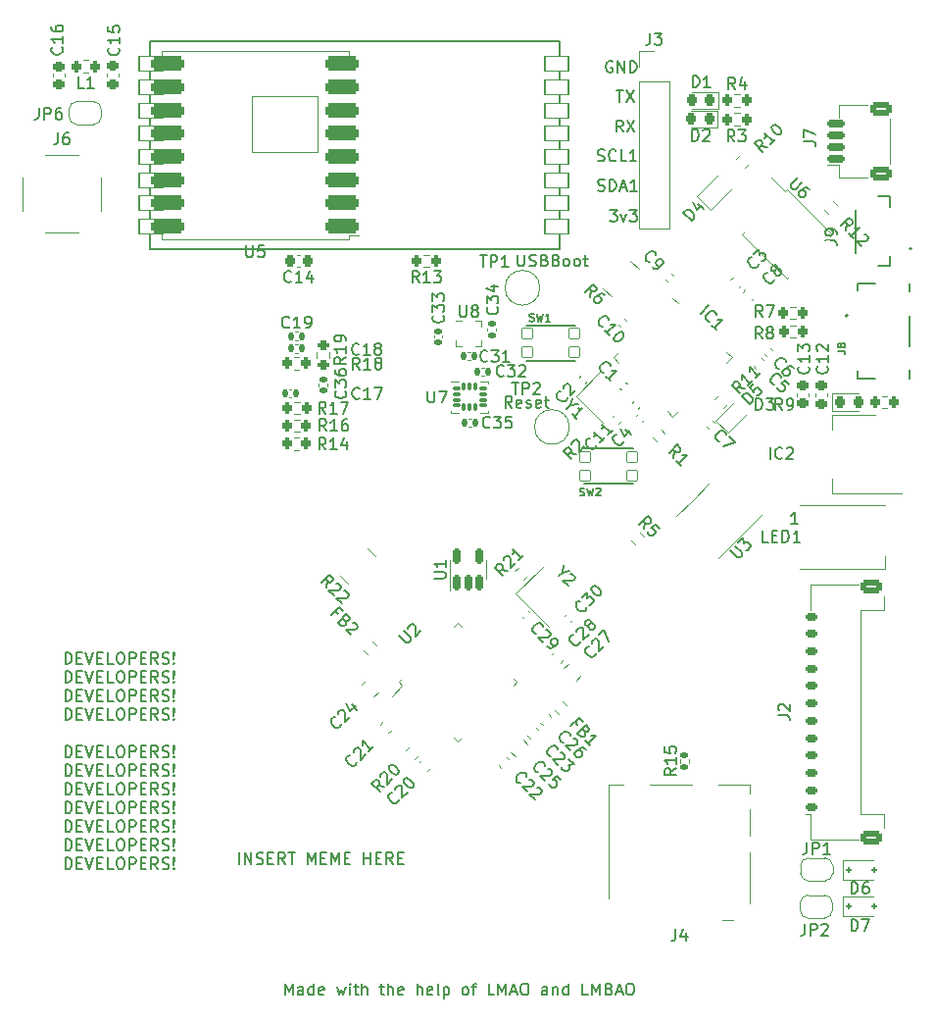
<source format=gbr>
%TF.GenerationSoftware,KiCad,Pcbnew,7.0.5*%
%TF.CreationDate,2023-07-31T22:06:35-07:00*%
%TF.ProjectId,flight_computer_dev_board_rfm98pw,666c6967-6874-45f6-936f-6d7075746572,rev?*%
%TF.SameCoordinates,Original*%
%TF.FileFunction,Legend,Top*%
%TF.FilePolarity,Positive*%
%FSLAX46Y46*%
G04 Gerber Fmt 4.6, Leading zero omitted, Abs format (unit mm)*
G04 Created by KiCad (PCBNEW 7.0.5) date 2023-07-31 22:06:35*
%MOMM*%
%LPD*%
G01*
G04 APERTURE LIST*
G04 Aperture macros list*
%AMRoundRect*
0 Rectangle with rounded corners*
0 $1 Rounding radius*
0 $2 $3 $4 $5 $6 $7 $8 $9 X,Y pos of 4 corners*
0 Add a 4 corners polygon primitive as box body*
4,1,4,$2,$3,$4,$5,$6,$7,$8,$9,$2,$3,0*
0 Add four circle primitives for the rounded corners*
1,1,$1+$1,$2,$3*
1,1,$1+$1,$4,$5*
1,1,$1+$1,$6,$7*
1,1,$1+$1,$8,$9*
0 Add four rect primitives between the rounded corners*
20,1,$1+$1,$2,$3,$4,$5,0*
20,1,$1+$1,$4,$5,$6,$7,0*
20,1,$1+$1,$6,$7,$8,$9,0*
20,1,$1+$1,$8,$9,$2,$3,0*%
%AMRotRect*
0 Rectangle, with rotation*
0 The origin of the aperture is its center*
0 $1 length*
0 $2 width*
0 $3 Rotation angle, in degrees counterclockwise*
0 Add horizontal line*
21,1,$1,$2,0,0,$3*%
%AMFreePoly0*
4,1,19,0.500000,-0.750000,0.000000,-0.750000,0.000000,-0.744911,-0.071157,-0.744911,-0.207708,-0.704816,-0.327430,-0.627875,-0.420627,-0.520320,-0.479746,-0.390866,-0.500000,-0.250000,-0.500000,0.250000,-0.479746,0.390866,-0.420627,0.520320,-0.327430,0.627875,-0.207708,0.704816,-0.071157,0.744911,0.000000,0.744911,0.000000,0.750000,0.500000,0.750000,0.500000,-0.750000,0.500000,-0.750000,
$1*%
%AMFreePoly1*
4,1,19,0.000000,0.744911,0.071157,0.744911,0.207708,0.704816,0.327430,0.627875,0.420627,0.520320,0.479746,0.390866,0.500000,0.250000,0.500000,-0.250000,0.479746,-0.390866,0.420627,-0.520320,0.327430,-0.627875,0.207708,-0.704816,0.071157,-0.744911,0.000000,-0.744911,0.000000,-0.750000,-0.500000,-0.750000,-0.500000,0.750000,0.000000,0.750000,0.000000,0.744911,0.000000,0.744911,
$1*%
G04 Aperture macros list end*
%ADD10C,0.150000*%
%ADD11C,0.146304*%
%ADD12C,0.120000*%
%ADD13C,0.127000*%
%ADD14C,0.200000*%
%ADD15C,0.203200*%
%ADD16C,0.500000*%
%ADD17C,0.250000*%
%ADD18RoundRect,0.218750X0.026517X-0.335876X0.335876X-0.026517X-0.026517X0.335876X-0.335876X0.026517X0*%
%ADD19RotRect,0.800000X0.500000X135.000000*%
%ADD20RotRect,0.800000X0.400000X135.000000*%
%ADD21RoundRect,0.140000X-0.021213X0.219203X-0.219203X0.021213X0.021213X-0.219203X0.219203X-0.021213X0*%
%ADD22RoundRect,0.225000X0.250000X-0.225000X0.250000X0.225000X-0.250000X0.225000X-0.250000X-0.225000X0*%
%ADD23RoundRect,0.200000X-0.200000X-0.275000X0.200000X-0.275000X0.200000X0.275000X-0.200000X0.275000X0*%
%ADD24RoundRect,0.140000X-0.140000X-0.170000X0.140000X-0.170000X0.140000X0.170000X-0.140000X0.170000X0*%
%ADD25RoundRect,0.135000X0.185000X-0.135000X0.185000X0.135000X-0.185000X0.135000X-0.185000X-0.135000X0*%
%ADD26C,2.050000*%
%ADD27C,2.250000*%
%ADD28RoundRect,0.225000X-0.250000X0.225000X-0.250000X-0.225000X0.250000X-0.225000X0.250000X0.225000X0*%
%ADD29RoundRect,0.200000X0.200000X0.275000X-0.200000X0.275000X-0.200000X-0.275000X0.200000X-0.275000X0*%
%ADD30R,2.000000X1.500000*%
%ADD31R,2.000000X3.800000*%
%ADD32R,1.550000X0.600000*%
%ADD33R,1.800000X1.200000*%
%ADD34RoundRect,0.250000X0.159099X-0.512652X0.512652X-0.159099X-0.159099X0.512652X-0.512652X0.159099X0*%
%ADD35RoundRect,0.140000X0.021213X-0.219203X0.219203X-0.021213X-0.021213X0.219203X-0.219203X0.021213X0*%
%ADD36RoundRect,0.250000X0.512652X0.159099X0.159099X0.512652X-0.512652X-0.159099X-0.159099X-0.512652X0*%
%ADD37RoundRect,0.218750X0.218750X0.256250X-0.218750X0.256250X-0.218750X-0.256250X0.218750X-0.256250X0*%
%ADD38RoundRect,0.200000X-0.335876X-0.053033X-0.053033X-0.335876X0.335876X0.053033X0.053033X0.335876X0*%
%ADD39RoundRect,0.218750X-0.218750X-0.256250X0.218750X-0.256250X0.218750X0.256250X-0.218750X0.256250X0*%
%ADD40RoundRect,0.225000X-0.017678X0.335876X-0.335876X0.017678X0.017678X-0.335876X0.335876X-0.017678X0*%
%ADD41RoundRect,0.050800X-0.450000X-0.450000X0.450000X-0.450000X0.450000X0.450000X-0.450000X0.450000X0*%
%ADD42RoundRect,0.140000X-0.170000X0.140000X-0.170000X-0.140000X0.170000X-0.140000X0.170000X0.140000X0*%
%ADD43RoundRect,0.225000X0.017678X-0.335876X0.335876X-0.017678X-0.017678X0.335876X-0.335876X0.017678X0*%
%ADD44RotRect,1.400000X1.200000X315.000000*%
%ADD45RoundRect,0.135000X-0.035355X0.226274X-0.226274X0.035355X0.035355X-0.226274X0.226274X-0.035355X0*%
%ADD46RoundRect,0.225000X-0.335876X-0.017678X-0.017678X-0.335876X0.335876X0.017678X0.017678X0.335876X0*%
%ADD47RoundRect,0.200000X0.053033X-0.335876X0.335876X-0.053033X-0.053033X0.335876X-0.335876X0.053033X0*%
%ADD48RotRect,1.150000X1.000000X315.000000*%
%ADD49RoundRect,0.140000X0.219203X0.021213X0.021213X0.219203X-0.219203X-0.021213X-0.021213X-0.219203X0*%
%ADD50FreePoly0,0.000000*%
%ADD51FreePoly1,0.000000*%
%ADD52C,5.000000*%
%ADD53RoundRect,0.200000X0.335876X0.053033X0.053033X0.335876X-0.335876X-0.053033X-0.053033X-0.335876X0*%
%ADD54RoundRect,0.063500X1.000000X0.650000X-1.000000X0.650000X-1.000000X-0.650000X1.000000X-0.650000X0*%
%ADD55RoundRect,0.063500X2.849999X2.400000X-2.849999X2.400000X-2.849999X-2.400000X2.849999X-2.400000X0*%
%ADD56RoundRect,0.200000X-0.275000X0.200000X-0.275000X-0.200000X0.275000X-0.200000X0.275000X0.200000X0*%
%ADD57RoundRect,0.150000X0.150000X-0.512500X0.150000X0.512500X-0.150000X0.512500X-0.150000X-0.512500X0*%
%ADD58C,2.000000*%
%ADD59RoundRect,0.125000X-0.125000X-0.125000X0.125000X-0.125000X0.125000X0.125000X-0.125000X0.125000X0*%
%ADD60RoundRect,0.087500X-0.225000X-0.087500X0.225000X-0.087500X0.225000X0.087500X-0.225000X0.087500X0*%
%ADD61RoundRect,0.087500X-0.087500X-0.225000X0.087500X-0.225000X0.087500X0.225000X-0.087500X0.225000X0*%
%ADD62RoundRect,0.150000X-0.565685X0.353553X0.353553X-0.565685X0.565685X-0.353553X-0.353553X0.565685X0*%
%ADD63RoundRect,0.140000X-0.219203X-0.021213X-0.021213X-0.219203X0.219203X0.021213X0.021213X0.219203X0*%
%ADD64R,1.500000X0.900000*%
%ADD65RoundRect,0.125000X0.000000X-0.176777X0.176777X0.000000X0.000000X0.176777X-0.176777X0.000000X0*%
%ADD66R,0.850000X1.100000*%
%ADD67R,0.750000X1.100000*%
%ADD68R,1.200000X1.000000*%
%ADD69R,1.550000X1.350000*%
%ADD70R,1.900000X1.350000*%
%ADD71R,1.170000X1.800000*%
%ADD72RoundRect,0.150000X0.625000X-0.150000X0.625000X0.150000X-0.625000X0.150000X-0.625000X-0.150000X0*%
%ADD73RoundRect,0.250000X0.650000X-0.350000X0.650000X0.350000X-0.650000X0.350000X-0.650000X-0.350000X0*%
%ADD74RoundRect,0.050000X-0.309359X0.238649X0.238649X-0.309359X0.309359X-0.238649X-0.238649X0.309359X0*%
%ADD75RoundRect,0.050000X-0.309359X-0.238649X-0.238649X-0.309359X0.309359X0.238649X0.238649X0.309359X0*%
%ADD76RotRect,3.200000X3.200000X315.000000*%
%ADD77RoundRect,0.317500X1.157500X0.317500X-1.157500X0.317500X-1.157500X-0.317500X1.157500X-0.317500X0*%
%ADD78R,0.375000X0.350000*%
%ADD79R,0.350000X0.375000*%
%ADD80RoundRect,0.225000X0.225000X0.250000X-0.225000X0.250000X-0.225000X-0.250000X0.225000X-0.250000X0*%
%ADD81RoundRect,0.150000X0.350000X-0.150000X0.350000X0.150000X-0.350000X0.150000X-0.350000X-0.150000X0*%
%ADD82RoundRect,0.250000X0.650000X-0.375000X0.650000X0.375000X-0.650000X0.375000X-0.650000X-0.375000X0*%
%ADD83RoundRect,0.150000X0.406586X0.618718X-0.618718X-0.406586X-0.406586X-0.618718X0.618718X0.406586X0*%
%ADD84RoundRect,0.200000X-0.053033X0.335876X-0.335876X0.053033X0.053033X-0.335876X0.335876X-0.053033X0*%
%ADD85RoundRect,0.225000X0.335876X0.017678X0.017678X0.335876X-0.335876X-0.017678X-0.017678X-0.335876X0*%
%ADD86R,1.380000X0.450000*%
%ADD87O,2.416000X1.208000*%
%ADD88R,2.100000X1.475000*%
%ADD89R,1.900000X1.375000*%
%ADD90RoundRect,0.075000X-0.415425X-0.521491X0.521491X0.415425X0.415425X0.521491X-0.521491X-0.415425X0*%
%ADD91RoundRect,0.075000X0.415425X-0.521491X0.521491X-0.415425X-0.415425X0.521491X-0.521491X0.415425X0*%
%ADD92R,1.700000X1.700000*%
%ADD93O,1.700000X1.700000*%
%ADD94C,1.000000*%
%ADD95C,3.251200*%
%ADD96C,1.397000*%
%ADD97C,2.108200*%
G04 APERTURE END LIST*
D10*
X153476779Y-111779819D02*
X153476779Y-110779819D01*
X153476779Y-110779819D02*
X153714874Y-110779819D01*
X153714874Y-110779819D02*
X153857731Y-110827438D01*
X153857731Y-110827438D02*
X153952969Y-110922676D01*
X153952969Y-110922676D02*
X154000588Y-111017914D01*
X154000588Y-111017914D02*
X154048207Y-111208390D01*
X154048207Y-111208390D02*
X154048207Y-111351247D01*
X154048207Y-111351247D02*
X154000588Y-111541723D01*
X154000588Y-111541723D02*
X153952969Y-111636961D01*
X153952969Y-111636961D02*
X153857731Y-111732200D01*
X153857731Y-111732200D02*
X153714874Y-111779819D01*
X153714874Y-111779819D02*
X153476779Y-111779819D01*
X154476779Y-111256009D02*
X154810112Y-111256009D01*
X154952969Y-111779819D02*
X154476779Y-111779819D01*
X154476779Y-111779819D02*
X154476779Y-110779819D01*
X154476779Y-110779819D02*
X154952969Y-110779819D01*
X155238684Y-110779819D02*
X155572017Y-111779819D01*
X155572017Y-111779819D02*
X155905350Y-110779819D01*
X156238684Y-111256009D02*
X156572017Y-111256009D01*
X156714874Y-111779819D02*
X156238684Y-111779819D01*
X156238684Y-111779819D02*
X156238684Y-110779819D01*
X156238684Y-110779819D02*
X156714874Y-110779819D01*
X157619636Y-111779819D02*
X157143446Y-111779819D01*
X157143446Y-111779819D02*
X157143446Y-110779819D01*
X158143446Y-110779819D02*
X158333922Y-110779819D01*
X158333922Y-110779819D02*
X158429160Y-110827438D01*
X158429160Y-110827438D02*
X158524398Y-110922676D01*
X158524398Y-110922676D02*
X158572017Y-111113152D01*
X158572017Y-111113152D02*
X158572017Y-111446485D01*
X158572017Y-111446485D02*
X158524398Y-111636961D01*
X158524398Y-111636961D02*
X158429160Y-111732200D01*
X158429160Y-111732200D02*
X158333922Y-111779819D01*
X158333922Y-111779819D02*
X158143446Y-111779819D01*
X158143446Y-111779819D02*
X158048208Y-111732200D01*
X158048208Y-111732200D02*
X157952970Y-111636961D01*
X157952970Y-111636961D02*
X157905351Y-111446485D01*
X157905351Y-111446485D02*
X157905351Y-111113152D01*
X157905351Y-111113152D02*
X157952970Y-110922676D01*
X157952970Y-110922676D02*
X158048208Y-110827438D01*
X158048208Y-110827438D02*
X158143446Y-110779819D01*
X159000589Y-111779819D02*
X159000589Y-110779819D01*
X159000589Y-110779819D02*
X159381541Y-110779819D01*
X159381541Y-110779819D02*
X159476779Y-110827438D01*
X159476779Y-110827438D02*
X159524398Y-110875057D01*
X159524398Y-110875057D02*
X159572017Y-110970295D01*
X159572017Y-110970295D02*
X159572017Y-111113152D01*
X159572017Y-111113152D02*
X159524398Y-111208390D01*
X159524398Y-111208390D02*
X159476779Y-111256009D01*
X159476779Y-111256009D02*
X159381541Y-111303628D01*
X159381541Y-111303628D02*
X159000589Y-111303628D01*
X160000589Y-111256009D02*
X160333922Y-111256009D01*
X160476779Y-111779819D02*
X160000589Y-111779819D01*
X160000589Y-111779819D02*
X160000589Y-110779819D01*
X160000589Y-110779819D02*
X160476779Y-110779819D01*
X161476779Y-111779819D02*
X161143446Y-111303628D01*
X160905351Y-111779819D02*
X160905351Y-110779819D01*
X160905351Y-110779819D02*
X161286303Y-110779819D01*
X161286303Y-110779819D02*
X161381541Y-110827438D01*
X161381541Y-110827438D02*
X161429160Y-110875057D01*
X161429160Y-110875057D02*
X161476779Y-110970295D01*
X161476779Y-110970295D02*
X161476779Y-111113152D01*
X161476779Y-111113152D02*
X161429160Y-111208390D01*
X161429160Y-111208390D02*
X161381541Y-111256009D01*
X161381541Y-111256009D02*
X161286303Y-111303628D01*
X161286303Y-111303628D02*
X160905351Y-111303628D01*
X161857732Y-111732200D02*
X162000589Y-111779819D01*
X162000589Y-111779819D02*
X162238684Y-111779819D01*
X162238684Y-111779819D02*
X162333922Y-111732200D01*
X162333922Y-111732200D02*
X162381541Y-111684580D01*
X162381541Y-111684580D02*
X162429160Y-111589342D01*
X162429160Y-111589342D02*
X162429160Y-111494104D01*
X162429160Y-111494104D02*
X162381541Y-111398866D01*
X162381541Y-111398866D02*
X162333922Y-111351247D01*
X162333922Y-111351247D02*
X162238684Y-111303628D01*
X162238684Y-111303628D02*
X162048208Y-111256009D01*
X162048208Y-111256009D02*
X161952970Y-111208390D01*
X161952970Y-111208390D02*
X161905351Y-111160771D01*
X161905351Y-111160771D02*
X161857732Y-111065533D01*
X161857732Y-111065533D02*
X161857732Y-110970295D01*
X161857732Y-110970295D02*
X161905351Y-110875057D01*
X161905351Y-110875057D02*
X161952970Y-110827438D01*
X161952970Y-110827438D02*
X162048208Y-110779819D01*
X162048208Y-110779819D02*
X162286303Y-110779819D01*
X162286303Y-110779819D02*
X162429160Y-110827438D01*
X162857732Y-111684580D02*
X162905351Y-111732200D01*
X162905351Y-111732200D02*
X162857732Y-111779819D01*
X162857732Y-111779819D02*
X162810113Y-111732200D01*
X162810113Y-111732200D02*
X162857732Y-111684580D01*
X162857732Y-111684580D02*
X162857732Y-111779819D01*
X162857732Y-111398866D02*
X162810113Y-110827438D01*
X162810113Y-110827438D02*
X162857732Y-110779819D01*
X162857732Y-110779819D02*
X162905351Y-110827438D01*
X162905351Y-110827438D02*
X162857732Y-111398866D01*
X162857732Y-111398866D02*
X162857732Y-110779819D01*
X153476779Y-113389819D02*
X153476779Y-112389819D01*
X153476779Y-112389819D02*
X153714874Y-112389819D01*
X153714874Y-112389819D02*
X153857731Y-112437438D01*
X153857731Y-112437438D02*
X153952969Y-112532676D01*
X153952969Y-112532676D02*
X154000588Y-112627914D01*
X154000588Y-112627914D02*
X154048207Y-112818390D01*
X154048207Y-112818390D02*
X154048207Y-112961247D01*
X154048207Y-112961247D02*
X154000588Y-113151723D01*
X154000588Y-113151723D02*
X153952969Y-113246961D01*
X153952969Y-113246961D02*
X153857731Y-113342200D01*
X153857731Y-113342200D02*
X153714874Y-113389819D01*
X153714874Y-113389819D02*
X153476779Y-113389819D01*
X154476779Y-112866009D02*
X154810112Y-112866009D01*
X154952969Y-113389819D02*
X154476779Y-113389819D01*
X154476779Y-113389819D02*
X154476779Y-112389819D01*
X154476779Y-112389819D02*
X154952969Y-112389819D01*
X155238684Y-112389819D02*
X155572017Y-113389819D01*
X155572017Y-113389819D02*
X155905350Y-112389819D01*
X156238684Y-112866009D02*
X156572017Y-112866009D01*
X156714874Y-113389819D02*
X156238684Y-113389819D01*
X156238684Y-113389819D02*
X156238684Y-112389819D01*
X156238684Y-112389819D02*
X156714874Y-112389819D01*
X157619636Y-113389819D02*
X157143446Y-113389819D01*
X157143446Y-113389819D02*
X157143446Y-112389819D01*
X158143446Y-112389819D02*
X158333922Y-112389819D01*
X158333922Y-112389819D02*
X158429160Y-112437438D01*
X158429160Y-112437438D02*
X158524398Y-112532676D01*
X158524398Y-112532676D02*
X158572017Y-112723152D01*
X158572017Y-112723152D02*
X158572017Y-113056485D01*
X158572017Y-113056485D02*
X158524398Y-113246961D01*
X158524398Y-113246961D02*
X158429160Y-113342200D01*
X158429160Y-113342200D02*
X158333922Y-113389819D01*
X158333922Y-113389819D02*
X158143446Y-113389819D01*
X158143446Y-113389819D02*
X158048208Y-113342200D01*
X158048208Y-113342200D02*
X157952970Y-113246961D01*
X157952970Y-113246961D02*
X157905351Y-113056485D01*
X157905351Y-113056485D02*
X157905351Y-112723152D01*
X157905351Y-112723152D02*
X157952970Y-112532676D01*
X157952970Y-112532676D02*
X158048208Y-112437438D01*
X158048208Y-112437438D02*
X158143446Y-112389819D01*
X159000589Y-113389819D02*
X159000589Y-112389819D01*
X159000589Y-112389819D02*
X159381541Y-112389819D01*
X159381541Y-112389819D02*
X159476779Y-112437438D01*
X159476779Y-112437438D02*
X159524398Y-112485057D01*
X159524398Y-112485057D02*
X159572017Y-112580295D01*
X159572017Y-112580295D02*
X159572017Y-112723152D01*
X159572017Y-112723152D02*
X159524398Y-112818390D01*
X159524398Y-112818390D02*
X159476779Y-112866009D01*
X159476779Y-112866009D02*
X159381541Y-112913628D01*
X159381541Y-112913628D02*
X159000589Y-112913628D01*
X160000589Y-112866009D02*
X160333922Y-112866009D01*
X160476779Y-113389819D02*
X160000589Y-113389819D01*
X160000589Y-113389819D02*
X160000589Y-112389819D01*
X160000589Y-112389819D02*
X160476779Y-112389819D01*
X161476779Y-113389819D02*
X161143446Y-112913628D01*
X160905351Y-113389819D02*
X160905351Y-112389819D01*
X160905351Y-112389819D02*
X161286303Y-112389819D01*
X161286303Y-112389819D02*
X161381541Y-112437438D01*
X161381541Y-112437438D02*
X161429160Y-112485057D01*
X161429160Y-112485057D02*
X161476779Y-112580295D01*
X161476779Y-112580295D02*
X161476779Y-112723152D01*
X161476779Y-112723152D02*
X161429160Y-112818390D01*
X161429160Y-112818390D02*
X161381541Y-112866009D01*
X161381541Y-112866009D02*
X161286303Y-112913628D01*
X161286303Y-112913628D02*
X160905351Y-112913628D01*
X161857732Y-113342200D02*
X162000589Y-113389819D01*
X162000589Y-113389819D02*
X162238684Y-113389819D01*
X162238684Y-113389819D02*
X162333922Y-113342200D01*
X162333922Y-113342200D02*
X162381541Y-113294580D01*
X162381541Y-113294580D02*
X162429160Y-113199342D01*
X162429160Y-113199342D02*
X162429160Y-113104104D01*
X162429160Y-113104104D02*
X162381541Y-113008866D01*
X162381541Y-113008866D02*
X162333922Y-112961247D01*
X162333922Y-112961247D02*
X162238684Y-112913628D01*
X162238684Y-112913628D02*
X162048208Y-112866009D01*
X162048208Y-112866009D02*
X161952970Y-112818390D01*
X161952970Y-112818390D02*
X161905351Y-112770771D01*
X161905351Y-112770771D02*
X161857732Y-112675533D01*
X161857732Y-112675533D02*
X161857732Y-112580295D01*
X161857732Y-112580295D02*
X161905351Y-112485057D01*
X161905351Y-112485057D02*
X161952970Y-112437438D01*
X161952970Y-112437438D02*
X162048208Y-112389819D01*
X162048208Y-112389819D02*
X162286303Y-112389819D01*
X162286303Y-112389819D02*
X162429160Y-112437438D01*
X162857732Y-113294580D02*
X162905351Y-113342200D01*
X162905351Y-113342200D02*
X162857732Y-113389819D01*
X162857732Y-113389819D02*
X162810113Y-113342200D01*
X162810113Y-113342200D02*
X162857732Y-113294580D01*
X162857732Y-113294580D02*
X162857732Y-113389819D01*
X162857732Y-113008866D02*
X162810113Y-112437438D01*
X162810113Y-112437438D02*
X162857732Y-112389819D01*
X162857732Y-112389819D02*
X162905351Y-112437438D01*
X162905351Y-112437438D02*
X162857732Y-113008866D01*
X162857732Y-113008866D02*
X162857732Y-112389819D01*
X153476779Y-114999819D02*
X153476779Y-113999819D01*
X153476779Y-113999819D02*
X153714874Y-113999819D01*
X153714874Y-113999819D02*
X153857731Y-114047438D01*
X153857731Y-114047438D02*
X153952969Y-114142676D01*
X153952969Y-114142676D02*
X154000588Y-114237914D01*
X154000588Y-114237914D02*
X154048207Y-114428390D01*
X154048207Y-114428390D02*
X154048207Y-114571247D01*
X154048207Y-114571247D02*
X154000588Y-114761723D01*
X154000588Y-114761723D02*
X153952969Y-114856961D01*
X153952969Y-114856961D02*
X153857731Y-114952200D01*
X153857731Y-114952200D02*
X153714874Y-114999819D01*
X153714874Y-114999819D02*
X153476779Y-114999819D01*
X154476779Y-114476009D02*
X154810112Y-114476009D01*
X154952969Y-114999819D02*
X154476779Y-114999819D01*
X154476779Y-114999819D02*
X154476779Y-113999819D01*
X154476779Y-113999819D02*
X154952969Y-113999819D01*
X155238684Y-113999819D02*
X155572017Y-114999819D01*
X155572017Y-114999819D02*
X155905350Y-113999819D01*
X156238684Y-114476009D02*
X156572017Y-114476009D01*
X156714874Y-114999819D02*
X156238684Y-114999819D01*
X156238684Y-114999819D02*
X156238684Y-113999819D01*
X156238684Y-113999819D02*
X156714874Y-113999819D01*
X157619636Y-114999819D02*
X157143446Y-114999819D01*
X157143446Y-114999819D02*
X157143446Y-113999819D01*
X158143446Y-113999819D02*
X158333922Y-113999819D01*
X158333922Y-113999819D02*
X158429160Y-114047438D01*
X158429160Y-114047438D02*
X158524398Y-114142676D01*
X158524398Y-114142676D02*
X158572017Y-114333152D01*
X158572017Y-114333152D02*
X158572017Y-114666485D01*
X158572017Y-114666485D02*
X158524398Y-114856961D01*
X158524398Y-114856961D02*
X158429160Y-114952200D01*
X158429160Y-114952200D02*
X158333922Y-114999819D01*
X158333922Y-114999819D02*
X158143446Y-114999819D01*
X158143446Y-114999819D02*
X158048208Y-114952200D01*
X158048208Y-114952200D02*
X157952970Y-114856961D01*
X157952970Y-114856961D02*
X157905351Y-114666485D01*
X157905351Y-114666485D02*
X157905351Y-114333152D01*
X157905351Y-114333152D02*
X157952970Y-114142676D01*
X157952970Y-114142676D02*
X158048208Y-114047438D01*
X158048208Y-114047438D02*
X158143446Y-113999819D01*
X159000589Y-114999819D02*
X159000589Y-113999819D01*
X159000589Y-113999819D02*
X159381541Y-113999819D01*
X159381541Y-113999819D02*
X159476779Y-114047438D01*
X159476779Y-114047438D02*
X159524398Y-114095057D01*
X159524398Y-114095057D02*
X159572017Y-114190295D01*
X159572017Y-114190295D02*
X159572017Y-114333152D01*
X159572017Y-114333152D02*
X159524398Y-114428390D01*
X159524398Y-114428390D02*
X159476779Y-114476009D01*
X159476779Y-114476009D02*
X159381541Y-114523628D01*
X159381541Y-114523628D02*
X159000589Y-114523628D01*
X160000589Y-114476009D02*
X160333922Y-114476009D01*
X160476779Y-114999819D02*
X160000589Y-114999819D01*
X160000589Y-114999819D02*
X160000589Y-113999819D01*
X160000589Y-113999819D02*
X160476779Y-113999819D01*
X161476779Y-114999819D02*
X161143446Y-114523628D01*
X160905351Y-114999819D02*
X160905351Y-113999819D01*
X160905351Y-113999819D02*
X161286303Y-113999819D01*
X161286303Y-113999819D02*
X161381541Y-114047438D01*
X161381541Y-114047438D02*
X161429160Y-114095057D01*
X161429160Y-114095057D02*
X161476779Y-114190295D01*
X161476779Y-114190295D02*
X161476779Y-114333152D01*
X161476779Y-114333152D02*
X161429160Y-114428390D01*
X161429160Y-114428390D02*
X161381541Y-114476009D01*
X161381541Y-114476009D02*
X161286303Y-114523628D01*
X161286303Y-114523628D02*
X160905351Y-114523628D01*
X161857732Y-114952200D02*
X162000589Y-114999819D01*
X162000589Y-114999819D02*
X162238684Y-114999819D01*
X162238684Y-114999819D02*
X162333922Y-114952200D01*
X162333922Y-114952200D02*
X162381541Y-114904580D01*
X162381541Y-114904580D02*
X162429160Y-114809342D01*
X162429160Y-114809342D02*
X162429160Y-114714104D01*
X162429160Y-114714104D02*
X162381541Y-114618866D01*
X162381541Y-114618866D02*
X162333922Y-114571247D01*
X162333922Y-114571247D02*
X162238684Y-114523628D01*
X162238684Y-114523628D02*
X162048208Y-114476009D01*
X162048208Y-114476009D02*
X161952970Y-114428390D01*
X161952970Y-114428390D02*
X161905351Y-114380771D01*
X161905351Y-114380771D02*
X161857732Y-114285533D01*
X161857732Y-114285533D02*
X161857732Y-114190295D01*
X161857732Y-114190295D02*
X161905351Y-114095057D01*
X161905351Y-114095057D02*
X161952970Y-114047438D01*
X161952970Y-114047438D02*
X162048208Y-113999819D01*
X162048208Y-113999819D02*
X162286303Y-113999819D01*
X162286303Y-113999819D02*
X162429160Y-114047438D01*
X162857732Y-114904580D02*
X162905351Y-114952200D01*
X162905351Y-114952200D02*
X162857732Y-114999819D01*
X162857732Y-114999819D02*
X162810113Y-114952200D01*
X162810113Y-114952200D02*
X162857732Y-114904580D01*
X162857732Y-114904580D02*
X162857732Y-114999819D01*
X162857732Y-114618866D02*
X162810113Y-114047438D01*
X162810113Y-114047438D02*
X162857732Y-113999819D01*
X162857732Y-113999819D02*
X162905351Y-114047438D01*
X162905351Y-114047438D02*
X162857732Y-114618866D01*
X162857732Y-114618866D02*
X162857732Y-113999819D01*
X153476779Y-116609819D02*
X153476779Y-115609819D01*
X153476779Y-115609819D02*
X153714874Y-115609819D01*
X153714874Y-115609819D02*
X153857731Y-115657438D01*
X153857731Y-115657438D02*
X153952969Y-115752676D01*
X153952969Y-115752676D02*
X154000588Y-115847914D01*
X154000588Y-115847914D02*
X154048207Y-116038390D01*
X154048207Y-116038390D02*
X154048207Y-116181247D01*
X154048207Y-116181247D02*
X154000588Y-116371723D01*
X154000588Y-116371723D02*
X153952969Y-116466961D01*
X153952969Y-116466961D02*
X153857731Y-116562200D01*
X153857731Y-116562200D02*
X153714874Y-116609819D01*
X153714874Y-116609819D02*
X153476779Y-116609819D01*
X154476779Y-116086009D02*
X154810112Y-116086009D01*
X154952969Y-116609819D02*
X154476779Y-116609819D01*
X154476779Y-116609819D02*
X154476779Y-115609819D01*
X154476779Y-115609819D02*
X154952969Y-115609819D01*
X155238684Y-115609819D02*
X155572017Y-116609819D01*
X155572017Y-116609819D02*
X155905350Y-115609819D01*
X156238684Y-116086009D02*
X156572017Y-116086009D01*
X156714874Y-116609819D02*
X156238684Y-116609819D01*
X156238684Y-116609819D02*
X156238684Y-115609819D01*
X156238684Y-115609819D02*
X156714874Y-115609819D01*
X157619636Y-116609819D02*
X157143446Y-116609819D01*
X157143446Y-116609819D02*
X157143446Y-115609819D01*
X158143446Y-115609819D02*
X158333922Y-115609819D01*
X158333922Y-115609819D02*
X158429160Y-115657438D01*
X158429160Y-115657438D02*
X158524398Y-115752676D01*
X158524398Y-115752676D02*
X158572017Y-115943152D01*
X158572017Y-115943152D02*
X158572017Y-116276485D01*
X158572017Y-116276485D02*
X158524398Y-116466961D01*
X158524398Y-116466961D02*
X158429160Y-116562200D01*
X158429160Y-116562200D02*
X158333922Y-116609819D01*
X158333922Y-116609819D02*
X158143446Y-116609819D01*
X158143446Y-116609819D02*
X158048208Y-116562200D01*
X158048208Y-116562200D02*
X157952970Y-116466961D01*
X157952970Y-116466961D02*
X157905351Y-116276485D01*
X157905351Y-116276485D02*
X157905351Y-115943152D01*
X157905351Y-115943152D02*
X157952970Y-115752676D01*
X157952970Y-115752676D02*
X158048208Y-115657438D01*
X158048208Y-115657438D02*
X158143446Y-115609819D01*
X159000589Y-116609819D02*
X159000589Y-115609819D01*
X159000589Y-115609819D02*
X159381541Y-115609819D01*
X159381541Y-115609819D02*
X159476779Y-115657438D01*
X159476779Y-115657438D02*
X159524398Y-115705057D01*
X159524398Y-115705057D02*
X159572017Y-115800295D01*
X159572017Y-115800295D02*
X159572017Y-115943152D01*
X159572017Y-115943152D02*
X159524398Y-116038390D01*
X159524398Y-116038390D02*
X159476779Y-116086009D01*
X159476779Y-116086009D02*
X159381541Y-116133628D01*
X159381541Y-116133628D02*
X159000589Y-116133628D01*
X160000589Y-116086009D02*
X160333922Y-116086009D01*
X160476779Y-116609819D02*
X160000589Y-116609819D01*
X160000589Y-116609819D02*
X160000589Y-115609819D01*
X160000589Y-115609819D02*
X160476779Y-115609819D01*
X161476779Y-116609819D02*
X161143446Y-116133628D01*
X160905351Y-116609819D02*
X160905351Y-115609819D01*
X160905351Y-115609819D02*
X161286303Y-115609819D01*
X161286303Y-115609819D02*
X161381541Y-115657438D01*
X161381541Y-115657438D02*
X161429160Y-115705057D01*
X161429160Y-115705057D02*
X161476779Y-115800295D01*
X161476779Y-115800295D02*
X161476779Y-115943152D01*
X161476779Y-115943152D02*
X161429160Y-116038390D01*
X161429160Y-116038390D02*
X161381541Y-116086009D01*
X161381541Y-116086009D02*
X161286303Y-116133628D01*
X161286303Y-116133628D02*
X160905351Y-116133628D01*
X161857732Y-116562200D02*
X162000589Y-116609819D01*
X162000589Y-116609819D02*
X162238684Y-116609819D01*
X162238684Y-116609819D02*
X162333922Y-116562200D01*
X162333922Y-116562200D02*
X162381541Y-116514580D01*
X162381541Y-116514580D02*
X162429160Y-116419342D01*
X162429160Y-116419342D02*
X162429160Y-116324104D01*
X162429160Y-116324104D02*
X162381541Y-116228866D01*
X162381541Y-116228866D02*
X162333922Y-116181247D01*
X162333922Y-116181247D02*
X162238684Y-116133628D01*
X162238684Y-116133628D02*
X162048208Y-116086009D01*
X162048208Y-116086009D02*
X161952970Y-116038390D01*
X161952970Y-116038390D02*
X161905351Y-115990771D01*
X161905351Y-115990771D02*
X161857732Y-115895533D01*
X161857732Y-115895533D02*
X161857732Y-115800295D01*
X161857732Y-115800295D02*
X161905351Y-115705057D01*
X161905351Y-115705057D02*
X161952970Y-115657438D01*
X161952970Y-115657438D02*
X162048208Y-115609819D01*
X162048208Y-115609819D02*
X162286303Y-115609819D01*
X162286303Y-115609819D02*
X162429160Y-115657438D01*
X162857732Y-116514580D02*
X162905351Y-116562200D01*
X162905351Y-116562200D02*
X162857732Y-116609819D01*
X162857732Y-116609819D02*
X162810113Y-116562200D01*
X162810113Y-116562200D02*
X162857732Y-116514580D01*
X162857732Y-116514580D02*
X162857732Y-116609819D01*
X162857732Y-116228866D02*
X162810113Y-115657438D01*
X162810113Y-115657438D02*
X162857732Y-115609819D01*
X162857732Y-115609819D02*
X162905351Y-115657438D01*
X162905351Y-115657438D02*
X162857732Y-116228866D01*
X162857732Y-116228866D02*
X162857732Y-115609819D01*
X153476779Y-119829819D02*
X153476779Y-118829819D01*
X153476779Y-118829819D02*
X153714874Y-118829819D01*
X153714874Y-118829819D02*
X153857731Y-118877438D01*
X153857731Y-118877438D02*
X153952969Y-118972676D01*
X153952969Y-118972676D02*
X154000588Y-119067914D01*
X154000588Y-119067914D02*
X154048207Y-119258390D01*
X154048207Y-119258390D02*
X154048207Y-119401247D01*
X154048207Y-119401247D02*
X154000588Y-119591723D01*
X154000588Y-119591723D02*
X153952969Y-119686961D01*
X153952969Y-119686961D02*
X153857731Y-119782200D01*
X153857731Y-119782200D02*
X153714874Y-119829819D01*
X153714874Y-119829819D02*
X153476779Y-119829819D01*
X154476779Y-119306009D02*
X154810112Y-119306009D01*
X154952969Y-119829819D02*
X154476779Y-119829819D01*
X154476779Y-119829819D02*
X154476779Y-118829819D01*
X154476779Y-118829819D02*
X154952969Y-118829819D01*
X155238684Y-118829819D02*
X155572017Y-119829819D01*
X155572017Y-119829819D02*
X155905350Y-118829819D01*
X156238684Y-119306009D02*
X156572017Y-119306009D01*
X156714874Y-119829819D02*
X156238684Y-119829819D01*
X156238684Y-119829819D02*
X156238684Y-118829819D01*
X156238684Y-118829819D02*
X156714874Y-118829819D01*
X157619636Y-119829819D02*
X157143446Y-119829819D01*
X157143446Y-119829819D02*
X157143446Y-118829819D01*
X158143446Y-118829819D02*
X158333922Y-118829819D01*
X158333922Y-118829819D02*
X158429160Y-118877438D01*
X158429160Y-118877438D02*
X158524398Y-118972676D01*
X158524398Y-118972676D02*
X158572017Y-119163152D01*
X158572017Y-119163152D02*
X158572017Y-119496485D01*
X158572017Y-119496485D02*
X158524398Y-119686961D01*
X158524398Y-119686961D02*
X158429160Y-119782200D01*
X158429160Y-119782200D02*
X158333922Y-119829819D01*
X158333922Y-119829819D02*
X158143446Y-119829819D01*
X158143446Y-119829819D02*
X158048208Y-119782200D01*
X158048208Y-119782200D02*
X157952970Y-119686961D01*
X157952970Y-119686961D02*
X157905351Y-119496485D01*
X157905351Y-119496485D02*
X157905351Y-119163152D01*
X157905351Y-119163152D02*
X157952970Y-118972676D01*
X157952970Y-118972676D02*
X158048208Y-118877438D01*
X158048208Y-118877438D02*
X158143446Y-118829819D01*
X159000589Y-119829819D02*
X159000589Y-118829819D01*
X159000589Y-118829819D02*
X159381541Y-118829819D01*
X159381541Y-118829819D02*
X159476779Y-118877438D01*
X159476779Y-118877438D02*
X159524398Y-118925057D01*
X159524398Y-118925057D02*
X159572017Y-119020295D01*
X159572017Y-119020295D02*
X159572017Y-119163152D01*
X159572017Y-119163152D02*
X159524398Y-119258390D01*
X159524398Y-119258390D02*
X159476779Y-119306009D01*
X159476779Y-119306009D02*
X159381541Y-119353628D01*
X159381541Y-119353628D02*
X159000589Y-119353628D01*
X160000589Y-119306009D02*
X160333922Y-119306009D01*
X160476779Y-119829819D02*
X160000589Y-119829819D01*
X160000589Y-119829819D02*
X160000589Y-118829819D01*
X160000589Y-118829819D02*
X160476779Y-118829819D01*
X161476779Y-119829819D02*
X161143446Y-119353628D01*
X160905351Y-119829819D02*
X160905351Y-118829819D01*
X160905351Y-118829819D02*
X161286303Y-118829819D01*
X161286303Y-118829819D02*
X161381541Y-118877438D01*
X161381541Y-118877438D02*
X161429160Y-118925057D01*
X161429160Y-118925057D02*
X161476779Y-119020295D01*
X161476779Y-119020295D02*
X161476779Y-119163152D01*
X161476779Y-119163152D02*
X161429160Y-119258390D01*
X161429160Y-119258390D02*
X161381541Y-119306009D01*
X161381541Y-119306009D02*
X161286303Y-119353628D01*
X161286303Y-119353628D02*
X160905351Y-119353628D01*
X161857732Y-119782200D02*
X162000589Y-119829819D01*
X162000589Y-119829819D02*
X162238684Y-119829819D01*
X162238684Y-119829819D02*
X162333922Y-119782200D01*
X162333922Y-119782200D02*
X162381541Y-119734580D01*
X162381541Y-119734580D02*
X162429160Y-119639342D01*
X162429160Y-119639342D02*
X162429160Y-119544104D01*
X162429160Y-119544104D02*
X162381541Y-119448866D01*
X162381541Y-119448866D02*
X162333922Y-119401247D01*
X162333922Y-119401247D02*
X162238684Y-119353628D01*
X162238684Y-119353628D02*
X162048208Y-119306009D01*
X162048208Y-119306009D02*
X161952970Y-119258390D01*
X161952970Y-119258390D02*
X161905351Y-119210771D01*
X161905351Y-119210771D02*
X161857732Y-119115533D01*
X161857732Y-119115533D02*
X161857732Y-119020295D01*
X161857732Y-119020295D02*
X161905351Y-118925057D01*
X161905351Y-118925057D02*
X161952970Y-118877438D01*
X161952970Y-118877438D02*
X162048208Y-118829819D01*
X162048208Y-118829819D02*
X162286303Y-118829819D01*
X162286303Y-118829819D02*
X162429160Y-118877438D01*
X162857732Y-119734580D02*
X162905351Y-119782200D01*
X162905351Y-119782200D02*
X162857732Y-119829819D01*
X162857732Y-119829819D02*
X162810113Y-119782200D01*
X162810113Y-119782200D02*
X162857732Y-119734580D01*
X162857732Y-119734580D02*
X162857732Y-119829819D01*
X162857732Y-119448866D02*
X162810113Y-118877438D01*
X162810113Y-118877438D02*
X162857732Y-118829819D01*
X162857732Y-118829819D02*
X162905351Y-118877438D01*
X162905351Y-118877438D02*
X162857732Y-119448866D01*
X162857732Y-119448866D02*
X162857732Y-118829819D01*
X153476779Y-121439819D02*
X153476779Y-120439819D01*
X153476779Y-120439819D02*
X153714874Y-120439819D01*
X153714874Y-120439819D02*
X153857731Y-120487438D01*
X153857731Y-120487438D02*
X153952969Y-120582676D01*
X153952969Y-120582676D02*
X154000588Y-120677914D01*
X154000588Y-120677914D02*
X154048207Y-120868390D01*
X154048207Y-120868390D02*
X154048207Y-121011247D01*
X154048207Y-121011247D02*
X154000588Y-121201723D01*
X154000588Y-121201723D02*
X153952969Y-121296961D01*
X153952969Y-121296961D02*
X153857731Y-121392200D01*
X153857731Y-121392200D02*
X153714874Y-121439819D01*
X153714874Y-121439819D02*
X153476779Y-121439819D01*
X154476779Y-120916009D02*
X154810112Y-120916009D01*
X154952969Y-121439819D02*
X154476779Y-121439819D01*
X154476779Y-121439819D02*
X154476779Y-120439819D01*
X154476779Y-120439819D02*
X154952969Y-120439819D01*
X155238684Y-120439819D02*
X155572017Y-121439819D01*
X155572017Y-121439819D02*
X155905350Y-120439819D01*
X156238684Y-120916009D02*
X156572017Y-120916009D01*
X156714874Y-121439819D02*
X156238684Y-121439819D01*
X156238684Y-121439819D02*
X156238684Y-120439819D01*
X156238684Y-120439819D02*
X156714874Y-120439819D01*
X157619636Y-121439819D02*
X157143446Y-121439819D01*
X157143446Y-121439819D02*
X157143446Y-120439819D01*
X158143446Y-120439819D02*
X158333922Y-120439819D01*
X158333922Y-120439819D02*
X158429160Y-120487438D01*
X158429160Y-120487438D02*
X158524398Y-120582676D01*
X158524398Y-120582676D02*
X158572017Y-120773152D01*
X158572017Y-120773152D02*
X158572017Y-121106485D01*
X158572017Y-121106485D02*
X158524398Y-121296961D01*
X158524398Y-121296961D02*
X158429160Y-121392200D01*
X158429160Y-121392200D02*
X158333922Y-121439819D01*
X158333922Y-121439819D02*
X158143446Y-121439819D01*
X158143446Y-121439819D02*
X158048208Y-121392200D01*
X158048208Y-121392200D02*
X157952970Y-121296961D01*
X157952970Y-121296961D02*
X157905351Y-121106485D01*
X157905351Y-121106485D02*
X157905351Y-120773152D01*
X157905351Y-120773152D02*
X157952970Y-120582676D01*
X157952970Y-120582676D02*
X158048208Y-120487438D01*
X158048208Y-120487438D02*
X158143446Y-120439819D01*
X159000589Y-121439819D02*
X159000589Y-120439819D01*
X159000589Y-120439819D02*
X159381541Y-120439819D01*
X159381541Y-120439819D02*
X159476779Y-120487438D01*
X159476779Y-120487438D02*
X159524398Y-120535057D01*
X159524398Y-120535057D02*
X159572017Y-120630295D01*
X159572017Y-120630295D02*
X159572017Y-120773152D01*
X159572017Y-120773152D02*
X159524398Y-120868390D01*
X159524398Y-120868390D02*
X159476779Y-120916009D01*
X159476779Y-120916009D02*
X159381541Y-120963628D01*
X159381541Y-120963628D02*
X159000589Y-120963628D01*
X160000589Y-120916009D02*
X160333922Y-120916009D01*
X160476779Y-121439819D02*
X160000589Y-121439819D01*
X160000589Y-121439819D02*
X160000589Y-120439819D01*
X160000589Y-120439819D02*
X160476779Y-120439819D01*
X161476779Y-121439819D02*
X161143446Y-120963628D01*
X160905351Y-121439819D02*
X160905351Y-120439819D01*
X160905351Y-120439819D02*
X161286303Y-120439819D01*
X161286303Y-120439819D02*
X161381541Y-120487438D01*
X161381541Y-120487438D02*
X161429160Y-120535057D01*
X161429160Y-120535057D02*
X161476779Y-120630295D01*
X161476779Y-120630295D02*
X161476779Y-120773152D01*
X161476779Y-120773152D02*
X161429160Y-120868390D01*
X161429160Y-120868390D02*
X161381541Y-120916009D01*
X161381541Y-120916009D02*
X161286303Y-120963628D01*
X161286303Y-120963628D02*
X160905351Y-120963628D01*
X161857732Y-121392200D02*
X162000589Y-121439819D01*
X162000589Y-121439819D02*
X162238684Y-121439819D01*
X162238684Y-121439819D02*
X162333922Y-121392200D01*
X162333922Y-121392200D02*
X162381541Y-121344580D01*
X162381541Y-121344580D02*
X162429160Y-121249342D01*
X162429160Y-121249342D02*
X162429160Y-121154104D01*
X162429160Y-121154104D02*
X162381541Y-121058866D01*
X162381541Y-121058866D02*
X162333922Y-121011247D01*
X162333922Y-121011247D02*
X162238684Y-120963628D01*
X162238684Y-120963628D02*
X162048208Y-120916009D01*
X162048208Y-120916009D02*
X161952970Y-120868390D01*
X161952970Y-120868390D02*
X161905351Y-120820771D01*
X161905351Y-120820771D02*
X161857732Y-120725533D01*
X161857732Y-120725533D02*
X161857732Y-120630295D01*
X161857732Y-120630295D02*
X161905351Y-120535057D01*
X161905351Y-120535057D02*
X161952970Y-120487438D01*
X161952970Y-120487438D02*
X162048208Y-120439819D01*
X162048208Y-120439819D02*
X162286303Y-120439819D01*
X162286303Y-120439819D02*
X162429160Y-120487438D01*
X162857732Y-121344580D02*
X162905351Y-121392200D01*
X162905351Y-121392200D02*
X162857732Y-121439819D01*
X162857732Y-121439819D02*
X162810113Y-121392200D01*
X162810113Y-121392200D02*
X162857732Y-121344580D01*
X162857732Y-121344580D02*
X162857732Y-121439819D01*
X162857732Y-121058866D02*
X162810113Y-120487438D01*
X162810113Y-120487438D02*
X162857732Y-120439819D01*
X162857732Y-120439819D02*
X162905351Y-120487438D01*
X162905351Y-120487438D02*
X162857732Y-121058866D01*
X162857732Y-121058866D02*
X162857732Y-120439819D01*
X153476779Y-123049819D02*
X153476779Y-122049819D01*
X153476779Y-122049819D02*
X153714874Y-122049819D01*
X153714874Y-122049819D02*
X153857731Y-122097438D01*
X153857731Y-122097438D02*
X153952969Y-122192676D01*
X153952969Y-122192676D02*
X154000588Y-122287914D01*
X154000588Y-122287914D02*
X154048207Y-122478390D01*
X154048207Y-122478390D02*
X154048207Y-122621247D01*
X154048207Y-122621247D02*
X154000588Y-122811723D01*
X154000588Y-122811723D02*
X153952969Y-122906961D01*
X153952969Y-122906961D02*
X153857731Y-123002200D01*
X153857731Y-123002200D02*
X153714874Y-123049819D01*
X153714874Y-123049819D02*
X153476779Y-123049819D01*
X154476779Y-122526009D02*
X154810112Y-122526009D01*
X154952969Y-123049819D02*
X154476779Y-123049819D01*
X154476779Y-123049819D02*
X154476779Y-122049819D01*
X154476779Y-122049819D02*
X154952969Y-122049819D01*
X155238684Y-122049819D02*
X155572017Y-123049819D01*
X155572017Y-123049819D02*
X155905350Y-122049819D01*
X156238684Y-122526009D02*
X156572017Y-122526009D01*
X156714874Y-123049819D02*
X156238684Y-123049819D01*
X156238684Y-123049819D02*
X156238684Y-122049819D01*
X156238684Y-122049819D02*
X156714874Y-122049819D01*
X157619636Y-123049819D02*
X157143446Y-123049819D01*
X157143446Y-123049819D02*
X157143446Y-122049819D01*
X158143446Y-122049819D02*
X158333922Y-122049819D01*
X158333922Y-122049819D02*
X158429160Y-122097438D01*
X158429160Y-122097438D02*
X158524398Y-122192676D01*
X158524398Y-122192676D02*
X158572017Y-122383152D01*
X158572017Y-122383152D02*
X158572017Y-122716485D01*
X158572017Y-122716485D02*
X158524398Y-122906961D01*
X158524398Y-122906961D02*
X158429160Y-123002200D01*
X158429160Y-123002200D02*
X158333922Y-123049819D01*
X158333922Y-123049819D02*
X158143446Y-123049819D01*
X158143446Y-123049819D02*
X158048208Y-123002200D01*
X158048208Y-123002200D02*
X157952970Y-122906961D01*
X157952970Y-122906961D02*
X157905351Y-122716485D01*
X157905351Y-122716485D02*
X157905351Y-122383152D01*
X157905351Y-122383152D02*
X157952970Y-122192676D01*
X157952970Y-122192676D02*
X158048208Y-122097438D01*
X158048208Y-122097438D02*
X158143446Y-122049819D01*
X159000589Y-123049819D02*
X159000589Y-122049819D01*
X159000589Y-122049819D02*
X159381541Y-122049819D01*
X159381541Y-122049819D02*
X159476779Y-122097438D01*
X159476779Y-122097438D02*
X159524398Y-122145057D01*
X159524398Y-122145057D02*
X159572017Y-122240295D01*
X159572017Y-122240295D02*
X159572017Y-122383152D01*
X159572017Y-122383152D02*
X159524398Y-122478390D01*
X159524398Y-122478390D02*
X159476779Y-122526009D01*
X159476779Y-122526009D02*
X159381541Y-122573628D01*
X159381541Y-122573628D02*
X159000589Y-122573628D01*
X160000589Y-122526009D02*
X160333922Y-122526009D01*
X160476779Y-123049819D02*
X160000589Y-123049819D01*
X160000589Y-123049819D02*
X160000589Y-122049819D01*
X160000589Y-122049819D02*
X160476779Y-122049819D01*
X161476779Y-123049819D02*
X161143446Y-122573628D01*
X160905351Y-123049819D02*
X160905351Y-122049819D01*
X160905351Y-122049819D02*
X161286303Y-122049819D01*
X161286303Y-122049819D02*
X161381541Y-122097438D01*
X161381541Y-122097438D02*
X161429160Y-122145057D01*
X161429160Y-122145057D02*
X161476779Y-122240295D01*
X161476779Y-122240295D02*
X161476779Y-122383152D01*
X161476779Y-122383152D02*
X161429160Y-122478390D01*
X161429160Y-122478390D02*
X161381541Y-122526009D01*
X161381541Y-122526009D02*
X161286303Y-122573628D01*
X161286303Y-122573628D02*
X160905351Y-122573628D01*
X161857732Y-123002200D02*
X162000589Y-123049819D01*
X162000589Y-123049819D02*
X162238684Y-123049819D01*
X162238684Y-123049819D02*
X162333922Y-123002200D01*
X162333922Y-123002200D02*
X162381541Y-122954580D01*
X162381541Y-122954580D02*
X162429160Y-122859342D01*
X162429160Y-122859342D02*
X162429160Y-122764104D01*
X162429160Y-122764104D02*
X162381541Y-122668866D01*
X162381541Y-122668866D02*
X162333922Y-122621247D01*
X162333922Y-122621247D02*
X162238684Y-122573628D01*
X162238684Y-122573628D02*
X162048208Y-122526009D01*
X162048208Y-122526009D02*
X161952970Y-122478390D01*
X161952970Y-122478390D02*
X161905351Y-122430771D01*
X161905351Y-122430771D02*
X161857732Y-122335533D01*
X161857732Y-122335533D02*
X161857732Y-122240295D01*
X161857732Y-122240295D02*
X161905351Y-122145057D01*
X161905351Y-122145057D02*
X161952970Y-122097438D01*
X161952970Y-122097438D02*
X162048208Y-122049819D01*
X162048208Y-122049819D02*
X162286303Y-122049819D01*
X162286303Y-122049819D02*
X162429160Y-122097438D01*
X162857732Y-122954580D02*
X162905351Y-123002200D01*
X162905351Y-123002200D02*
X162857732Y-123049819D01*
X162857732Y-123049819D02*
X162810113Y-123002200D01*
X162810113Y-123002200D02*
X162857732Y-122954580D01*
X162857732Y-122954580D02*
X162857732Y-123049819D01*
X162857732Y-122668866D02*
X162810113Y-122097438D01*
X162810113Y-122097438D02*
X162857732Y-122049819D01*
X162857732Y-122049819D02*
X162905351Y-122097438D01*
X162905351Y-122097438D02*
X162857732Y-122668866D01*
X162857732Y-122668866D02*
X162857732Y-122049819D01*
X153476779Y-124659819D02*
X153476779Y-123659819D01*
X153476779Y-123659819D02*
X153714874Y-123659819D01*
X153714874Y-123659819D02*
X153857731Y-123707438D01*
X153857731Y-123707438D02*
X153952969Y-123802676D01*
X153952969Y-123802676D02*
X154000588Y-123897914D01*
X154000588Y-123897914D02*
X154048207Y-124088390D01*
X154048207Y-124088390D02*
X154048207Y-124231247D01*
X154048207Y-124231247D02*
X154000588Y-124421723D01*
X154000588Y-124421723D02*
X153952969Y-124516961D01*
X153952969Y-124516961D02*
X153857731Y-124612200D01*
X153857731Y-124612200D02*
X153714874Y-124659819D01*
X153714874Y-124659819D02*
X153476779Y-124659819D01*
X154476779Y-124136009D02*
X154810112Y-124136009D01*
X154952969Y-124659819D02*
X154476779Y-124659819D01*
X154476779Y-124659819D02*
X154476779Y-123659819D01*
X154476779Y-123659819D02*
X154952969Y-123659819D01*
X155238684Y-123659819D02*
X155572017Y-124659819D01*
X155572017Y-124659819D02*
X155905350Y-123659819D01*
X156238684Y-124136009D02*
X156572017Y-124136009D01*
X156714874Y-124659819D02*
X156238684Y-124659819D01*
X156238684Y-124659819D02*
X156238684Y-123659819D01*
X156238684Y-123659819D02*
X156714874Y-123659819D01*
X157619636Y-124659819D02*
X157143446Y-124659819D01*
X157143446Y-124659819D02*
X157143446Y-123659819D01*
X158143446Y-123659819D02*
X158333922Y-123659819D01*
X158333922Y-123659819D02*
X158429160Y-123707438D01*
X158429160Y-123707438D02*
X158524398Y-123802676D01*
X158524398Y-123802676D02*
X158572017Y-123993152D01*
X158572017Y-123993152D02*
X158572017Y-124326485D01*
X158572017Y-124326485D02*
X158524398Y-124516961D01*
X158524398Y-124516961D02*
X158429160Y-124612200D01*
X158429160Y-124612200D02*
X158333922Y-124659819D01*
X158333922Y-124659819D02*
X158143446Y-124659819D01*
X158143446Y-124659819D02*
X158048208Y-124612200D01*
X158048208Y-124612200D02*
X157952970Y-124516961D01*
X157952970Y-124516961D02*
X157905351Y-124326485D01*
X157905351Y-124326485D02*
X157905351Y-123993152D01*
X157905351Y-123993152D02*
X157952970Y-123802676D01*
X157952970Y-123802676D02*
X158048208Y-123707438D01*
X158048208Y-123707438D02*
X158143446Y-123659819D01*
X159000589Y-124659819D02*
X159000589Y-123659819D01*
X159000589Y-123659819D02*
X159381541Y-123659819D01*
X159381541Y-123659819D02*
X159476779Y-123707438D01*
X159476779Y-123707438D02*
X159524398Y-123755057D01*
X159524398Y-123755057D02*
X159572017Y-123850295D01*
X159572017Y-123850295D02*
X159572017Y-123993152D01*
X159572017Y-123993152D02*
X159524398Y-124088390D01*
X159524398Y-124088390D02*
X159476779Y-124136009D01*
X159476779Y-124136009D02*
X159381541Y-124183628D01*
X159381541Y-124183628D02*
X159000589Y-124183628D01*
X160000589Y-124136009D02*
X160333922Y-124136009D01*
X160476779Y-124659819D02*
X160000589Y-124659819D01*
X160000589Y-124659819D02*
X160000589Y-123659819D01*
X160000589Y-123659819D02*
X160476779Y-123659819D01*
X161476779Y-124659819D02*
X161143446Y-124183628D01*
X160905351Y-124659819D02*
X160905351Y-123659819D01*
X160905351Y-123659819D02*
X161286303Y-123659819D01*
X161286303Y-123659819D02*
X161381541Y-123707438D01*
X161381541Y-123707438D02*
X161429160Y-123755057D01*
X161429160Y-123755057D02*
X161476779Y-123850295D01*
X161476779Y-123850295D02*
X161476779Y-123993152D01*
X161476779Y-123993152D02*
X161429160Y-124088390D01*
X161429160Y-124088390D02*
X161381541Y-124136009D01*
X161381541Y-124136009D02*
X161286303Y-124183628D01*
X161286303Y-124183628D02*
X160905351Y-124183628D01*
X161857732Y-124612200D02*
X162000589Y-124659819D01*
X162000589Y-124659819D02*
X162238684Y-124659819D01*
X162238684Y-124659819D02*
X162333922Y-124612200D01*
X162333922Y-124612200D02*
X162381541Y-124564580D01*
X162381541Y-124564580D02*
X162429160Y-124469342D01*
X162429160Y-124469342D02*
X162429160Y-124374104D01*
X162429160Y-124374104D02*
X162381541Y-124278866D01*
X162381541Y-124278866D02*
X162333922Y-124231247D01*
X162333922Y-124231247D02*
X162238684Y-124183628D01*
X162238684Y-124183628D02*
X162048208Y-124136009D01*
X162048208Y-124136009D02*
X161952970Y-124088390D01*
X161952970Y-124088390D02*
X161905351Y-124040771D01*
X161905351Y-124040771D02*
X161857732Y-123945533D01*
X161857732Y-123945533D02*
X161857732Y-123850295D01*
X161857732Y-123850295D02*
X161905351Y-123755057D01*
X161905351Y-123755057D02*
X161952970Y-123707438D01*
X161952970Y-123707438D02*
X162048208Y-123659819D01*
X162048208Y-123659819D02*
X162286303Y-123659819D01*
X162286303Y-123659819D02*
X162429160Y-123707438D01*
X162857732Y-124564580D02*
X162905351Y-124612200D01*
X162905351Y-124612200D02*
X162857732Y-124659819D01*
X162857732Y-124659819D02*
X162810113Y-124612200D01*
X162810113Y-124612200D02*
X162857732Y-124564580D01*
X162857732Y-124564580D02*
X162857732Y-124659819D01*
X162857732Y-124278866D02*
X162810113Y-123707438D01*
X162810113Y-123707438D02*
X162857732Y-123659819D01*
X162857732Y-123659819D02*
X162905351Y-123707438D01*
X162905351Y-123707438D02*
X162857732Y-124278866D01*
X162857732Y-124278866D02*
X162857732Y-123659819D01*
X153476779Y-126269819D02*
X153476779Y-125269819D01*
X153476779Y-125269819D02*
X153714874Y-125269819D01*
X153714874Y-125269819D02*
X153857731Y-125317438D01*
X153857731Y-125317438D02*
X153952969Y-125412676D01*
X153952969Y-125412676D02*
X154000588Y-125507914D01*
X154000588Y-125507914D02*
X154048207Y-125698390D01*
X154048207Y-125698390D02*
X154048207Y-125841247D01*
X154048207Y-125841247D02*
X154000588Y-126031723D01*
X154000588Y-126031723D02*
X153952969Y-126126961D01*
X153952969Y-126126961D02*
X153857731Y-126222200D01*
X153857731Y-126222200D02*
X153714874Y-126269819D01*
X153714874Y-126269819D02*
X153476779Y-126269819D01*
X154476779Y-125746009D02*
X154810112Y-125746009D01*
X154952969Y-126269819D02*
X154476779Y-126269819D01*
X154476779Y-126269819D02*
X154476779Y-125269819D01*
X154476779Y-125269819D02*
X154952969Y-125269819D01*
X155238684Y-125269819D02*
X155572017Y-126269819D01*
X155572017Y-126269819D02*
X155905350Y-125269819D01*
X156238684Y-125746009D02*
X156572017Y-125746009D01*
X156714874Y-126269819D02*
X156238684Y-126269819D01*
X156238684Y-126269819D02*
X156238684Y-125269819D01*
X156238684Y-125269819D02*
X156714874Y-125269819D01*
X157619636Y-126269819D02*
X157143446Y-126269819D01*
X157143446Y-126269819D02*
X157143446Y-125269819D01*
X158143446Y-125269819D02*
X158333922Y-125269819D01*
X158333922Y-125269819D02*
X158429160Y-125317438D01*
X158429160Y-125317438D02*
X158524398Y-125412676D01*
X158524398Y-125412676D02*
X158572017Y-125603152D01*
X158572017Y-125603152D02*
X158572017Y-125936485D01*
X158572017Y-125936485D02*
X158524398Y-126126961D01*
X158524398Y-126126961D02*
X158429160Y-126222200D01*
X158429160Y-126222200D02*
X158333922Y-126269819D01*
X158333922Y-126269819D02*
X158143446Y-126269819D01*
X158143446Y-126269819D02*
X158048208Y-126222200D01*
X158048208Y-126222200D02*
X157952970Y-126126961D01*
X157952970Y-126126961D02*
X157905351Y-125936485D01*
X157905351Y-125936485D02*
X157905351Y-125603152D01*
X157905351Y-125603152D02*
X157952970Y-125412676D01*
X157952970Y-125412676D02*
X158048208Y-125317438D01*
X158048208Y-125317438D02*
X158143446Y-125269819D01*
X159000589Y-126269819D02*
X159000589Y-125269819D01*
X159000589Y-125269819D02*
X159381541Y-125269819D01*
X159381541Y-125269819D02*
X159476779Y-125317438D01*
X159476779Y-125317438D02*
X159524398Y-125365057D01*
X159524398Y-125365057D02*
X159572017Y-125460295D01*
X159572017Y-125460295D02*
X159572017Y-125603152D01*
X159572017Y-125603152D02*
X159524398Y-125698390D01*
X159524398Y-125698390D02*
X159476779Y-125746009D01*
X159476779Y-125746009D02*
X159381541Y-125793628D01*
X159381541Y-125793628D02*
X159000589Y-125793628D01*
X160000589Y-125746009D02*
X160333922Y-125746009D01*
X160476779Y-126269819D02*
X160000589Y-126269819D01*
X160000589Y-126269819D02*
X160000589Y-125269819D01*
X160000589Y-125269819D02*
X160476779Y-125269819D01*
X161476779Y-126269819D02*
X161143446Y-125793628D01*
X160905351Y-126269819D02*
X160905351Y-125269819D01*
X160905351Y-125269819D02*
X161286303Y-125269819D01*
X161286303Y-125269819D02*
X161381541Y-125317438D01*
X161381541Y-125317438D02*
X161429160Y-125365057D01*
X161429160Y-125365057D02*
X161476779Y-125460295D01*
X161476779Y-125460295D02*
X161476779Y-125603152D01*
X161476779Y-125603152D02*
X161429160Y-125698390D01*
X161429160Y-125698390D02*
X161381541Y-125746009D01*
X161381541Y-125746009D02*
X161286303Y-125793628D01*
X161286303Y-125793628D02*
X160905351Y-125793628D01*
X161857732Y-126222200D02*
X162000589Y-126269819D01*
X162000589Y-126269819D02*
X162238684Y-126269819D01*
X162238684Y-126269819D02*
X162333922Y-126222200D01*
X162333922Y-126222200D02*
X162381541Y-126174580D01*
X162381541Y-126174580D02*
X162429160Y-126079342D01*
X162429160Y-126079342D02*
X162429160Y-125984104D01*
X162429160Y-125984104D02*
X162381541Y-125888866D01*
X162381541Y-125888866D02*
X162333922Y-125841247D01*
X162333922Y-125841247D02*
X162238684Y-125793628D01*
X162238684Y-125793628D02*
X162048208Y-125746009D01*
X162048208Y-125746009D02*
X161952970Y-125698390D01*
X161952970Y-125698390D02*
X161905351Y-125650771D01*
X161905351Y-125650771D02*
X161857732Y-125555533D01*
X161857732Y-125555533D02*
X161857732Y-125460295D01*
X161857732Y-125460295D02*
X161905351Y-125365057D01*
X161905351Y-125365057D02*
X161952970Y-125317438D01*
X161952970Y-125317438D02*
X162048208Y-125269819D01*
X162048208Y-125269819D02*
X162286303Y-125269819D01*
X162286303Y-125269819D02*
X162429160Y-125317438D01*
X162857732Y-126174580D02*
X162905351Y-126222200D01*
X162905351Y-126222200D02*
X162857732Y-126269819D01*
X162857732Y-126269819D02*
X162810113Y-126222200D01*
X162810113Y-126222200D02*
X162857732Y-126174580D01*
X162857732Y-126174580D02*
X162857732Y-126269819D01*
X162857732Y-125888866D02*
X162810113Y-125317438D01*
X162810113Y-125317438D02*
X162857732Y-125269819D01*
X162857732Y-125269819D02*
X162905351Y-125317438D01*
X162905351Y-125317438D02*
X162857732Y-125888866D01*
X162857732Y-125888866D02*
X162857732Y-125269819D01*
X153476779Y-127879819D02*
X153476779Y-126879819D01*
X153476779Y-126879819D02*
X153714874Y-126879819D01*
X153714874Y-126879819D02*
X153857731Y-126927438D01*
X153857731Y-126927438D02*
X153952969Y-127022676D01*
X153952969Y-127022676D02*
X154000588Y-127117914D01*
X154000588Y-127117914D02*
X154048207Y-127308390D01*
X154048207Y-127308390D02*
X154048207Y-127451247D01*
X154048207Y-127451247D02*
X154000588Y-127641723D01*
X154000588Y-127641723D02*
X153952969Y-127736961D01*
X153952969Y-127736961D02*
X153857731Y-127832200D01*
X153857731Y-127832200D02*
X153714874Y-127879819D01*
X153714874Y-127879819D02*
X153476779Y-127879819D01*
X154476779Y-127356009D02*
X154810112Y-127356009D01*
X154952969Y-127879819D02*
X154476779Y-127879819D01*
X154476779Y-127879819D02*
X154476779Y-126879819D01*
X154476779Y-126879819D02*
X154952969Y-126879819D01*
X155238684Y-126879819D02*
X155572017Y-127879819D01*
X155572017Y-127879819D02*
X155905350Y-126879819D01*
X156238684Y-127356009D02*
X156572017Y-127356009D01*
X156714874Y-127879819D02*
X156238684Y-127879819D01*
X156238684Y-127879819D02*
X156238684Y-126879819D01*
X156238684Y-126879819D02*
X156714874Y-126879819D01*
X157619636Y-127879819D02*
X157143446Y-127879819D01*
X157143446Y-127879819D02*
X157143446Y-126879819D01*
X158143446Y-126879819D02*
X158333922Y-126879819D01*
X158333922Y-126879819D02*
X158429160Y-126927438D01*
X158429160Y-126927438D02*
X158524398Y-127022676D01*
X158524398Y-127022676D02*
X158572017Y-127213152D01*
X158572017Y-127213152D02*
X158572017Y-127546485D01*
X158572017Y-127546485D02*
X158524398Y-127736961D01*
X158524398Y-127736961D02*
X158429160Y-127832200D01*
X158429160Y-127832200D02*
X158333922Y-127879819D01*
X158333922Y-127879819D02*
X158143446Y-127879819D01*
X158143446Y-127879819D02*
X158048208Y-127832200D01*
X158048208Y-127832200D02*
X157952970Y-127736961D01*
X157952970Y-127736961D02*
X157905351Y-127546485D01*
X157905351Y-127546485D02*
X157905351Y-127213152D01*
X157905351Y-127213152D02*
X157952970Y-127022676D01*
X157952970Y-127022676D02*
X158048208Y-126927438D01*
X158048208Y-126927438D02*
X158143446Y-126879819D01*
X159000589Y-127879819D02*
X159000589Y-126879819D01*
X159000589Y-126879819D02*
X159381541Y-126879819D01*
X159381541Y-126879819D02*
X159476779Y-126927438D01*
X159476779Y-126927438D02*
X159524398Y-126975057D01*
X159524398Y-126975057D02*
X159572017Y-127070295D01*
X159572017Y-127070295D02*
X159572017Y-127213152D01*
X159572017Y-127213152D02*
X159524398Y-127308390D01*
X159524398Y-127308390D02*
X159476779Y-127356009D01*
X159476779Y-127356009D02*
X159381541Y-127403628D01*
X159381541Y-127403628D02*
X159000589Y-127403628D01*
X160000589Y-127356009D02*
X160333922Y-127356009D01*
X160476779Y-127879819D02*
X160000589Y-127879819D01*
X160000589Y-127879819D02*
X160000589Y-126879819D01*
X160000589Y-126879819D02*
X160476779Y-126879819D01*
X161476779Y-127879819D02*
X161143446Y-127403628D01*
X160905351Y-127879819D02*
X160905351Y-126879819D01*
X160905351Y-126879819D02*
X161286303Y-126879819D01*
X161286303Y-126879819D02*
X161381541Y-126927438D01*
X161381541Y-126927438D02*
X161429160Y-126975057D01*
X161429160Y-126975057D02*
X161476779Y-127070295D01*
X161476779Y-127070295D02*
X161476779Y-127213152D01*
X161476779Y-127213152D02*
X161429160Y-127308390D01*
X161429160Y-127308390D02*
X161381541Y-127356009D01*
X161381541Y-127356009D02*
X161286303Y-127403628D01*
X161286303Y-127403628D02*
X160905351Y-127403628D01*
X161857732Y-127832200D02*
X162000589Y-127879819D01*
X162000589Y-127879819D02*
X162238684Y-127879819D01*
X162238684Y-127879819D02*
X162333922Y-127832200D01*
X162333922Y-127832200D02*
X162381541Y-127784580D01*
X162381541Y-127784580D02*
X162429160Y-127689342D01*
X162429160Y-127689342D02*
X162429160Y-127594104D01*
X162429160Y-127594104D02*
X162381541Y-127498866D01*
X162381541Y-127498866D02*
X162333922Y-127451247D01*
X162333922Y-127451247D02*
X162238684Y-127403628D01*
X162238684Y-127403628D02*
X162048208Y-127356009D01*
X162048208Y-127356009D02*
X161952970Y-127308390D01*
X161952970Y-127308390D02*
X161905351Y-127260771D01*
X161905351Y-127260771D02*
X161857732Y-127165533D01*
X161857732Y-127165533D02*
X161857732Y-127070295D01*
X161857732Y-127070295D02*
X161905351Y-126975057D01*
X161905351Y-126975057D02*
X161952970Y-126927438D01*
X161952970Y-126927438D02*
X162048208Y-126879819D01*
X162048208Y-126879819D02*
X162286303Y-126879819D01*
X162286303Y-126879819D02*
X162429160Y-126927438D01*
X162857732Y-127784580D02*
X162905351Y-127832200D01*
X162905351Y-127832200D02*
X162857732Y-127879819D01*
X162857732Y-127879819D02*
X162810113Y-127832200D01*
X162810113Y-127832200D02*
X162857732Y-127784580D01*
X162857732Y-127784580D02*
X162857732Y-127879819D01*
X162857732Y-127498866D02*
X162810113Y-126927438D01*
X162810113Y-126927438D02*
X162857732Y-126879819D01*
X162857732Y-126879819D02*
X162905351Y-126927438D01*
X162905351Y-126927438D02*
X162857732Y-127498866D01*
X162857732Y-127498866D02*
X162857732Y-126879819D01*
X153476779Y-129489819D02*
X153476779Y-128489819D01*
X153476779Y-128489819D02*
X153714874Y-128489819D01*
X153714874Y-128489819D02*
X153857731Y-128537438D01*
X153857731Y-128537438D02*
X153952969Y-128632676D01*
X153952969Y-128632676D02*
X154000588Y-128727914D01*
X154000588Y-128727914D02*
X154048207Y-128918390D01*
X154048207Y-128918390D02*
X154048207Y-129061247D01*
X154048207Y-129061247D02*
X154000588Y-129251723D01*
X154000588Y-129251723D02*
X153952969Y-129346961D01*
X153952969Y-129346961D02*
X153857731Y-129442200D01*
X153857731Y-129442200D02*
X153714874Y-129489819D01*
X153714874Y-129489819D02*
X153476779Y-129489819D01*
X154476779Y-128966009D02*
X154810112Y-128966009D01*
X154952969Y-129489819D02*
X154476779Y-129489819D01*
X154476779Y-129489819D02*
X154476779Y-128489819D01*
X154476779Y-128489819D02*
X154952969Y-128489819D01*
X155238684Y-128489819D02*
X155572017Y-129489819D01*
X155572017Y-129489819D02*
X155905350Y-128489819D01*
X156238684Y-128966009D02*
X156572017Y-128966009D01*
X156714874Y-129489819D02*
X156238684Y-129489819D01*
X156238684Y-129489819D02*
X156238684Y-128489819D01*
X156238684Y-128489819D02*
X156714874Y-128489819D01*
X157619636Y-129489819D02*
X157143446Y-129489819D01*
X157143446Y-129489819D02*
X157143446Y-128489819D01*
X158143446Y-128489819D02*
X158333922Y-128489819D01*
X158333922Y-128489819D02*
X158429160Y-128537438D01*
X158429160Y-128537438D02*
X158524398Y-128632676D01*
X158524398Y-128632676D02*
X158572017Y-128823152D01*
X158572017Y-128823152D02*
X158572017Y-129156485D01*
X158572017Y-129156485D02*
X158524398Y-129346961D01*
X158524398Y-129346961D02*
X158429160Y-129442200D01*
X158429160Y-129442200D02*
X158333922Y-129489819D01*
X158333922Y-129489819D02*
X158143446Y-129489819D01*
X158143446Y-129489819D02*
X158048208Y-129442200D01*
X158048208Y-129442200D02*
X157952970Y-129346961D01*
X157952970Y-129346961D02*
X157905351Y-129156485D01*
X157905351Y-129156485D02*
X157905351Y-128823152D01*
X157905351Y-128823152D02*
X157952970Y-128632676D01*
X157952970Y-128632676D02*
X158048208Y-128537438D01*
X158048208Y-128537438D02*
X158143446Y-128489819D01*
X159000589Y-129489819D02*
X159000589Y-128489819D01*
X159000589Y-128489819D02*
X159381541Y-128489819D01*
X159381541Y-128489819D02*
X159476779Y-128537438D01*
X159476779Y-128537438D02*
X159524398Y-128585057D01*
X159524398Y-128585057D02*
X159572017Y-128680295D01*
X159572017Y-128680295D02*
X159572017Y-128823152D01*
X159572017Y-128823152D02*
X159524398Y-128918390D01*
X159524398Y-128918390D02*
X159476779Y-128966009D01*
X159476779Y-128966009D02*
X159381541Y-129013628D01*
X159381541Y-129013628D02*
X159000589Y-129013628D01*
X160000589Y-128966009D02*
X160333922Y-128966009D01*
X160476779Y-129489819D02*
X160000589Y-129489819D01*
X160000589Y-129489819D02*
X160000589Y-128489819D01*
X160000589Y-128489819D02*
X160476779Y-128489819D01*
X161476779Y-129489819D02*
X161143446Y-129013628D01*
X160905351Y-129489819D02*
X160905351Y-128489819D01*
X160905351Y-128489819D02*
X161286303Y-128489819D01*
X161286303Y-128489819D02*
X161381541Y-128537438D01*
X161381541Y-128537438D02*
X161429160Y-128585057D01*
X161429160Y-128585057D02*
X161476779Y-128680295D01*
X161476779Y-128680295D02*
X161476779Y-128823152D01*
X161476779Y-128823152D02*
X161429160Y-128918390D01*
X161429160Y-128918390D02*
X161381541Y-128966009D01*
X161381541Y-128966009D02*
X161286303Y-129013628D01*
X161286303Y-129013628D02*
X160905351Y-129013628D01*
X161857732Y-129442200D02*
X162000589Y-129489819D01*
X162000589Y-129489819D02*
X162238684Y-129489819D01*
X162238684Y-129489819D02*
X162333922Y-129442200D01*
X162333922Y-129442200D02*
X162381541Y-129394580D01*
X162381541Y-129394580D02*
X162429160Y-129299342D01*
X162429160Y-129299342D02*
X162429160Y-129204104D01*
X162429160Y-129204104D02*
X162381541Y-129108866D01*
X162381541Y-129108866D02*
X162333922Y-129061247D01*
X162333922Y-129061247D02*
X162238684Y-129013628D01*
X162238684Y-129013628D02*
X162048208Y-128966009D01*
X162048208Y-128966009D02*
X161952970Y-128918390D01*
X161952970Y-128918390D02*
X161905351Y-128870771D01*
X161905351Y-128870771D02*
X161857732Y-128775533D01*
X161857732Y-128775533D02*
X161857732Y-128680295D01*
X161857732Y-128680295D02*
X161905351Y-128585057D01*
X161905351Y-128585057D02*
X161952970Y-128537438D01*
X161952970Y-128537438D02*
X162048208Y-128489819D01*
X162048208Y-128489819D02*
X162286303Y-128489819D01*
X162286303Y-128489819D02*
X162429160Y-128537438D01*
X162857732Y-129394580D02*
X162905351Y-129442200D01*
X162905351Y-129442200D02*
X162857732Y-129489819D01*
X162857732Y-129489819D02*
X162810113Y-129442200D01*
X162810113Y-129442200D02*
X162857732Y-129394580D01*
X162857732Y-129394580D02*
X162857732Y-129489819D01*
X162857732Y-129108866D02*
X162810113Y-128537438D01*
X162810113Y-128537438D02*
X162857732Y-128489819D01*
X162857732Y-128489819D02*
X162905351Y-128537438D01*
X162905351Y-128537438D02*
X162857732Y-129108866D01*
X162857732Y-129108866D02*
X162857732Y-128489819D01*
X199479160Y-70902200D02*
X199622017Y-70949819D01*
X199622017Y-70949819D02*
X199860112Y-70949819D01*
X199860112Y-70949819D02*
X199955350Y-70902200D01*
X199955350Y-70902200D02*
X200002969Y-70854580D01*
X200002969Y-70854580D02*
X200050588Y-70759342D01*
X200050588Y-70759342D02*
X200050588Y-70664104D01*
X200050588Y-70664104D02*
X200002969Y-70568866D01*
X200002969Y-70568866D02*
X199955350Y-70521247D01*
X199955350Y-70521247D02*
X199860112Y-70473628D01*
X199860112Y-70473628D02*
X199669636Y-70426009D01*
X199669636Y-70426009D02*
X199574398Y-70378390D01*
X199574398Y-70378390D02*
X199526779Y-70330771D01*
X199526779Y-70330771D02*
X199479160Y-70235533D01*
X199479160Y-70235533D02*
X199479160Y-70140295D01*
X199479160Y-70140295D02*
X199526779Y-70045057D01*
X199526779Y-70045057D02*
X199574398Y-69997438D01*
X199574398Y-69997438D02*
X199669636Y-69949819D01*
X199669636Y-69949819D02*
X199907731Y-69949819D01*
X199907731Y-69949819D02*
X200050588Y-69997438D01*
X200479160Y-70949819D02*
X200479160Y-69949819D01*
X200479160Y-69949819D02*
X200717255Y-69949819D01*
X200717255Y-69949819D02*
X200860112Y-69997438D01*
X200860112Y-69997438D02*
X200955350Y-70092676D01*
X200955350Y-70092676D02*
X201002969Y-70187914D01*
X201002969Y-70187914D02*
X201050588Y-70378390D01*
X201050588Y-70378390D02*
X201050588Y-70521247D01*
X201050588Y-70521247D02*
X201002969Y-70711723D01*
X201002969Y-70711723D02*
X200955350Y-70806961D01*
X200955350Y-70806961D02*
X200860112Y-70902200D01*
X200860112Y-70902200D02*
X200717255Y-70949819D01*
X200717255Y-70949819D02*
X200479160Y-70949819D01*
X201431541Y-70664104D02*
X201907731Y-70664104D01*
X201336303Y-70949819D02*
X201669636Y-69949819D01*
X201669636Y-69949819D02*
X202002969Y-70949819D01*
X202860112Y-70949819D02*
X202288684Y-70949819D01*
X202574398Y-70949819D02*
X202574398Y-69949819D01*
X202574398Y-69949819D02*
X202479160Y-70092676D01*
X202479160Y-70092676D02*
X202383922Y-70187914D01*
X202383922Y-70187914D02*
X202288684Y-70235533D01*
X199469160Y-68322200D02*
X199612017Y-68369819D01*
X199612017Y-68369819D02*
X199850112Y-68369819D01*
X199850112Y-68369819D02*
X199945350Y-68322200D01*
X199945350Y-68322200D02*
X199992969Y-68274580D01*
X199992969Y-68274580D02*
X200040588Y-68179342D01*
X200040588Y-68179342D02*
X200040588Y-68084104D01*
X200040588Y-68084104D02*
X199992969Y-67988866D01*
X199992969Y-67988866D02*
X199945350Y-67941247D01*
X199945350Y-67941247D02*
X199850112Y-67893628D01*
X199850112Y-67893628D02*
X199659636Y-67846009D01*
X199659636Y-67846009D02*
X199564398Y-67798390D01*
X199564398Y-67798390D02*
X199516779Y-67750771D01*
X199516779Y-67750771D02*
X199469160Y-67655533D01*
X199469160Y-67655533D02*
X199469160Y-67560295D01*
X199469160Y-67560295D02*
X199516779Y-67465057D01*
X199516779Y-67465057D02*
X199564398Y-67417438D01*
X199564398Y-67417438D02*
X199659636Y-67369819D01*
X199659636Y-67369819D02*
X199897731Y-67369819D01*
X199897731Y-67369819D02*
X200040588Y-67417438D01*
X201040588Y-68274580D02*
X200992969Y-68322200D01*
X200992969Y-68322200D02*
X200850112Y-68369819D01*
X200850112Y-68369819D02*
X200754874Y-68369819D01*
X200754874Y-68369819D02*
X200612017Y-68322200D01*
X200612017Y-68322200D02*
X200516779Y-68226961D01*
X200516779Y-68226961D02*
X200469160Y-68131723D01*
X200469160Y-68131723D02*
X200421541Y-67941247D01*
X200421541Y-67941247D02*
X200421541Y-67798390D01*
X200421541Y-67798390D02*
X200469160Y-67607914D01*
X200469160Y-67607914D02*
X200516779Y-67512676D01*
X200516779Y-67512676D02*
X200612017Y-67417438D01*
X200612017Y-67417438D02*
X200754874Y-67369819D01*
X200754874Y-67369819D02*
X200850112Y-67369819D01*
X200850112Y-67369819D02*
X200992969Y-67417438D01*
X200992969Y-67417438D02*
X201040588Y-67465057D01*
X201945350Y-68369819D02*
X201469160Y-68369819D01*
X201469160Y-68369819D02*
X201469160Y-67369819D01*
X202802493Y-68369819D02*
X202231065Y-68369819D01*
X202516779Y-68369819D02*
X202516779Y-67369819D01*
X202516779Y-67369819D02*
X202421541Y-67512676D01*
X202421541Y-67512676D02*
X202326303Y-67607914D01*
X202326303Y-67607914D02*
X202231065Y-67655533D01*
X200730588Y-59767438D02*
X200635350Y-59719819D01*
X200635350Y-59719819D02*
X200492493Y-59719819D01*
X200492493Y-59719819D02*
X200349636Y-59767438D01*
X200349636Y-59767438D02*
X200254398Y-59862676D01*
X200254398Y-59862676D02*
X200206779Y-59957914D01*
X200206779Y-59957914D02*
X200159160Y-60148390D01*
X200159160Y-60148390D02*
X200159160Y-60291247D01*
X200159160Y-60291247D02*
X200206779Y-60481723D01*
X200206779Y-60481723D02*
X200254398Y-60576961D01*
X200254398Y-60576961D02*
X200349636Y-60672200D01*
X200349636Y-60672200D02*
X200492493Y-60719819D01*
X200492493Y-60719819D02*
X200587731Y-60719819D01*
X200587731Y-60719819D02*
X200730588Y-60672200D01*
X200730588Y-60672200D02*
X200778207Y-60624580D01*
X200778207Y-60624580D02*
X200778207Y-60291247D01*
X200778207Y-60291247D02*
X200587731Y-60291247D01*
X201206779Y-60719819D02*
X201206779Y-59719819D01*
X201206779Y-59719819D02*
X201778207Y-60719819D01*
X201778207Y-60719819D02*
X201778207Y-59719819D01*
X202254398Y-60719819D02*
X202254398Y-59719819D01*
X202254398Y-59719819D02*
X202492493Y-59719819D01*
X202492493Y-59719819D02*
X202635350Y-59767438D01*
X202635350Y-59767438D02*
X202730588Y-59862676D01*
X202730588Y-59862676D02*
X202778207Y-59957914D01*
X202778207Y-59957914D02*
X202825826Y-60148390D01*
X202825826Y-60148390D02*
X202825826Y-60291247D01*
X202825826Y-60291247D02*
X202778207Y-60481723D01*
X202778207Y-60481723D02*
X202730588Y-60576961D01*
X202730588Y-60576961D02*
X202635350Y-60672200D01*
X202635350Y-60672200D02*
X202492493Y-60719819D01*
X202492493Y-60719819D02*
X202254398Y-60719819D01*
X200511541Y-72579819D02*
X201130588Y-72579819D01*
X201130588Y-72579819D02*
X200797255Y-72960771D01*
X200797255Y-72960771D02*
X200940112Y-72960771D01*
X200940112Y-72960771D02*
X201035350Y-73008390D01*
X201035350Y-73008390D02*
X201082969Y-73056009D01*
X201082969Y-73056009D02*
X201130588Y-73151247D01*
X201130588Y-73151247D02*
X201130588Y-73389342D01*
X201130588Y-73389342D02*
X201082969Y-73484580D01*
X201082969Y-73484580D02*
X201035350Y-73532200D01*
X201035350Y-73532200D02*
X200940112Y-73579819D01*
X200940112Y-73579819D02*
X200654398Y-73579819D01*
X200654398Y-73579819D02*
X200559160Y-73532200D01*
X200559160Y-73532200D02*
X200511541Y-73484580D01*
X201463922Y-72913152D02*
X201702017Y-73579819D01*
X201702017Y-73579819D02*
X201940112Y-72913152D01*
X202225827Y-72579819D02*
X202844874Y-72579819D01*
X202844874Y-72579819D02*
X202511541Y-72960771D01*
X202511541Y-72960771D02*
X202654398Y-72960771D01*
X202654398Y-72960771D02*
X202749636Y-73008390D01*
X202749636Y-73008390D02*
X202797255Y-73056009D01*
X202797255Y-73056009D02*
X202844874Y-73151247D01*
X202844874Y-73151247D02*
X202844874Y-73389342D01*
X202844874Y-73389342D02*
X202797255Y-73484580D01*
X202797255Y-73484580D02*
X202749636Y-73532200D01*
X202749636Y-73532200D02*
X202654398Y-73579819D01*
X202654398Y-73579819D02*
X202368684Y-73579819D01*
X202368684Y-73579819D02*
X202273446Y-73532200D01*
X202273446Y-73532200D02*
X202225827Y-73484580D01*
X172446779Y-140339819D02*
X172446779Y-139339819D01*
X172446779Y-139339819D02*
X172780112Y-140054104D01*
X172780112Y-140054104D02*
X173113445Y-139339819D01*
X173113445Y-139339819D02*
X173113445Y-140339819D01*
X174018207Y-140339819D02*
X174018207Y-139816009D01*
X174018207Y-139816009D02*
X173970588Y-139720771D01*
X173970588Y-139720771D02*
X173875350Y-139673152D01*
X173875350Y-139673152D02*
X173684874Y-139673152D01*
X173684874Y-139673152D02*
X173589636Y-139720771D01*
X174018207Y-140292200D02*
X173922969Y-140339819D01*
X173922969Y-140339819D02*
X173684874Y-140339819D01*
X173684874Y-140339819D02*
X173589636Y-140292200D01*
X173589636Y-140292200D02*
X173542017Y-140196961D01*
X173542017Y-140196961D02*
X173542017Y-140101723D01*
X173542017Y-140101723D02*
X173589636Y-140006485D01*
X173589636Y-140006485D02*
X173684874Y-139958866D01*
X173684874Y-139958866D02*
X173922969Y-139958866D01*
X173922969Y-139958866D02*
X174018207Y-139911247D01*
X174922969Y-140339819D02*
X174922969Y-139339819D01*
X174922969Y-140292200D02*
X174827731Y-140339819D01*
X174827731Y-140339819D02*
X174637255Y-140339819D01*
X174637255Y-140339819D02*
X174542017Y-140292200D01*
X174542017Y-140292200D02*
X174494398Y-140244580D01*
X174494398Y-140244580D02*
X174446779Y-140149342D01*
X174446779Y-140149342D02*
X174446779Y-139863628D01*
X174446779Y-139863628D02*
X174494398Y-139768390D01*
X174494398Y-139768390D02*
X174542017Y-139720771D01*
X174542017Y-139720771D02*
X174637255Y-139673152D01*
X174637255Y-139673152D02*
X174827731Y-139673152D01*
X174827731Y-139673152D02*
X174922969Y-139720771D01*
X175780112Y-140292200D02*
X175684874Y-140339819D01*
X175684874Y-140339819D02*
X175494398Y-140339819D01*
X175494398Y-140339819D02*
X175399160Y-140292200D01*
X175399160Y-140292200D02*
X175351541Y-140196961D01*
X175351541Y-140196961D02*
X175351541Y-139816009D01*
X175351541Y-139816009D02*
X175399160Y-139720771D01*
X175399160Y-139720771D02*
X175494398Y-139673152D01*
X175494398Y-139673152D02*
X175684874Y-139673152D01*
X175684874Y-139673152D02*
X175780112Y-139720771D01*
X175780112Y-139720771D02*
X175827731Y-139816009D01*
X175827731Y-139816009D02*
X175827731Y-139911247D01*
X175827731Y-139911247D02*
X175351541Y-140006485D01*
X176922970Y-139673152D02*
X177113446Y-140339819D01*
X177113446Y-140339819D02*
X177303922Y-139863628D01*
X177303922Y-139863628D02*
X177494398Y-140339819D01*
X177494398Y-140339819D02*
X177684874Y-139673152D01*
X178065827Y-140339819D02*
X178065827Y-139673152D01*
X178065827Y-139339819D02*
X178018208Y-139387438D01*
X178018208Y-139387438D02*
X178065827Y-139435057D01*
X178065827Y-139435057D02*
X178113446Y-139387438D01*
X178113446Y-139387438D02*
X178065827Y-139339819D01*
X178065827Y-139339819D02*
X178065827Y-139435057D01*
X178399160Y-139673152D02*
X178780112Y-139673152D01*
X178542017Y-139339819D02*
X178542017Y-140196961D01*
X178542017Y-140196961D02*
X178589636Y-140292200D01*
X178589636Y-140292200D02*
X178684874Y-140339819D01*
X178684874Y-140339819D02*
X178780112Y-140339819D01*
X179113446Y-140339819D02*
X179113446Y-139339819D01*
X179542017Y-140339819D02*
X179542017Y-139816009D01*
X179542017Y-139816009D02*
X179494398Y-139720771D01*
X179494398Y-139720771D02*
X179399160Y-139673152D01*
X179399160Y-139673152D02*
X179256303Y-139673152D01*
X179256303Y-139673152D02*
X179161065Y-139720771D01*
X179161065Y-139720771D02*
X179113446Y-139768390D01*
X180637256Y-139673152D02*
X181018208Y-139673152D01*
X180780113Y-139339819D02*
X180780113Y-140196961D01*
X180780113Y-140196961D02*
X180827732Y-140292200D01*
X180827732Y-140292200D02*
X180922970Y-140339819D01*
X180922970Y-140339819D02*
X181018208Y-140339819D01*
X181351542Y-140339819D02*
X181351542Y-139339819D01*
X181780113Y-140339819D02*
X181780113Y-139816009D01*
X181780113Y-139816009D02*
X181732494Y-139720771D01*
X181732494Y-139720771D02*
X181637256Y-139673152D01*
X181637256Y-139673152D02*
X181494399Y-139673152D01*
X181494399Y-139673152D02*
X181399161Y-139720771D01*
X181399161Y-139720771D02*
X181351542Y-139768390D01*
X182637256Y-140292200D02*
X182542018Y-140339819D01*
X182542018Y-140339819D02*
X182351542Y-140339819D01*
X182351542Y-140339819D02*
X182256304Y-140292200D01*
X182256304Y-140292200D02*
X182208685Y-140196961D01*
X182208685Y-140196961D02*
X182208685Y-139816009D01*
X182208685Y-139816009D02*
X182256304Y-139720771D01*
X182256304Y-139720771D02*
X182351542Y-139673152D01*
X182351542Y-139673152D02*
X182542018Y-139673152D01*
X182542018Y-139673152D02*
X182637256Y-139720771D01*
X182637256Y-139720771D02*
X182684875Y-139816009D01*
X182684875Y-139816009D02*
X182684875Y-139911247D01*
X182684875Y-139911247D02*
X182208685Y-140006485D01*
X183875352Y-140339819D02*
X183875352Y-139339819D01*
X184303923Y-140339819D02*
X184303923Y-139816009D01*
X184303923Y-139816009D02*
X184256304Y-139720771D01*
X184256304Y-139720771D02*
X184161066Y-139673152D01*
X184161066Y-139673152D02*
X184018209Y-139673152D01*
X184018209Y-139673152D02*
X183922971Y-139720771D01*
X183922971Y-139720771D02*
X183875352Y-139768390D01*
X185161066Y-140292200D02*
X185065828Y-140339819D01*
X185065828Y-140339819D02*
X184875352Y-140339819D01*
X184875352Y-140339819D02*
X184780114Y-140292200D01*
X184780114Y-140292200D02*
X184732495Y-140196961D01*
X184732495Y-140196961D02*
X184732495Y-139816009D01*
X184732495Y-139816009D02*
X184780114Y-139720771D01*
X184780114Y-139720771D02*
X184875352Y-139673152D01*
X184875352Y-139673152D02*
X185065828Y-139673152D01*
X185065828Y-139673152D02*
X185161066Y-139720771D01*
X185161066Y-139720771D02*
X185208685Y-139816009D01*
X185208685Y-139816009D02*
X185208685Y-139911247D01*
X185208685Y-139911247D02*
X184732495Y-140006485D01*
X185780114Y-140339819D02*
X185684876Y-140292200D01*
X185684876Y-140292200D02*
X185637257Y-140196961D01*
X185637257Y-140196961D02*
X185637257Y-139339819D01*
X186161067Y-139673152D02*
X186161067Y-140673152D01*
X186161067Y-139720771D02*
X186256305Y-139673152D01*
X186256305Y-139673152D02*
X186446781Y-139673152D01*
X186446781Y-139673152D02*
X186542019Y-139720771D01*
X186542019Y-139720771D02*
X186589638Y-139768390D01*
X186589638Y-139768390D02*
X186637257Y-139863628D01*
X186637257Y-139863628D02*
X186637257Y-140149342D01*
X186637257Y-140149342D02*
X186589638Y-140244580D01*
X186589638Y-140244580D02*
X186542019Y-140292200D01*
X186542019Y-140292200D02*
X186446781Y-140339819D01*
X186446781Y-140339819D02*
X186256305Y-140339819D01*
X186256305Y-140339819D02*
X186161067Y-140292200D01*
X187970591Y-140339819D02*
X187875353Y-140292200D01*
X187875353Y-140292200D02*
X187827734Y-140244580D01*
X187827734Y-140244580D02*
X187780115Y-140149342D01*
X187780115Y-140149342D02*
X187780115Y-139863628D01*
X187780115Y-139863628D02*
X187827734Y-139768390D01*
X187827734Y-139768390D02*
X187875353Y-139720771D01*
X187875353Y-139720771D02*
X187970591Y-139673152D01*
X187970591Y-139673152D02*
X188113448Y-139673152D01*
X188113448Y-139673152D02*
X188208686Y-139720771D01*
X188208686Y-139720771D02*
X188256305Y-139768390D01*
X188256305Y-139768390D02*
X188303924Y-139863628D01*
X188303924Y-139863628D02*
X188303924Y-140149342D01*
X188303924Y-140149342D02*
X188256305Y-140244580D01*
X188256305Y-140244580D02*
X188208686Y-140292200D01*
X188208686Y-140292200D02*
X188113448Y-140339819D01*
X188113448Y-140339819D02*
X187970591Y-140339819D01*
X188589639Y-139673152D02*
X188970591Y-139673152D01*
X188732496Y-140339819D02*
X188732496Y-139482676D01*
X188732496Y-139482676D02*
X188780115Y-139387438D01*
X188780115Y-139387438D02*
X188875353Y-139339819D01*
X188875353Y-139339819D02*
X188970591Y-139339819D01*
X190542020Y-140339819D02*
X190065830Y-140339819D01*
X190065830Y-140339819D02*
X190065830Y-139339819D01*
X190875354Y-140339819D02*
X190875354Y-139339819D01*
X190875354Y-139339819D02*
X191208687Y-140054104D01*
X191208687Y-140054104D02*
X191542020Y-139339819D01*
X191542020Y-139339819D02*
X191542020Y-140339819D01*
X191970592Y-140054104D02*
X192446782Y-140054104D01*
X191875354Y-140339819D02*
X192208687Y-139339819D01*
X192208687Y-139339819D02*
X192542020Y-140339819D01*
X193065830Y-139339819D02*
X193256306Y-139339819D01*
X193256306Y-139339819D02*
X193351544Y-139387438D01*
X193351544Y-139387438D02*
X193446782Y-139482676D01*
X193446782Y-139482676D02*
X193494401Y-139673152D01*
X193494401Y-139673152D02*
X193494401Y-140006485D01*
X193494401Y-140006485D02*
X193446782Y-140196961D01*
X193446782Y-140196961D02*
X193351544Y-140292200D01*
X193351544Y-140292200D02*
X193256306Y-140339819D01*
X193256306Y-140339819D02*
X193065830Y-140339819D01*
X193065830Y-140339819D02*
X192970592Y-140292200D01*
X192970592Y-140292200D02*
X192875354Y-140196961D01*
X192875354Y-140196961D02*
X192827735Y-140006485D01*
X192827735Y-140006485D02*
X192827735Y-139673152D01*
X192827735Y-139673152D02*
X192875354Y-139482676D01*
X192875354Y-139482676D02*
X192970592Y-139387438D01*
X192970592Y-139387438D02*
X193065830Y-139339819D01*
X195113449Y-140339819D02*
X195113449Y-139816009D01*
X195113449Y-139816009D02*
X195065830Y-139720771D01*
X195065830Y-139720771D02*
X194970592Y-139673152D01*
X194970592Y-139673152D02*
X194780116Y-139673152D01*
X194780116Y-139673152D02*
X194684878Y-139720771D01*
X195113449Y-140292200D02*
X195018211Y-140339819D01*
X195018211Y-140339819D02*
X194780116Y-140339819D01*
X194780116Y-140339819D02*
X194684878Y-140292200D01*
X194684878Y-140292200D02*
X194637259Y-140196961D01*
X194637259Y-140196961D02*
X194637259Y-140101723D01*
X194637259Y-140101723D02*
X194684878Y-140006485D01*
X194684878Y-140006485D02*
X194780116Y-139958866D01*
X194780116Y-139958866D02*
X195018211Y-139958866D01*
X195018211Y-139958866D02*
X195113449Y-139911247D01*
X195589640Y-139673152D02*
X195589640Y-140339819D01*
X195589640Y-139768390D02*
X195637259Y-139720771D01*
X195637259Y-139720771D02*
X195732497Y-139673152D01*
X195732497Y-139673152D02*
X195875354Y-139673152D01*
X195875354Y-139673152D02*
X195970592Y-139720771D01*
X195970592Y-139720771D02*
X196018211Y-139816009D01*
X196018211Y-139816009D02*
X196018211Y-140339819D01*
X196922973Y-140339819D02*
X196922973Y-139339819D01*
X196922973Y-140292200D02*
X196827735Y-140339819D01*
X196827735Y-140339819D02*
X196637259Y-140339819D01*
X196637259Y-140339819D02*
X196542021Y-140292200D01*
X196542021Y-140292200D02*
X196494402Y-140244580D01*
X196494402Y-140244580D02*
X196446783Y-140149342D01*
X196446783Y-140149342D02*
X196446783Y-139863628D01*
X196446783Y-139863628D02*
X196494402Y-139768390D01*
X196494402Y-139768390D02*
X196542021Y-139720771D01*
X196542021Y-139720771D02*
X196637259Y-139673152D01*
X196637259Y-139673152D02*
X196827735Y-139673152D01*
X196827735Y-139673152D02*
X196922973Y-139720771D01*
X198637259Y-140339819D02*
X198161069Y-140339819D01*
X198161069Y-140339819D02*
X198161069Y-139339819D01*
X198970593Y-140339819D02*
X198970593Y-139339819D01*
X198970593Y-139339819D02*
X199303926Y-140054104D01*
X199303926Y-140054104D02*
X199637259Y-139339819D01*
X199637259Y-139339819D02*
X199637259Y-140339819D01*
X200446783Y-139816009D02*
X200589640Y-139863628D01*
X200589640Y-139863628D02*
X200637259Y-139911247D01*
X200637259Y-139911247D02*
X200684878Y-140006485D01*
X200684878Y-140006485D02*
X200684878Y-140149342D01*
X200684878Y-140149342D02*
X200637259Y-140244580D01*
X200637259Y-140244580D02*
X200589640Y-140292200D01*
X200589640Y-140292200D02*
X200494402Y-140339819D01*
X200494402Y-140339819D02*
X200113450Y-140339819D01*
X200113450Y-140339819D02*
X200113450Y-139339819D01*
X200113450Y-139339819D02*
X200446783Y-139339819D01*
X200446783Y-139339819D02*
X200542021Y-139387438D01*
X200542021Y-139387438D02*
X200589640Y-139435057D01*
X200589640Y-139435057D02*
X200637259Y-139530295D01*
X200637259Y-139530295D02*
X200637259Y-139625533D01*
X200637259Y-139625533D02*
X200589640Y-139720771D01*
X200589640Y-139720771D02*
X200542021Y-139768390D01*
X200542021Y-139768390D02*
X200446783Y-139816009D01*
X200446783Y-139816009D02*
X200113450Y-139816009D01*
X201065831Y-140054104D02*
X201542021Y-140054104D01*
X200970593Y-140339819D02*
X201303926Y-139339819D01*
X201303926Y-139339819D02*
X201637259Y-140339819D01*
X202161069Y-139339819D02*
X202351545Y-139339819D01*
X202351545Y-139339819D02*
X202446783Y-139387438D01*
X202446783Y-139387438D02*
X202542021Y-139482676D01*
X202542021Y-139482676D02*
X202589640Y-139673152D01*
X202589640Y-139673152D02*
X202589640Y-140006485D01*
X202589640Y-140006485D02*
X202542021Y-140196961D01*
X202542021Y-140196961D02*
X202446783Y-140292200D01*
X202446783Y-140292200D02*
X202351545Y-140339819D01*
X202351545Y-140339819D02*
X202161069Y-140339819D01*
X202161069Y-140339819D02*
X202065831Y-140292200D01*
X202065831Y-140292200D02*
X201970593Y-140196961D01*
X201970593Y-140196961D02*
X201922974Y-140006485D01*
X201922974Y-140006485D02*
X201922974Y-139673152D01*
X201922974Y-139673152D02*
X201970593Y-139482676D01*
X201970593Y-139482676D02*
X202065831Y-139387438D01*
X202065831Y-139387438D02*
X202161069Y-139339819D01*
X201648207Y-65839819D02*
X201314874Y-65363628D01*
X201076779Y-65839819D02*
X201076779Y-64839819D01*
X201076779Y-64839819D02*
X201457731Y-64839819D01*
X201457731Y-64839819D02*
X201552969Y-64887438D01*
X201552969Y-64887438D02*
X201600588Y-64935057D01*
X201600588Y-64935057D02*
X201648207Y-65030295D01*
X201648207Y-65030295D02*
X201648207Y-65173152D01*
X201648207Y-65173152D02*
X201600588Y-65268390D01*
X201600588Y-65268390D02*
X201552969Y-65316009D01*
X201552969Y-65316009D02*
X201457731Y-65363628D01*
X201457731Y-65363628D02*
X201076779Y-65363628D01*
X201981541Y-64839819D02*
X202648207Y-65839819D01*
X202648207Y-64839819D02*
X201981541Y-65839819D01*
X192058207Y-89659819D02*
X191724874Y-89183628D01*
X191486779Y-89659819D02*
X191486779Y-88659819D01*
X191486779Y-88659819D02*
X191867731Y-88659819D01*
X191867731Y-88659819D02*
X191962969Y-88707438D01*
X191962969Y-88707438D02*
X192010588Y-88755057D01*
X192010588Y-88755057D02*
X192058207Y-88850295D01*
X192058207Y-88850295D02*
X192058207Y-88993152D01*
X192058207Y-88993152D02*
X192010588Y-89088390D01*
X192010588Y-89088390D02*
X191962969Y-89136009D01*
X191962969Y-89136009D02*
X191867731Y-89183628D01*
X191867731Y-89183628D02*
X191486779Y-89183628D01*
X192867731Y-89612200D02*
X192772493Y-89659819D01*
X192772493Y-89659819D02*
X192582017Y-89659819D01*
X192582017Y-89659819D02*
X192486779Y-89612200D01*
X192486779Y-89612200D02*
X192439160Y-89516961D01*
X192439160Y-89516961D02*
X192439160Y-89136009D01*
X192439160Y-89136009D02*
X192486779Y-89040771D01*
X192486779Y-89040771D02*
X192582017Y-88993152D01*
X192582017Y-88993152D02*
X192772493Y-88993152D01*
X192772493Y-88993152D02*
X192867731Y-89040771D01*
X192867731Y-89040771D02*
X192915350Y-89136009D01*
X192915350Y-89136009D02*
X192915350Y-89231247D01*
X192915350Y-89231247D02*
X192439160Y-89326485D01*
X193296303Y-89612200D02*
X193391541Y-89659819D01*
X193391541Y-89659819D02*
X193582017Y-89659819D01*
X193582017Y-89659819D02*
X193677255Y-89612200D01*
X193677255Y-89612200D02*
X193724874Y-89516961D01*
X193724874Y-89516961D02*
X193724874Y-89469342D01*
X193724874Y-89469342D02*
X193677255Y-89374104D01*
X193677255Y-89374104D02*
X193582017Y-89326485D01*
X193582017Y-89326485D02*
X193439160Y-89326485D01*
X193439160Y-89326485D02*
X193343922Y-89278866D01*
X193343922Y-89278866D02*
X193296303Y-89183628D01*
X193296303Y-89183628D02*
X193296303Y-89136009D01*
X193296303Y-89136009D02*
X193343922Y-89040771D01*
X193343922Y-89040771D02*
X193439160Y-88993152D01*
X193439160Y-88993152D02*
X193582017Y-88993152D01*
X193582017Y-88993152D02*
X193677255Y-89040771D01*
X194534398Y-89612200D02*
X194439160Y-89659819D01*
X194439160Y-89659819D02*
X194248684Y-89659819D01*
X194248684Y-89659819D02*
X194153446Y-89612200D01*
X194153446Y-89612200D02*
X194105827Y-89516961D01*
X194105827Y-89516961D02*
X194105827Y-89136009D01*
X194105827Y-89136009D02*
X194153446Y-89040771D01*
X194153446Y-89040771D02*
X194248684Y-88993152D01*
X194248684Y-88993152D02*
X194439160Y-88993152D01*
X194439160Y-88993152D02*
X194534398Y-89040771D01*
X194534398Y-89040771D02*
X194582017Y-89136009D01*
X194582017Y-89136009D02*
X194582017Y-89231247D01*
X194582017Y-89231247D02*
X194105827Y-89326485D01*
X194867732Y-88993152D02*
X195248684Y-88993152D01*
X195010589Y-88659819D02*
X195010589Y-89516961D01*
X195010589Y-89516961D02*
X195058208Y-89612200D01*
X195058208Y-89612200D02*
X195153446Y-89659819D01*
X195153446Y-89659819D02*
X195248684Y-89659819D01*
X168496779Y-129059819D02*
X168496779Y-128059819D01*
X168972969Y-129059819D02*
X168972969Y-128059819D01*
X168972969Y-128059819D02*
X169544397Y-129059819D01*
X169544397Y-129059819D02*
X169544397Y-128059819D01*
X169972969Y-129012200D02*
X170115826Y-129059819D01*
X170115826Y-129059819D02*
X170353921Y-129059819D01*
X170353921Y-129059819D02*
X170449159Y-129012200D01*
X170449159Y-129012200D02*
X170496778Y-128964580D01*
X170496778Y-128964580D02*
X170544397Y-128869342D01*
X170544397Y-128869342D02*
X170544397Y-128774104D01*
X170544397Y-128774104D02*
X170496778Y-128678866D01*
X170496778Y-128678866D02*
X170449159Y-128631247D01*
X170449159Y-128631247D02*
X170353921Y-128583628D01*
X170353921Y-128583628D02*
X170163445Y-128536009D01*
X170163445Y-128536009D02*
X170068207Y-128488390D01*
X170068207Y-128488390D02*
X170020588Y-128440771D01*
X170020588Y-128440771D02*
X169972969Y-128345533D01*
X169972969Y-128345533D02*
X169972969Y-128250295D01*
X169972969Y-128250295D02*
X170020588Y-128155057D01*
X170020588Y-128155057D02*
X170068207Y-128107438D01*
X170068207Y-128107438D02*
X170163445Y-128059819D01*
X170163445Y-128059819D02*
X170401540Y-128059819D01*
X170401540Y-128059819D02*
X170544397Y-128107438D01*
X170972969Y-128536009D02*
X171306302Y-128536009D01*
X171449159Y-129059819D02*
X170972969Y-129059819D01*
X170972969Y-129059819D02*
X170972969Y-128059819D01*
X170972969Y-128059819D02*
X171449159Y-128059819D01*
X172449159Y-129059819D02*
X172115826Y-128583628D01*
X171877731Y-129059819D02*
X171877731Y-128059819D01*
X171877731Y-128059819D02*
X172258683Y-128059819D01*
X172258683Y-128059819D02*
X172353921Y-128107438D01*
X172353921Y-128107438D02*
X172401540Y-128155057D01*
X172401540Y-128155057D02*
X172449159Y-128250295D01*
X172449159Y-128250295D02*
X172449159Y-128393152D01*
X172449159Y-128393152D02*
X172401540Y-128488390D01*
X172401540Y-128488390D02*
X172353921Y-128536009D01*
X172353921Y-128536009D02*
X172258683Y-128583628D01*
X172258683Y-128583628D02*
X171877731Y-128583628D01*
X172734874Y-128059819D02*
X173306302Y-128059819D01*
X173020588Y-129059819D02*
X173020588Y-128059819D01*
X174401541Y-129059819D02*
X174401541Y-128059819D01*
X174401541Y-128059819D02*
X174734874Y-128774104D01*
X174734874Y-128774104D02*
X175068207Y-128059819D01*
X175068207Y-128059819D02*
X175068207Y-129059819D01*
X175544398Y-128536009D02*
X175877731Y-128536009D01*
X176020588Y-129059819D02*
X175544398Y-129059819D01*
X175544398Y-129059819D02*
X175544398Y-128059819D01*
X175544398Y-128059819D02*
X176020588Y-128059819D01*
X176449160Y-129059819D02*
X176449160Y-128059819D01*
X176449160Y-128059819D02*
X176782493Y-128774104D01*
X176782493Y-128774104D02*
X177115826Y-128059819D01*
X177115826Y-128059819D02*
X177115826Y-129059819D01*
X177592017Y-128536009D02*
X177925350Y-128536009D01*
X178068207Y-129059819D02*
X177592017Y-129059819D01*
X177592017Y-129059819D02*
X177592017Y-128059819D01*
X177592017Y-128059819D02*
X178068207Y-128059819D01*
X179258684Y-129059819D02*
X179258684Y-128059819D01*
X179258684Y-128536009D02*
X179830112Y-128536009D01*
X179830112Y-129059819D02*
X179830112Y-128059819D01*
X180306303Y-128536009D02*
X180639636Y-128536009D01*
X180782493Y-129059819D02*
X180306303Y-129059819D01*
X180306303Y-129059819D02*
X180306303Y-128059819D01*
X180306303Y-128059819D02*
X180782493Y-128059819D01*
X181782493Y-129059819D02*
X181449160Y-128583628D01*
X181211065Y-129059819D02*
X181211065Y-128059819D01*
X181211065Y-128059819D02*
X181592017Y-128059819D01*
X181592017Y-128059819D02*
X181687255Y-128107438D01*
X181687255Y-128107438D02*
X181734874Y-128155057D01*
X181734874Y-128155057D02*
X181782493Y-128250295D01*
X181782493Y-128250295D02*
X181782493Y-128393152D01*
X181782493Y-128393152D02*
X181734874Y-128488390D01*
X181734874Y-128488390D02*
X181687255Y-128536009D01*
X181687255Y-128536009D02*
X181592017Y-128583628D01*
X181592017Y-128583628D02*
X181211065Y-128583628D01*
X182211065Y-128536009D02*
X182544398Y-128536009D01*
X182687255Y-129059819D02*
X182211065Y-129059819D01*
X182211065Y-129059819D02*
X182211065Y-128059819D01*
X182211065Y-128059819D02*
X182687255Y-128059819D01*
X192546779Y-76439819D02*
X192546779Y-77249342D01*
X192546779Y-77249342D02*
X192594398Y-77344580D01*
X192594398Y-77344580D02*
X192642017Y-77392200D01*
X192642017Y-77392200D02*
X192737255Y-77439819D01*
X192737255Y-77439819D02*
X192927731Y-77439819D01*
X192927731Y-77439819D02*
X193022969Y-77392200D01*
X193022969Y-77392200D02*
X193070588Y-77344580D01*
X193070588Y-77344580D02*
X193118207Y-77249342D01*
X193118207Y-77249342D02*
X193118207Y-76439819D01*
X193546779Y-77392200D02*
X193689636Y-77439819D01*
X193689636Y-77439819D02*
X193927731Y-77439819D01*
X193927731Y-77439819D02*
X194022969Y-77392200D01*
X194022969Y-77392200D02*
X194070588Y-77344580D01*
X194070588Y-77344580D02*
X194118207Y-77249342D01*
X194118207Y-77249342D02*
X194118207Y-77154104D01*
X194118207Y-77154104D02*
X194070588Y-77058866D01*
X194070588Y-77058866D02*
X194022969Y-77011247D01*
X194022969Y-77011247D02*
X193927731Y-76963628D01*
X193927731Y-76963628D02*
X193737255Y-76916009D01*
X193737255Y-76916009D02*
X193642017Y-76868390D01*
X193642017Y-76868390D02*
X193594398Y-76820771D01*
X193594398Y-76820771D02*
X193546779Y-76725533D01*
X193546779Y-76725533D02*
X193546779Y-76630295D01*
X193546779Y-76630295D02*
X193594398Y-76535057D01*
X193594398Y-76535057D02*
X193642017Y-76487438D01*
X193642017Y-76487438D02*
X193737255Y-76439819D01*
X193737255Y-76439819D02*
X193975350Y-76439819D01*
X193975350Y-76439819D02*
X194118207Y-76487438D01*
X194880112Y-76916009D02*
X195022969Y-76963628D01*
X195022969Y-76963628D02*
X195070588Y-77011247D01*
X195070588Y-77011247D02*
X195118207Y-77106485D01*
X195118207Y-77106485D02*
X195118207Y-77249342D01*
X195118207Y-77249342D02*
X195070588Y-77344580D01*
X195070588Y-77344580D02*
X195022969Y-77392200D01*
X195022969Y-77392200D02*
X194927731Y-77439819D01*
X194927731Y-77439819D02*
X194546779Y-77439819D01*
X194546779Y-77439819D02*
X194546779Y-76439819D01*
X194546779Y-76439819D02*
X194880112Y-76439819D01*
X194880112Y-76439819D02*
X194975350Y-76487438D01*
X194975350Y-76487438D02*
X195022969Y-76535057D01*
X195022969Y-76535057D02*
X195070588Y-76630295D01*
X195070588Y-76630295D02*
X195070588Y-76725533D01*
X195070588Y-76725533D02*
X195022969Y-76820771D01*
X195022969Y-76820771D02*
X194975350Y-76868390D01*
X194975350Y-76868390D02*
X194880112Y-76916009D01*
X194880112Y-76916009D02*
X194546779Y-76916009D01*
X195880112Y-76916009D02*
X196022969Y-76963628D01*
X196022969Y-76963628D02*
X196070588Y-77011247D01*
X196070588Y-77011247D02*
X196118207Y-77106485D01*
X196118207Y-77106485D02*
X196118207Y-77249342D01*
X196118207Y-77249342D02*
X196070588Y-77344580D01*
X196070588Y-77344580D02*
X196022969Y-77392200D01*
X196022969Y-77392200D02*
X195927731Y-77439819D01*
X195927731Y-77439819D02*
X195546779Y-77439819D01*
X195546779Y-77439819D02*
X195546779Y-76439819D01*
X195546779Y-76439819D02*
X195880112Y-76439819D01*
X195880112Y-76439819D02*
X195975350Y-76487438D01*
X195975350Y-76487438D02*
X196022969Y-76535057D01*
X196022969Y-76535057D02*
X196070588Y-76630295D01*
X196070588Y-76630295D02*
X196070588Y-76725533D01*
X196070588Y-76725533D02*
X196022969Y-76820771D01*
X196022969Y-76820771D02*
X195975350Y-76868390D01*
X195975350Y-76868390D02*
X195880112Y-76916009D01*
X195880112Y-76916009D02*
X195546779Y-76916009D01*
X196689636Y-77439819D02*
X196594398Y-77392200D01*
X196594398Y-77392200D02*
X196546779Y-77344580D01*
X196546779Y-77344580D02*
X196499160Y-77249342D01*
X196499160Y-77249342D02*
X196499160Y-76963628D01*
X196499160Y-76963628D02*
X196546779Y-76868390D01*
X196546779Y-76868390D02*
X196594398Y-76820771D01*
X196594398Y-76820771D02*
X196689636Y-76773152D01*
X196689636Y-76773152D02*
X196832493Y-76773152D01*
X196832493Y-76773152D02*
X196927731Y-76820771D01*
X196927731Y-76820771D02*
X196975350Y-76868390D01*
X196975350Y-76868390D02*
X197022969Y-76963628D01*
X197022969Y-76963628D02*
X197022969Y-77249342D01*
X197022969Y-77249342D02*
X196975350Y-77344580D01*
X196975350Y-77344580D02*
X196927731Y-77392200D01*
X196927731Y-77392200D02*
X196832493Y-77439819D01*
X196832493Y-77439819D02*
X196689636Y-77439819D01*
X197594398Y-77439819D02*
X197499160Y-77392200D01*
X197499160Y-77392200D02*
X197451541Y-77344580D01*
X197451541Y-77344580D02*
X197403922Y-77249342D01*
X197403922Y-77249342D02*
X197403922Y-76963628D01*
X197403922Y-76963628D02*
X197451541Y-76868390D01*
X197451541Y-76868390D02*
X197499160Y-76820771D01*
X197499160Y-76820771D02*
X197594398Y-76773152D01*
X197594398Y-76773152D02*
X197737255Y-76773152D01*
X197737255Y-76773152D02*
X197832493Y-76820771D01*
X197832493Y-76820771D02*
X197880112Y-76868390D01*
X197880112Y-76868390D02*
X197927731Y-76963628D01*
X197927731Y-76963628D02*
X197927731Y-77249342D01*
X197927731Y-77249342D02*
X197880112Y-77344580D01*
X197880112Y-77344580D02*
X197832493Y-77392200D01*
X197832493Y-77392200D02*
X197737255Y-77439819D01*
X197737255Y-77439819D02*
X197594398Y-77439819D01*
X198213446Y-76773152D02*
X198594398Y-76773152D01*
X198356303Y-76439819D02*
X198356303Y-77296961D01*
X198356303Y-77296961D02*
X198403922Y-77392200D01*
X198403922Y-77392200D02*
X198499160Y-77439819D01*
X198499160Y-77439819D02*
X198594398Y-77439819D01*
X201093922Y-62289819D02*
X201665350Y-62289819D01*
X201379636Y-63289819D02*
X201379636Y-62289819D01*
X201903446Y-62289819D02*
X202570112Y-63289819D01*
X202570112Y-62289819D02*
X201903446Y-63289819D01*
%TO.C,D5*%
X212619693Y-89353517D02*
X211912587Y-88646410D01*
X211912587Y-88646410D02*
X212080945Y-88478051D01*
X212080945Y-88478051D02*
X212215632Y-88410708D01*
X212215632Y-88410708D02*
X212350319Y-88410708D01*
X212350319Y-88410708D02*
X212451335Y-88444380D01*
X212451335Y-88444380D02*
X212619693Y-88545395D01*
X212619693Y-88545395D02*
X212720709Y-88646410D01*
X212720709Y-88646410D02*
X212821724Y-88814769D01*
X212821724Y-88814769D02*
X212855396Y-88915784D01*
X212855396Y-88915784D02*
X212855396Y-89050471D01*
X212855396Y-89050471D02*
X212788052Y-89185158D01*
X212788052Y-89185158D02*
X212619693Y-89353517D01*
X212956411Y-87602586D02*
X212619693Y-87939303D01*
X212619693Y-87939303D02*
X212922739Y-88309693D01*
X212922739Y-88309693D02*
X212922739Y-88242349D01*
X212922739Y-88242349D02*
X212956411Y-88141334D01*
X212956411Y-88141334D02*
X213124770Y-87972975D01*
X213124770Y-87972975D02*
X213225785Y-87939303D01*
X213225785Y-87939303D02*
X213293128Y-87939303D01*
X213293128Y-87939303D02*
X213394144Y-87972975D01*
X213394144Y-87972975D02*
X213562502Y-88141334D01*
X213562502Y-88141334D02*
X213596174Y-88242349D01*
X213596174Y-88242349D02*
X213596174Y-88309693D01*
X213596174Y-88309693D02*
X213562502Y-88410708D01*
X213562502Y-88410708D02*
X213394144Y-88579067D01*
X213394144Y-88579067D02*
X213293128Y-88612738D01*
X213293128Y-88612738D02*
X213225785Y-88612738D01*
%TO.C,R22*%
X175993926Y-105166935D02*
X176094941Y-104594516D01*
X175589865Y-104762874D02*
X176296972Y-104055768D01*
X176296972Y-104055768D02*
X176566346Y-104325142D01*
X176566346Y-104325142D02*
X176600018Y-104426157D01*
X176600018Y-104426157D02*
X176600018Y-104493500D01*
X176600018Y-104493500D02*
X176566346Y-104594516D01*
X176566346Y-104594516D02*
X176465331Y-104695531D01*
X176465331Y-104695531D02*
X176364315Y-104729203D01*
X176364315Y-104729203D02*
X176296972Y-104729203D01*
X176296972Y-104729203D02*
X176195957Y-104695531D01*
X176195957Y-104695531D02*
X175926583Y-104426157D01*
X176903063Y-104796546D02*
X176970407Y-104796546D01*
X176970407Y-104796546D02*
X177071422Y-104830218D01*
X177071422Y-104830218D02*
X177239781Y-104998577D01*
X177239781Y-104998577D02*
X177273453Y-105099592D01*
X177273453Y-105099592D02*
X177273453Y-105166935D01*
X177273453Y-105166935D02*
X177239781Y-105267951D01*
X177239781Y-105267951D02*
X177172437Y-105335294D01*
X177172437Y-105335294D02*
X177037750Y-105402638D01*
X177037750Y-105402638D02*
X176229628Y-105402638D01*
X176229628Y-105402638D02*
X176667361Y-105840370D01*
X177576499Y-105469981D02*
X177643842Y-105469981D01*
X177643842Y-105469981D02*
X177744857Y-105503653D01*
X177744857Y-105503653D02*
X177913216Y-105672012D01*
X177913216Y-105672012D02*
X177946888Y-105773027D01*
X177946888Y-105773027D02*
X177946888Y-105840371D01*
X177946888Y-105840371D02*
X177913216Y-105941386D01*
X177913216Y-105941386D02*
X177845873Y-106008729D01*
X177845873Y-106008729D02*
X177711186Y-106076073D01*
X177711186Y-106076073D02*
X176903064Y-106076073D01*
X176903064Y-106076073D02*
X177340796Y-106513806D01*
%TO.C,C11*%
X199339693Y-92868830D02*
X199339693Y-92936174D01*
X199339693Y-92936174D02*
X199272349Y-93070861D01*
X199272349Y-93070861D02*
X199205006Y-93138204D01*
X199205006Y-93138204D02*
X199070319Y-93205548D01*
X199070319Y-93205548D02*
X198935632Y-93205548D01*
X198935632Y-93205548D02*
X198834617Y-93171876D01*
X198834617Y-93171876D02*
X198666258Y-93070861D01*
X198666258Y-93070861D02*
X198565243Y-92969846D01*
X198565243Y-92969846D02*
X198464227Y-92801487D01*
X198464227Y-92801487D02*
X198430556Y-92700472D01*
X198430556Y-92700472D02*
X198430556Y-92565785D01*
X198430556Y-92565785D02*
X198497899Y-92431098D01*
X198497899Y-92431098D02*
X198565243Y-92363754D01*
X198565243Y-92363754D02*
X198699930Y-92296411D01*
X198699930Y-92296411D02*
X198767273Y-92296411D01*
X200080471Y-92262739D02*
X199676410Y-92666800D01*
X199878441Y-92464769D02*
X199171334Y-91757663D01*
X199171334Y-91757663D02*
X199205006Y-91926021D01*
X199205006Y-91926021D02*
X199205006Y-92060708D01*
X199205006Y-92060708D02*
X199171334Y-92161724D01*
X200753907Y-91589304D02*
X200349846Y-91993365D01*
X200551876Y-91791334D02*
X199844769Y-91084227D01*
X199844769Y-91084227D02*
X199878441Y-91252586D01*
X199878441Y-91252586D02*
X199878441Y-91387273D01*
X199878441Y-91387273D02*
X199844769Y-91488288D01*
%TO.C,C13*%
X217669580Y-86092857D02*
X217717200Y-86140476D01*
X217717200Y-86140476D02*
X217764819Y-86283333D01*
X217764819Y-86283333D02*
X217764819Y-86378571D01*
X217764819Y-86378571D02*
X217717200Y-86521428D01*
X217717200Y-86521428D02*
X217621961Y-86616666D01*
X217621961Y-86616666D02*
X217526723Y-86664285D01*
X217526723Y-86664285D02*
X217336247Y-86711904D01*
X217336247Y-86711904D02*
X217193390Y-86711904D01*
X217193390Y-86711904D02*
X217002914Y-86664285D01*
X217002914Y-86664285D02*
X216907676Y-86616666D01*
X216907676Y-86616666D02*
X216812438Y-86521428D01*
X216812438Y-86521428D02*
X216764819Y-86378571D01*
X216764819Y-86378571D02*
X216764819Y-86283333D01*
X216764819Y-86283333D02*
X216812438Y-86140476D01*
X216812438Y-86140476D02*
X216860057Y-86092857D01*
X217764819Y-85140476D02*
X217764819Y-85711904D01*
X217764819Y-85426190D02*
X216764819Y-85426190D01*
X216764819Y-85426190D02*
X216907676Y-85521428D01*
X216907676Y-85521428D02*
X217002914Y-85616666D01*
X217002914Y-85616666D02*
X217050533Y-85711904D01*
X216764819Y-84807142D02*
X216764819Y-84188095D01*
X216764819Y-84188095D02*
X217145771Y-84521428D01*
X217145771Y-84521428D02*
X217145771Y-84378571D01*
X217145771Y-84378571D02*
X217193390Y-84283333D01*
X217193390Y-84283333D02*
X217241009Y-84235714D01*
X217241009Y-84235714D02*
X217336247Y-84188095D01*
X217336247Y-84188095D02*
X217574342Y-84188095D01*
X217574342Y-84188095D02*
X217669580Y-84235714D01*
X217669580Y-84235714D02*
X217717200Y-84283333D01*
X217717200Y-84283333D02*
X217764819Y-84378571D01*
X217764819Y-84378571D02*
X217764819Y-84664285D01*
X217764819Y-84664285D02*
X217717200Y-84759523D01*
X217717200Y-84759523D02*
X217669580Y-84807142D01*
%TO.C,R7*%
X213713333Y-81814819D02*
X213380000Y-81338628D01*
X213141905Y-81814819D02*
X213141905Y-80814819D01*
X213141905Y-80814819D02*
X213522857Y-80814819D01*
X213522857Y-80814819D02*
X213618095Y-80862438D01*
X213618095Y-80862438D02*
X213665714Y-80910057D01*
X213665714Y-80910057D02*
X213713333Y-81005295D01*
X213713333Y-81005295D02*
X213713333Y-81148152D01*
X213713333Y-81148152D02*
X213665714Y-81243390D01*
X213665714Y-81243390D02*
X213618095Y-81291009D01*
X213618095Y-81291009D02*
X213522857Y-81338628D01*
X213522857Y-81338628D02*
X213141905Y-81338628D01*
X214046667Y-80814819D02*
X214713333Y-80814819D01*
X214713333Y-80814819D02*
X214284762Y-81814819D01*
%TO.C,C17*%
X178887142Y-88809580D02*
X178839523Y-88857200D01*
X178839523Y-88857200D02*
X178696666Y-88904819D01*
X178696666Y-88904819D02*
X178601428Y-88904819D01*
X178601428Y-88904819D02*
X178458571Y-88857200D01*
X178458571Y-88857200D02*
X178363333Y-88761961D01*
X178363333Y-88761961D02*
X178315714Y-88666723D01*
X178315714Y-88666723D02*
X178268095Y-88476247D01*
X178268095Y-88476247D02*
X178268095Y-88333390D01*
X178268095Y-88333390D02*
X178315714Y-88142914D01*
X178315714Y-88142914D02*
X178363333Y-88047676D01*
X178363333Y-88047676D02*
X178458571Y-87952438D01*
X178458571Y-87952438D02*
X178601428Y-87904819D01*
X178601428Y-87904819D02*
X178696666Y-87904819D01*
X178696666Y-87904819D02*
X178839523Y-87952438D01*
X178839523Y-87952438D02*
X178887142Y-88000057D01*
X179839523Y-88904819D02*
X179268095Y-88904819D01*
X179553809Y-88904819D02*
X179553809Y-87904819D01*
X179553809Y-87904819D02*
X179458571Y-88047676D01*
X179458571Y-88047676D02*
X179363333Y-88142914D01*
X179363333Y-88142914D02*
X179268095Y-88190533D01*
X180172857Y-87904819D02*
X180839523Y-87904819D01*
X180839523Y-87904819D02*
X180410952Y-88904819D01*
%TO.C,R15*%
X206244819Y-120782857D02*
X205768628Y-121116190D01*
X206244819Y-121354285D02*
X205244819Y-121354285D01*
X205244819Y-121354285D02*
X205244819Y-120973333D01*
X205244819Y-120973333D02*
X205292438Y-120878095D01*
X205292438Y-120878095D02*
X205340057Y-120830476D01*
X205340057Y-120830476D02*
X205435295Y-120782857D01*
X205435295Y-120782857D02*
X205578152Y-120782857D01*
X205578152Y-120782857D02*
X205673390Y-120830476D01*
X205673390Y-120830476D02*
X205721009Y-120878095D01*
X205721009Y-120878095D02*
X205768628Y-120973333D01*
X205768628Y-120973333D02*
X205768628Y-121354285D01*
X206244819Y-119830476D02*
X206244819Y-120401904D01*
X206244819Y-120116190D02*
X205244819Y-120116190D01*
X205244819Y-120116190D02*
X205387676Y-120211428D01*
X205387676Y-120211428D02*
X205482914Y-120306666D01*
X205482914Y-120306666D02*
X205530533Y-120401904D01*
X205244819Y-118925714D02*
X205244819Y-119401904D01*
X205244819Y-119401904D02*
X205721009Y-119449523D01*
X205721009Y-119449523D02*
X205673390Y-119401904D01*
X205673390Y-119401904D02*
X205625771Y-119306666D01*
X205625771Y-119306666D02*
X205625771Y-119068571D01*
X205625771Y-119068571D02*
X205673390Y-118973333D01*
X205673390Y-118973333D02*
X205721009Y-118925714D01*
X205721009Y-118925714D02*
X205816247Y-118878095D01*
X205816247Y-118878095D02*
X206054342Y-118878095D01*
X206054342Y-118878095D02*
X206149580Y-118925714D01*
X206149580Y-118925714D02*
X206197200Y-118973333D01*
X206197200Y-118973333D02*
X206244819Y-119068571D01*
X206244819Y-119068571D02*
X206244819Y-119306666D01*
X206244819Y-119306666D02*
X206197200Y-119401904D01*
X206197200Y-119401904D02*
X206149580Y-119449523D01*
%TO.C,J6*%
X152836666Y-65914819D02*
X152836666Y-66629104D01*
X152836666Y-66629104D02*
X152789047Y-66771961D01*
X152789047Y-66771961D02*
X152693809Y-66867200D01*
X152693809Y-66867200D02*
X152550952Y-66914819D01*
X152550952Y-66914819D02*
X152455714Y-66914819D01*
X153741428Y-65914819D02*
X153550952Y-65914819D01*
X153550952Y-65914819D02*
X153455714Y-65962438D01*
X153455714Y-65962438D02*
X153408095Y-66010057D01*
X153408095Y-66010057D02*
X153312857Y-66152914D01*
X153312857Y-66152914D02*
X153265238Y-66343390D01*
X153265238Y-66343390D02*
X153265238Y-66724342D01*
X153265238Y-66724342D02*
X153312857Y-66819580D01*
X153312857Y-66819580D02*
X153360476Y-66867200D01*
X153360476Y-66867200D02*
X153455714Y-66914819D01*
X153455714Y-66914819D02*
X153646190Y-66914819D01*
X153646190Y-66914819D02*
X153741428Y-66867200D01*
X153741428Y-66867200D02*
X153789047Y-66819580D01*
X153789047Y-66819580D02*
X153836666Y-66724342D01*
X153836666Y-66724342D02*
X153836666Y-66486247D01*
X153836666Y-66486247D02*
X153789047Y-66391009D01*
X153789047Y-66391009D02*
X153741428Y-66343390D01*
X153741428Y-66343390D02*
X153646190Y-66295771D01*
X153646190Y-66295771D02*
X153455714Y-66295771D01*
X153455714Y-66295771D02*
X153360476Y-66343390D01*
X153360476Y-66343390D02*
X153312857Y-66391009D01*
X153312857Y-66391009D02*
X153265238Y-66486247D01*
%TO.C,C16*%
X153169580Y-58542857D02*
X153217200Y-58590476D01*
X153217200Y-58590476D02*
X153264819Y-58733333D01*
X153264819Y-58733333D02*
X153264819Y-58828571D01*
X153264819Y-58828571D02*
X153217200Y-58971428D01*
X153217200Y-58971428D02*
X153121961Y-59066666D01*
X153121961Y-59066666D02*
X153026723Y-59114285D01*
X153026723Y-59114285D02*
X152836247Y-59161904D01*
X152836247Y-59161904D02*
X152693390Y-59161904D01*
X152693390Y-59161904D02*
X152502914Y-59114285D01*
X152502914Y-59114285D02*
X152407676Y-59066666D01*
X152407676Y-59066666D02*
X152312438Y-58971428D01*
X152312438Y-58971428D02*
X152264819Y-58828571D01*
X152264819Y-58828571D02*
X152264819Y-58733333D01*
X152264819Y-58733333D02*
X152312438Y-58590476D01*
X152312438Y-58590476D02*
X152360057Y-58542857D01*
X153264819Y-57590476D02*
X153264819Y-58161904D01*
X153264819Y-57876190D02*
X152264819Y-57876190D01*
X152264819Y-57876190D02*
X152407676Y-57971428D01*
X152407676Y-57971428D02*
X152502914Y-58066666D01*
X152502914Y-58066666D02*
X152550533Y-58161904D01*
X152264819Y-56733333D02*
X152264819Y-56923809D01*
X152264819Y-56923809D02*
X152312438Y-57019047D01*
X152312438Y-57019047D02*
X152360057Y-57066666D01*
X152360057Y-57066666D02*
X152502914Y-57161904D01*
X152502914Y-57161904D02*
X152693390Y-57209523D01*
X152693390Y-57209523D02*
X153074342Y-57209523D01*
X153074342Y-57209523D02*
X153169580Y-57161904D01*
X153169580Y-57161904D02*
X153217200Y-57114285D01*
X153217200Y-57114285D02*
X153264819Y-57019047D01*
X153264819Y-57019047D02*
X153264819Y-56828571D01*
X153264819Y-56828571D02*
X153217200Y-56733333D01*
X153217200Y-56733333D02*
X153169580Y-56685714D01*
X153169580Y-56685714D02*
X153074342Y-56638095D01*
X153074342Y-56638095D02*
X152836247Y-56638095D01*
X152836247Y-56638095D02*
X152741009Y-56685714D01*
X152741009Y-56685714D02*
X152693390Y-56733333D01*
X152693390Y-56733333D02*
X152645771Y-56828571D01*
X152645771Y-56828571D02*
X152645771Y-57019047D01*
X152645771Y-57019047D02*
X152693390Y-57114285D01*
X152693390Y-57114285D02*
X152741009Y-57161904D01*
X152741009Y-57161904D02*
X152836247Y-57209523D01*
%TO.C,R18*%
X178887142Y-86344819D02*
X178553809Y-85868628D01*
X178315714Y-86344819D02*
X178315714Y-85344819D01*
X178315714Y-85344819D02*
X178696666Y-85344819D01*
X178696666Y-85344819D02*
X178791904Y-85392438D01*
X178791904Y-85392438D02*
X178839523Y-85440057D01*
X178839523Y-85440057D02*
X178887142Y-85535295D01*
X178887142Y-85535295D02*
X178887142Y-85678152D01*
X178887142Y-85678152D02*
X178839523Y-85773390D01*
X178839523Y-85773390D02*
X178791904Y-85821009D01*
X178791904Y-85821009D02*
X178696666Y-85868628D01*
X178696666Y-85868628D02*
X178315714Y-85868628D01*
X179839523Y-86344819D02*
X179268095Y-86344819D01*
X179553809Y-86344819D02*
X179553809Y-85344819D01*
X179553809Y-85344819D02*
X179458571Y-85487676D01*
X179458571Y-85487676D02*
X179363333Y-85582914D01*
X179363333Y-85582914D02*
X179268095Y-85630533D01*
X180410952Y-85773390D02*
X180315714Y-85725771D01*
X180315714Y-85725771D02*
X180268095Y-85678152D01*
X180268095Y-85678152D02*
X180220476Y-85582914D01*
X180220476Y-85582914D02*
X180220476Y-85535295D01*
X180220476Y-85535295D02*
X180268095Y-85440057D01*
X180268095Y-85440057D02*
X180315714Y-85392438D01*
X180315714Y-85392438D02*
X180410952Y-85344819D01*
X180410952Y-85344819D02*
X180601428Y-85344819D01*
X180601428Y-85344819D02*
X180696666Y-85392438D01*
X180696666Y-85392438D02*
X180744285Y-85440057D01*
X180744285Y-85440057D02*
X180791904Y-85535295D01*
X180791904Y-85535295D02*
X180791904Y-85582914D01*
X180791904Y-85582914D02*
X180744285Y-85678152D01*
X180744285Y-85678152D02*
X180696666Y-85725771D01*
X180696666Y-85725771D02*
X180601428Y-85773390D01*
X180601428Y-85773390D02*
X180410952Y-85773390D01*
X180410952Y-85773390D02*
X180315714Y-85821009D01*
X180315714Y-85821009D02*
X180268095Y-85868628D01*
X180268095Y-85868628D02*
X180220476Y-85963866D01*
X180220476Y-85963866D02*
X180220476Y-86154342D01*
X180220476Y-86154342D02*
X180268095Y-86249580D01*
X180268095Y-86249580D02*
X180315714Y-86297200D01*
X180315714Y-86297200D02*
X180410952Y-86344819D01*
X180410952Y-86344819D02*
X180601428Y-86344819D01*
X180601428Y-86344819D02*
X180696666Y-86297200D01*
X180696666Y-86297200D02*
X180744285Y-86249580D01*
X180744285Y-86249580D02*
X180791904Y-86154342D01*
X180791904Y-86154342D02*
X180791904Y-85963866D01*
X180791904Y-85963866D02*
X180744285Y-85868628D01*
X180744285Y-85868628D02*
X180696666Y-85821009D01*
X180696666Y-85821009D02*
X180601428Y-85773390D01*
%TO.C,IC2*%
X214353810Y-94064819D02*
X214353810Y-93064819D01*
X215401428Y-93969580D02*
X215353809Y-94017200D01*
X215353809Y-94017200D02*
X215210952Y-94064819D01*
X215210952Y-94064819D02*
X215115714Y-94064819D01*
X215115714Y-94064819D02*
X214972857Y-94017200D01*
X214972857Y-94017200D02*
X214877619Y-93921961D01*
X214877619Y-93921961D02*
X214830000Y-93826723D01*
X214830000Y-93826723D02*
X214782381Y-93636247D01*
X214782381Y-93636247D02*
X214782381Y-93493390D01*
X214782381Y-93493390D02*
X214830000Y-93302914D01*
X214830000Y-93302914D02*
X214877619Y-93207676D01*
X214877619Y-93207676D02*
X214972857Y-93112438D01*
X214972857Y-93112438D02*
X215115714Y-93064819D01*
X215115714Y-93064819D02*
X215210952Y-93064819D01*
X215210952Y-93064819D02*
X215353809Y-93112438D01*
X215353809Y-93112438D02*
X215401428Y-93160057D01*
X215782381Y-93160057D02*
X215830000Y-93112438D01*
X215830000Y-93112438D02*
X215925238Y-93064819D01*
X215925238Y-93064819D02*
X216163333Y-93064819D01*
X216163333Y-93064819D02*
X216258571Y-93112438D01*
X216258571Y-93112438D02*
X216306190Y-93160057D01*
X216306190Y-93160057D02*
X216353809Y-93255295D01*
X216353809Y-93255295D02*
X216353809Y-93350533D01*
X216353809Y-93350533D02*
X216306190Y-93493390D01*
X216306190Y-93493390D02*
X215734762Y-94064819D01*
X215734762Y-94064819D02*
X216353809Y-94064819D01*
%TO.C,J9*%
X219139819Y-75228333D02*
X219854104Y-75228333D01*
X219854104Y-75228333D02*
X219996961Y-75275952D01*
X219996961Y-75275952D02*
X220092200Y-75371190D01*
X220092200Y-75371190D02*
X220139819Y-75514047D01*
X220139819Y-75514047D02*
X220139819Y-75609285D01*
X220139819Y-74704523D02*
X220139819Y-74514047D01*
X220139819Y-74514047D02*
X220092200Y-74418809D01*
X220092200Y-74418809D02*
X220044580Y-74371190D01*
X220044580Y-74371190D02*
X219901723Y-74275952D01*
X219901723Y-74275952D02*
X219711247Y-74228333D01*
X219711247Y-74228333D02*
X219330295Y-74228333D01*
X219330295Y-74228333D02*
X219235057Y-74275952D01*
X219235057Y-74275952D02*
X219187438Y-74323571D01*
X219187438Y-74323571D02*
X219139819Y-74418809D01*
X219139819Y-74418809D02*
X219139819Y-74609285D01*
X219139819Y-74609285D02*
X219187438Y-74704523D01*
X219187438Y-74704523D02*
X219235057Y-74752142D01*
X219235057Y-74752142D02*
X219330295Y-74799761D01*
X219330295Y-74799761D02*
X219568390Y-74799761D01*
X219568390Y-74799761D02*
X219663628Y-74752142D01*
X219663628Y-74752142D02*
X219711247Y-74704523D01*
X219711247Y-74704523D02*
X219758866Y-74609285D01*
X219758866Y-74609285D02*
X219758866Y-74418809D01*
X219758866Y-74418809D02*
X219711247Y-74323571D01*
X219711247Y-74323571D02*
X219663628Y-74275952D01*
X219663628Y-74275952D02*
X219568390Y-74228333D01*
%TO.C,C24*%
X177319693Y-116948830D02*
X177319693Y-117016174D01*
X177319693Y-117016174D02*
X177252349Y-117150861D01*
X177252349Y-117150861D02*
X177185006Y-117218204D01*
X177185006Y-117218204D02*
X177050319Y-117285548D01*
X177050319Y-117285548D02*
X176915632Y-117285548D01*
X176915632Y-117285548D02*
X176814617Y-117251876D01*
X176814617Y-117251876D02*
X176646258Y-117150861D01*
X176646258Y-117150861D02*
X176545243Y-117049846D01*
X176545243Y-117049846D02*
X176444227Y-116881487D01*
X176444227Y-116881487D02*
X176410556Y-116780472D01*
X176410556Y-116780472D02*
X176410556Y-116645785D01*
X176410556Y-116645785D02*
X176477899Y-116511098D01*
X176477899Y-116511098D02*
X176545243Y-116443754D01*
X176545243Y-116443754D02*
X176679930Y-116376411D01*
X176679930Y-116376411D02*
X176747273Y-116376411D01*
X177016647Y-116107037D02*
X177016647Y-116039693D01*
X177016647Y-116039693D02*
X177050319Y-115938678D01*
X177050319Y-115938678D02*
X177218678Y-115770319D01*
X177218678Y-115770319D02*
X177319693Y-115736647D01*
X177319693Y-115736647D02*
X177387036Y-115736647D01*
X177387036Y-115736647D02*
X177488052Y-115770319D01*
X177488052Y-115770319D02*
X177555395Y-115837663D01*
X177555395Y-115837663D02*
X177622739Y-115972350D01*
X177622739Y-115972350D02*
X177622739Y-116780472D01*
X177622739Y-116780472D02*
X178060471Y-116342739D01*
X178195159Y-115265243D02*
X178666563Y-115736647D01*
X177757426Y-115164227D02*
X178094143Y-115837662D01*
X178094143Y-115837662D02*
X178531876Y-115399930D01*
%TO.C,C4*%
X201676411Y-92542112D02*
X201676411Y-92609456D01*
X201676411Y-92609456D02*
X201609067Y-92744143D01*
X201609067Y-92744143D02*
X201541724Y-92811486D01*
X201541724Y-92811486D02*
X201407037Y-92878830D01*
X201407037Y-92878830D02*
X201272350Y-92878830D01*
X201272350Y-92878830D02*
X201171335Y-92845158D01*
X201171335Y-92845158D02*
X201002976Y-92744143D01*
X201002976Y-92744143D02*
X200901961Y-92643128D01*
X200901961Y-92643128D02*
X200800945Y-92474769D01*
X200800945Y-92474769D02*
X200767274Y-92373754D01*
X200767274Y-92373754D02*
X200767274Y-92239067D01*
X200767274Y-92239067D02*
X200834617Y-92104380D01*
X200834617Y-92104380D02*
X200901961Y-92037036D01*
X200901961Y-92037036D02*
X201036648Y-91969693D01*
X201036648Y-91969693D02*
X201103991Y-91969693D01*
X201878441Y-91531960D02*
X202349846Y-92003364D01*
X201440709Y-91430945D02*
X201777426Y-92104380D01*
X201777426Y-92104380D02*
X202215159Y-91666647D01*
%TO.C,C25*%
X194321169Y-121129694D02*
X194253825Y-121129694D01*
X194253825Y-121129694D02*
X194119138Y-121062350D01*
X194119138Y-121062350D02*
X194051795Y-120995007D01*
X194051795Y-120995007D02*
X193984451Y-120860320D01*
X193984451Y-120860320D02*
X193984451Y-120725633D01*
X193984451Y-120725633D02*
X194018123Y-120624618D01*
X194018123Y-120624618D02*
X194119138Y-120456259D01*
X194119138Y-120456259D02*
X194220153Y-120355244D01*
X194220153Y-120355244D02*
X194388512Y-120254228D01*
X194388512Y-120254228D02*
X194489527Y-120220557D01*
X194489527Y-120220557D02*
X194624214Y-120220557D01*
X194624214Y-120220557D02*
X194758901Y-120287900D01*
X194758901Y-120287900D02*
X194826245Y-120355244D01*
X194826245Y-120355244D02*
X194893588Y-120489931D01*
X194893588Y-120489931D02*
X194893588Y-120557274D01*
X195162962Y-120826648D02*
X195230306Y-120826648D01*
X195230306Y-120826648D02*
X195331321Y-120860320D01*
X195331321Y-120860320D02*
X195499680Y-121028679D01*
X195499680Y-121028679D02*
X195533352Y-121129694D01*
X195533352Y-121129694D02*
X195533352Y-121197037D01*
X195533352Y-121197037D02*
X195499680Y-121298053D01*
X195499680Y-121298053D02*
X195432336Y-121365396D01*
X195432336Y-121365396D02*
X195297649Y-121432740D01*
X195297649Y-121432740D02*
X194489527Y-121432740D01*
X194489527Y-121432740D02*
X194927260Y-121870472D01*
X196274130Y-121803129D02*
X195937413Y-121466411D01*
X195937413Y-121466411D02*
X195567024Y-121769457D01*
X195567024Y-121769457D02*
X195634367Y-121769457D01*
X195634367Y-121769457D02*
X195735382Y-121803129D01*
X195735382Y-121803129D02*
X195903741Y-121971488D01*
X195903741Y-121971488D02*
X195937413Y-122072503D01*
X195937413Y-122072503D02*
X195937413Y-122139847D01*
X195937413Y-122139847D02*
X195903741Y-122240862D01*
X195903741Y-122240862D02*
X195735382Y-122409221D01*
X195735382Y-122409221D02*
X195634367Y-122442892D01*
X195634367Y-122442892D02*
X195567024Y-122442892D01*
X195567024Y-122442892D02*
X195466008Y-122409221D01*
X195466008Y-122409221D02*
X195297650Y-122240862D01*
X195297650Y-122240862D02*
X195263978Y-122139847D01*
X195263978Y-122139847D02*
X195263978Y-122072503D01*
%TO.C,D1*%
X207671905Y-61994819D02*
X207671905Y-60994819D01*
X207671905Y-60994819D02*
X207910000Y-60994819D01*
X207910000Y-60994819D02*
X208052857Y-61042438D01*
X208052857Y-61042438D02*
X208148095Y-61137676D01*
X208148095Y-61137676D02*
X208195714Y-61232914D01*
X208195714Y-61232914D02*
X208243333Y-61423390D01*
X208243333Y-61423390D02*
X208243333Y-61566247D01*
X208243333Y-61566247D02*
X208195714Y-61756723D01*
X208195714Y-61756723D02*
X208148095Y-61851961D01*
X208148095Y-61851961D02*
X208052857Y-61947200D01*
X208052857Y-61947200D02*
X207910000Y-61994819D01*
X207910000Y-61994819D02*
X207671905Y-61994819D01*
X209195714Y-61994819D02*
X208624286Y-61994819D01*
X208910000Y-61994819D02*
X208910000Y-60994819D01*
X208910000Y-60994819D02*
X208814762Y-61137676D01*
X208814762Y-61137676D02*
X208719524Y-61232914D01*
X208719524Y-61232914D02*
X208624286Y-61280533D01*
%TO.C,R6*%
X198770543Y-80083754D02*
X198871558Y-79511335D01*
X198366482Y-79679693D02*
X199073589Y-78972587D01*
X199073589Y-78972587D02*
X199342963Y-79241961D01*
X199342963Y-79241961D02*
X199376635Y-79342976D01*
X199376635Y-79342976D02*
X199376635Y-79410319D01*
X199376635Y-79410319D02*
X199342963Y-79511335D01*
X199342963Y-79511335D02*
X199241948Y-79612350D01*
X199241948Y-79612350D02*
X199140932Y-79646022D01*
X199140932Y-79646022D02*
X199073589Y-79646022D01*
X199073589Y-79646022D02*
X198972574Y-79612350D01*
X198972574Y-79612350D02*
X198703200Y-79342976D01*
X200083741Y-79982739D02*
X199949054Y-79848052D01*
X199949054Y-79848052D02*
X199848039Y-79814380D01*
X199848039Y-79814380D02*
X199780696Y-79814380D01*
X199780696Y-79814380D02*
X199612337Y-79848052D01*
X199612337Y-79848052D02*
X199443978Y-79949067D01*
X199443978Y-79949067D02*
X199174604Y-80218441D01*
X199174604Y-80218441D02*
X199140932Y-80319457D01*
X199140932Y-80319457D02*
X199140932Y-80386800D01*
X199140932Y-80386800D02*
X199174604Y-80487815D01*
X199174604Y-80487815D02*
X199309291Y-80622502D01*
X199309291Y-80622502D02*
X199410306Y-80656174D01*
X199410306Y-80656174D02*
X199477650Y-80656174D01*
X199477650Y-80656174D02*
X199578665Y-80622502D01*
X199578665Y-80622502D02*
X199747024Y-80454144D01*
X199747024Y-80454144D02*
X199780696Y-80353128D01*
X199780696Y-80353128D02*
X199780696Y-80285785D01*
X199780696Y-80285785D02*
X199747024Y-80184770D01*
X199747024Y-80184770D02*
X199612337Y-80050083D01*
X199612337Y-80050083D02*
X199511322Y-80016411D01*
X199511322Y-80016411D02*
X199443978Y-80016411D01*
X199443978Y-80016411D02*
X199342963Y-80050083D01*
%TO.C,FB1*%
X197729527Y-117011960D02*
X197493825Y-116776258D01*
X197123436Y-117146647D02*
X197830543Y-116439540D01*
X197830543Y-116439540D02*
X198167260Y-116776258D01*
X198335619Y-117618052D02*
X198402963Y-117752739D01*
X198402963Y-117752739D02*
X198402963Y-117820082D01*
X198402963Y-117820082D02*
X198369291Y-117921098D01*
X198369291Y-117921098D02*
X198268276Y-118022113D01*
X198268276Y-118022113D02*
X198167260Y-118055785D01*
X198167260Y-118055785D02*
X198099917Y-118055785D01*
X198099917Y-118055785D02*
X197998902Y-118022113D01*
X197998902Y-118022113D02*
X197729528Y-117752739D01*
X197729528Y-117752739D02*
X198436634Y-117045632D01*
X198436634Y-117045632D02*
X198672337Y-117281334D01*
X198672337Y-117281334D02*
X198706008Y-117382350D01*
X198706008Y-117382350D02*
X198706008Y-117449693D01*
X198706008Y-117449693D02*
X198672337Y-117550708D01*
X198672337Y-117550708D02*
X198604993Y-117618052D01*
X198604993Y-117618052D02*
X198503978Y-117651724D01*
X198503978Y-117651724D02*
X198436634Y-117651724D01*
X198436634Y-117651724D02*
X198335619Y-117618052D01*
X198335619Y-117618052D02*
X198099917Y-117382350D01*
X198807024Y-118830235D02*
X198402963Y-118426174D01*
X198604993Y-118628204D02*
X199312100Y-117921098D01*
X199312100Y-117921098D02*
X199143741Y-117954769D01*
X199143741Y-117954769D02*
X199009054Y-117954769D01*
X199009054Y-117954769D02*
X198908039Y-117921098D01*
%TO.C,C12*%
X219259580Y-86082857D02*
X219307200Y-86130476D01*
X219307200Y-86130476D02*
X219354819Y-86273333D01*
X219354819Y-86273333D02*
X219354819Y-86368571D01*
X219354819Y-86368571D02*
X219307200Y-86511428D01*
X219307200Y-86511428D02*
X219211961Y-86606666D01*
X219211961Y-86606666D02*
X219116723Y-86654285D01*
X219116723Y-86654285D02*
X218926247Y-86701904D01*
X218926247Y-86701904D02*
X218783390Y-86701904D01*
X218783390Y-86701904D02*
X218592914Y-86654285D01*
X218592914Y-86654285D02*
X218497676Y-86606666D01*
X218497676Y-86606666D02*
X218402438Y-86511428D01*
X218402438Y-86511428D02*
X218354819Y-86368571D01*
X218354819Y-86368571D02*
X218354819Y-86273333D01*
X218354819Y-86273333D02*
X218402438Y-86130476D01*
X218402438Y-86130476D02*
X218450057Y-86082857D01*
X219354819Y-85130476D02*
X219354819Y-85701904D01*
X219354819Y-85416190D02*
X218354819Y-85416190D01*
X218354819Y-85416190D02*
X218497676Y-85511428D01*
X218497676Y-85511428D02*
X218592914Y-85606666D01*
X218592914Y-85606666D02*
X218640533Y-85701904D01*
X218450057Y-84749523D02*
X218402438Y-84701904D01*
X218402438Y-84701904D02*
X218354819Y-84606666D01*
X218354819Y-84606666D02*
X218354819Y-84368571D01*
X218354819Y-84368571D02*
X218402438Y-84273333D01*
X218402438Y-84273333D02*
X218450057Y-84225714D01*
X218450057Y-84225714D02*
X218545295Y-84178095D01*
X218545295Y-84178095D02*
X218640533Y-84178095D01*
X218640533Y-84178095D02*
X218783390Y-84225714D01*
X218783390Y-84225714D02*
X219354819Y-84797142D01*
X219354819Y-84797142D02*
X219354819Y-84178095D01*
%TO.C,D3*%
X213121905Y-89834819D02*
X213121905Y-88834819D01*
X213121905Y-88834819D02*
X213360000Y-88834819D01*
X213360000Y-88834819D02*
X213502857Y-88882438D01*
X213502857Y-88882438D02*
X213598095Y-88977676D01*
X213598095Y-88977676D02*
X213645714Y-89072914D01*
X213645714Y-89072914D02*
X213693333Y-89263390D01*
X213693333Y-89263390D02*
X213693333Y-89406247D01*
X213693333Y-89406247D02*
X213645714Y-89596723D01*
X213645714Y-89596723D02*
X213598095Y-89691961D01*
X213598095Y-89691961D02*
X213502857Y-89787200D01*
X213502857Y-89787200D02*
X213360000Y-89834819D01*
X213360000Y-89834819D02*
X213121905Y-89834819D01*
X214026667Y-88834819D02*
X214645714Y-88834819D01*
X214645714Y-88834819D02*
X214312381Y-89215771D01*
X214312381Y-89215771D02*
X214455238Y-89215771D01*
X214455238Y-89215771D02*
X214550476Y-89263390D01*
X214550476Y-89263390D02*
X214598095Y-89311009D01*
X214598095Y-89311009D02*
X214645714Y-89406247D01*
X214645714Y-89406247D02*
X214645714Y-89644342D01*
X214645714Y-89644342D02*
X214598095Y-89739580D01*
X214598095Y-89739580D02*
X214550476Y-89787200D01*
X214550476Y-89787200D02*
X214455238Y-89834819D01*
X214455238Y-89834819D02*
X214169524Y-89834819D01*
X214169524Y-89834819D02*
X214074286Y-89787200D01*
X214074286Y-89787200D02*
X214026667Y-89739580D01*
%TO.C,C20*%
X182279693Y-123468830D02*
X182279693Y-123536174D01*
X182279693Y-123536174D02*
X182212349Y-123670861D01*
X182212349Y-123670861D02*
X182145006Y-123738204D01*
X182145006Y-123738204D02*
X182010319Y-123805548D01*
X182010319Y-123805548D02*
X181875632Y-123805548D01*
X181875632Y-123805548D02*
X181774617Y-123771876D01*
X181774617Y-123771876D02*
X181606258Y-123670861D01*
X181606258Y-123670861D02*
X181505243Y-123569846D01*
X181505243Y-123569846D02*
X181404227Y-123401487D01*
X181404227Y-123401487D02*
X181370556Y-123300472D01*
X181370556Y-123300472D02*
X181370556Y-123165785D01*
X181370556Y-123165785D02*
X181437899Y-123031098D01*
X181437899Y-123031098D02*
X181505243Y-122963754D01*
X181505243Y-122963754D02*
X181639930Y-122896411D01*
X181639930Y-122896411D02*
X181707273Y-122896411D01*
X181976647Y-122627037D02*
X181976647Y-122559693D01*
X181976647Y-122559693D02*
X182010319Y-122458678D01*
X182010319Y-122458678D02*
X182178678Y-122290319D01*
X182178678Y-122290319D02*
X182279693Y-122256647D01*
X182279693Y-122256647D02*
X182347036Y-122256647D01*
X182347036Y-122256647D02*
X182448052Y-122290319D01*
X182448052Y-122290319D02*
X182515395Y-122357663D01*
X182515395Y-122357663D02*
X182582739Y-122492350D01*
X182582739Y-122492350D02*
X182582739Y-123300472D01*
X182582739Y-123300472D02*
X183020471Y-122862739D01*
X182751098Y-121717899D02*
X182818441Y-121650556D01*
X182818441Y-121650556D02*
X182919456Y-121616884D01*
X182919456Y-121616884D02*
X182986800Y-121616884D01*
X182986800Y-121616884D02*
X183087815Y-121650556D01*
X183087815Y-121650556D02*
X183256174Y-121751571D01*
X183256174Y-121751571D02*
X183424533Y-121919930D01*
X183424533Y-121919930D02*
X183525548Y-122088288D01*
X183525548Y-122088288D02*
X183559220Y-122189304D01*
X183559220Y-122189304D02*
X183559220Y-122256647D01*
X183559220Y-122256647D02*
X183525548Y-122357662D01*
X183525548Y-122357662D02*
X183458204Y-122425006D01*
X183458204Y-122425006D02*
X183357189Y-122458678D01*
X183357189Y-122458678D02*
X183289846Y-122458678D01*
X183289846Y-122458678D02*
X183188830Y-122425006D01*
X183188830Y-122425006D02*
X183020472Y-122323991D01*
X183020472Y-122323991D02*
X182852113Y-122155632D01*
X182852113Y-122155632D02*
X182751098Y-121987273D01*
X182751098Y-121987273D02*
X182717426Y-121886258D01*
X182717426Y-121886258D02*
X182717426Y-121818914D01*
X182717426Y-121818914D02*
X182751098Y-121717899D01*
%TO.C,C18*%
X178847142Y-85009580D02*
X178799523Y-85057200D01*
X178799523Y-85057200D02*
X178656666Y-85104819D01*
X178656666Y-85104819D02*
X178561428Y-85104819D01*
X178561428Y-85104819D02*
X178418571Y-85057200D01*
X178418571Y-85057200D02*
X178323333Y-84961961D01*
X178323333Y-84961961D02*
X178275714Y-84866723D01*
X178275714Y-84866723D02*
X178228095Y-84676247D01*
X178228095Y-84676247D02*
X178228095Y-84533390D01*
X178228095Y-84533390D02*
X178275714Y-84342914D01*
X178275714Y-84342914D02*
X178323333Y-84247676D01*
X178323333Y-84247676D02*
X178418571Y-84152438D01*
X178418571Y-84152438D02*
X178561428Y-84104819D01*
X178561428Y-84104819D02*
X178656666Y-84104819D01*
X178656666Y-84104819D02*
X178799523Y-84152438D01*
X178799523Y-84152438D02*
X178847142Y-84200057D01*
X179799523Y-85104819D02*
X179228095Y-85104819D01*
X179513809Y-85104819D02*
X179513809Y-84104819D01*
X179513809Y-84104819D02*
X179418571Y-84247676D01*
X179418571Y-84247676D02*
X179323333Y-84342914D01*
X179323333Y-84342914D02*
X179228095Y-84390533D01*
X180370952Y-84533390D02*
X180275714Y-84485771D01*
X180275714Y-84485771D02*
X180228095Y-84438152D01*
X180228095Y-84438152D02*
X180180476Y-84342914D01*
X180180476Y-84342914D02*
X180180476Y-84295295D01*
X180180476Y-84295295D02*
X180228095Y-84200057D01*
X180228095Y-84200057D02*
X180275714Y-84152438D01*
X180275714Y-84152438D02*
X180370952Y-84104819D01*
X180370952Y-84104819D02*
X180561428Y-84104819D01*
X180561428Y-84104819D02*
X180656666Y-84152438D01*
X180656666Y-84152438D02*
X180704285Y-84200057D01*
X180704285Y-84200057D02*
X180751904Y-84295295D01*
X180751904Y-84295295D02*
X180751904Y-84342914D01*
X180751904Y-84342914D02*
X180704285Y-84438152D01*
X180704285Y-84438152D02*
X180656666Y-84485771D01*
X180656666Y-84485771D02*
X180561428Y-84533390D01*
X180561428Y-84533390D02*
X180370952Y-84533390D01*
X180370952Y-84533390D02*
X180275714Y-84581009D01*
X180275714Y-84581009D02*
X180228095Y-84628628D01*
X180228095Y-84628628D02*
X180180476Y-84723866D01*
X180180476Y-84723866D02*
X180180476Y-84914342D01*
X180180476Y-84914342D02*
X180228095Y-85009580D01*
X180228095Y-85009580D02*
X180275714Y-85057200D01*
X180275714Y-85057200D02*
X180370952Y-85104819D01*
X180370952Y-85104819D02*
X180561428Y-85104819D01*
X180561428Y-85104819D02*
X180656666Y-85057200D01*
X180656666Y-85057200D02*
X180704285Y-85009580D01*
X180704285Y-85009580D02*
X180751904Y-84914342D01*
X180751904Y-84914342D02*
X180751904Y-84723866D01*
X180751904Y-84723866D02*
X180704285Y-84628628D01*
X180704285Y-84628628D02*
X180656666Y-84581009D01*
X180656666Y-84581009D02*
X180561428Y-84533390D01*
D11*
%TO.C,SW2*%
X197913203Y-97219088D02*
X198008417Y-97250825D01*
X198008417Y-97250825D02*
X198167106Y-97250825D01*
X198167106Y-97250825D02*
X198230582Y-97219088D01*
X198230582Y-97219088D02*
X198262320Y-97187350D01*
X198262320Y-97187350D02*
X198294058Y-97123874D01*
X198294058Y-97123874D02*
X198294058Y-97060398D01*
X198294058Y-97060398D02*
X198262320Y-96996922D01*
X198262320Y-96996922D02*
X198230582Y-96965184D01*
X198230582Y-96965184D02*
X198167106Y-96933446D01*
X198167106Y-96933446D02*
X198040155Y-96901708D01*
X198040155Y-96901708D02*
X197976679Y-96869971D01*
X197976679Y-96869971D02*
X197944941Y-96838233D01*
X197944941Y-96838233D02*
X197913203Y-96774757D01*
X197913203Y-96774757D02*
X197913203Y-96711281D01*
X197913203Y-96711281D02*
X197944941Y-96647805D01*
X197944941Y-96647805D02*
X197976679Y-96616067D01*
X197976679Y-96616067D02*
X198040155Y-96584329D01*
X198040155Y-96584329D02*
X198198844Y-96584329D01*
X198198844Y-96584329D02*
X198294058Y-96616067D01*
X198516223Y-96584329D02*
X198674913Y-97250825D01*
X198674913Y-97250825D02*
X198801864Y-96774757D01*
X198801864Y-96774757D02*
X198928816Y-97250825D01*
X198928816Y-97250825D02*
X199087506Y-96584329D01*
X199309671Y-96647805D02*
X199341409Y-96616067D01*
X199341409Y-96616067D02*
X199404885Y-96584329D01*
X199404885Y-96584329D02*
X199563574Y-96584329D01*
X199563574Y-96584329D02*
X199627050Y-96616067D01*
X199627050Y-96616067D02*
X199658788Y-96647805D01*
X199658788Y-96647805D02*
X199690526Y-96711281D01*
X199690526Y-96711281D02*
X199690526Y-96774757D01*
X199690526Y-96774757D02*
X199658788Y-96869971D01*
X199658788Y-96869971D02*
X199277933Y-97250825D01*
X199277933Y-97250825D02*
X199690526Y-97250825D01*
D10*
%TO.C,C32*%
X191337142Y-86859580D02*
X191289523Y-86907200D01*
X191289523Y-86907200D02*
X191146666Y-86954819D01*
X191146666Y-86954819D02*
X191051428Y-86954819D01*
X191051428Y-86954819D02*
X190908571Y-86907200D01*
X190908571Y-86907200D02*
X190813333Y-86811961D01*
X190813333Y-86811961D02*
X190765714Y-86716723D01*
X190765714Y-86716723D02*
X190718095Y-86526247D01*
X190718095Y-86526247D02*
X190718095Y-86383390D01*
X190718095Y-86383390D02*
X190765714Y-86192914D01*
X190765714Y-86192914D02*
X190813333Y-86097676D01*
X190813333Y-86097676D02*
X190908571Y-86002438D01*
X190908571Y-86002438D02*
X191051428Y-85954819D01*
X191051428Y-85954819D02*
X191146666Y-85954819D01*
X191146666Y-85954819D02*
X191289523Y-86002438D01*
X191289523Y-86002438D02*
X191337142Y-86050057D01*
X191670476Y-85954819D02*
X192289523Y-85954819D01*
X192289523Y-85954819D02*
X191956190Y-86335771D01*
X191956190Y-86335771D02*
X192099047Y-86335771D01*
X192099047Y-86335771D02*
X192194285Y-86383390D01*
X192194285Y-86383390D02*
X192241904Y-86431009D01*
X192241904Y-86431009D02*
X192289523Y-86526247D01*
X192289523Y-86526247D02*
X192289523Y-86764342D01*
X192289523Y-86764342D02*
X192241904Y-86859580D01*
X192241904Y-86859580D02*
X192194285Y-86907200D01*
X192194285Y-86907200D02*
X192099047Y-86954819D01*
X192099047Y-86954819D02*
X191813333Y-86954819D01*
X191813333Y-86954819D02*
X191718095Y-86907200D01*
X191718095Y-86907200D02*
X191670476Y-86859580D01*
X192670476Y-86050057D02*
X192718095Y-86002438D01*
X192718095Y-86002438D02*
X192813333Y-85954819D01*
X192813333Y-85954819D02*
X193051428Y-85954819D01*
X193051428Y-85954819D02*
X193146666Y-86002438D01*
X193146666Y-86002438D02*
X193194285Y-86050057D01*
X193194285Y-86050057D02*
X193241904Y-86145295D01*
X193241904Y-86145295D02*
X193241904Y-86240533D01*
X193241904Y-86240533D02*
X193194285Y-86383390D01*
X193194285Y-86383390D02*
X192622857Y-86954819D01*
X192622857Y-86954819D02*
X193241904Y-86954819D01*
%TO.C,C19*%
X172817142Y-82679580D02*
X172769523Y-82727200D01*
X172769523Y-82727200D02*
X172626666Y-82774819D01*
X172626666Y-82774819D02*
X172531428Y-82774819D01*
X172531428Y-82774819D02*
X172388571Y-82727200D01*
X172388571Y-82727200D02*
X172293333Y-82631961D01*
X172293333Y-82631961D02*
X172245714Y-82536723D01*
X172245714Y-82536723D02*
X172198095Y-82346247D01*
X172198095Y-82346247D02*
X172198095Y-82203390D01*
X172198095Y-82203390D02*
X172245714Y-82012914D01*
X172245714Y-82012914D02*
X172293333Y-81917676D01*
X172293333Y-81917676D02*
X172388571Y-81822438D01*
X172388571Y-81822438D02*
X172531428Y-81774819D01*
X172531428Y-81774819D02*
X172626666Y-81774819D01*
X172626666Y-81774819D02*
X172769523Y-81822438D01*
X172769523Y-81822438D02*
X172817142Y-81870057D01*
X173769523Y-82774819D02*
X173198095Y-82774819D01*
X173483809Y-82774819D02*
X173483809Y-81774819D01*
X173483809Y-81774819D02*
X173388571Y-81917676D01*
X173388571Y-81917676D02*
X173293333Y-82012914D01*
X173293333Y-82012914D02*
X173198095Y-82060533D01*
X174245714Y-82774819D02*
X174436190Y-82774819D01*
X174436190Y-82774819D02*
X174531428Y-82727200D01*
X174531428Y-82727200D02*
X174579047Y-82679580D01*
X174579047Y-82679580D02*
X174674285Y-82536723D01*
X174674285Y-82536723D02*
X174721904Y-82346247D01*
X174721904Y-82346247D02*
X174721904Y-81965295D01*
X174721904Y-81965295D02*
X174674285Y-81870057D01*
X174674285Y-81870057D02*
X174626666Y-81822438D01*
X174626666Y-81822438D02*
X174531428Y-81774819D01*
X174531428Y-81774819D02*
X174340952Y-81774819D01*
X174340952Y-81774819D02*
X174245714Y-81822438D01*
X174245714Y-81822438D02*
X174198095Y-81870057D01*
X174198095Y-81870057D02*
X174150476Y-81965295D01*
X174150476Y-81965295D02*
X174150476Y-82203390D01*
X174150476Y-82203390D02*
X174198095Y-82298628D01*
X174198095Y-82298628D02*
X174245714Y-82346247D01*
X174245714Y-82346247D02*
X174340952Y-82393866D01*
X174340952Y-82393866D02*
X174531428Y-82393866D01*
X174531428Y-82393866D02*
X174626666Y-82346247D01*
X174626666Y-82346247D02*
X174674285Y-82298628D01*
X174674285Y-82298628D02*
X174721904Y-82203390D01*
%TO.C,C34*%
X190779580Y-80962857D02*
X190827200Y-81010476D01*
X190827200Y-81010476D02*
X190874819Y-81153333D01*
X190874819Y-81153333D02*
X190874819Y-81248571D01*
X190874819Y-81248571D02*
X190827200Y-81391428D01*
X190827200Y-81391428D02*
X190731961Y-81486666D01*
X190731961Y-81486666D02*
X190636723Y-81534285D01*
X190636723Y-81534285D02*
X190446247Y-81581904D01*
X190446247Y-81581904D02*
X190303390Y-81581904D01*
X190303390Y-81581904D02*
X190112914Y-81534285D01*
X190112914Y-81534285D02*
X190017676Y-81486666D01*
X190017676Y-81486666D02*
X189922438Y-81391428D01*
X189922438Y-81391428D02*
X189874819Y-81248571D01*
X189874819Y-81248571D02*
X189874819Y-81153333D01*
X189874819Y-81153333D02*
X189922438Y-81010476D01*
X189922438Y-81010476D02*
X189970057Y-80962857D01*
X189874819Y-80629523D02*
X189874819Y-80010476D01*
X189874819Y-80010476D02*
X190255771Y-80343809D01*
X190255771Y-80343809D02*
X190255771Y-80200952D01*
X190255771Y-80200952D02*
X190303390Y-80105714D01*
X190303390Y-80105714D02*
X190351009Y-80058095D01*
X190351009Y-80058095D02*
X190446247Y-80010476D01*
X190446247Y-80010476D02*
X190684342Y-80010476D01*
X190684342Y-80010476D02*
X190779580Y-80058095D01*
X190779580Y-80058095D02*
X190827200Y-80105714D01*
X190827200Y-80105714D02*
X190874819Y-80200952D01*
X190874819Y-80200952D02*
X190874819Y-80486666D01*
X190874819Y-80486666D02*
X190827200Y-80581904D01*
X190827200Y-80581904D02*
X190779580Y-80629523D01*
X190208152Y-79153333D02*
X190874819Y-79153333D01*
X189827200Y-79391428D02*
X190541485Y-79629523D01*
X190541485Y-79629523D02*
X190541485Y-79010476D01*
%TO.C,L1*%
X155073333Y-62074819D02*
X154597143Y-62074819D01*
X154597143Y-62074819D02*
X154597143Y-61074819D01*
X155930476Y-62074819D02*
X155359048Y-62074819D01*
X155644762Y-62074819D02*
X155644762Y-61074819D01*
X155644762Y-61074819D02*
X155549524Y-61217676D01*
X155549524Y-61217676D02*
X155454286Y-61312914D01*
X155454286Y-61312914D02*
X155359048Y-61360533D01*
%TO.C,C3*%
X213356411Y-77252112D02*
X213356411Y-77319456D01*
X213356411Y-77319456D02*
X213289067Y-77454143D01*
X213289067Y-77454143D02*
X213221724Y-77521486D01*
X213221724Y-77521486D02*
X213087037Y-77588830D01*
X213087037Y-77588830D02*
X212952350Y-77588830D01*
X212952350Y-77588830D02*
X212851335Y-77555158D01*
X212851335Y-77555158D02*
X212682976Y-77454143D01*
X212682976Y-77454143D02*
X212581961Y-77353128D01*
X212581961Y-77353128D02*
X212480945Y-77184769D01*
X212480945Y-77184769D02*
X212447274Y-77083754D01*
X212447274Y-77083754D02*
X212447274Y-76949067D01*
X212447274Y-76949067D02*
X212514617Y-76814380D01*
X212514617Y-76814380D02*
X212581961Y-76747036D01*
X212581961Y-76747036D02*
X212716648Y-76679693D01*
X212716648Y-76679693D02*
X212783991Y-76679693D01*
X212952350Y-76376647D02*
X213390083Y-75938914D01*
X213390083Y-75938914D02*
X213423754Y-76443990D01*
X213423754Y-76443990D02*
X213524770Y-76342975D01*
X213524770Y-76342975D02*
X213625785Y-76309303D01*
X213625785Y-76309303D02*
X213693128Y-76309303D01*
X213693128Y-76309303D02*
X213794144Y-76342975D01*
X213794144Y-76342975D02*
X213962502Y-76511334D01*
X213962502Y-76511334D02*
X213996174Y-76612349D01*
X213996174Y-76612349D02*
X213996174Y-76679693D01*
X213996174Y-76679693D02*
X213962502Y-76780708D01*
X213962502Y-76780708D02*
X213760472Y-76982738D01*
X213760472Y-76982738D02*
X213659457Y-77016410D01*
X213659457Y-77016410D02*
X213592113Y-77016410D01*
%TO.C,Y2*%
X196390806Y-103865758D02*
X196054088Y-104202476D01*
X196525493Y-103259667D02*
X196390806Y-103865758D01*
X196390806Y-103865758D02*
X196996897Y-103731071D01*
X197131584Y-104000445D02*
X197198928Y-104000445D01*
X197198928Y-104000445D02*
X197299943Y-104034117D01*
X197299943Y-104034117D02*
X197468302Y-104202476D01*
X197468302Y-104202476D02*
X197501974Y-104303491D01*
X197501974Y-104303491D02*
X197501974Y-104370834D01*
X197501974Y-104370834D02*
X197468302Y-104471850D01*
X197468302Y-104471850D02*
X197400958Y-104539193D01*
X197400958Y-104539193D02*
X197266271Y-104606537D01*
X197266271Y-104606537D02*
X196458149Y-104606537D01*
X196458149Y-104606537D02*
X196895882Y-105044269D01*
%TO.C,R2*%
X197593754Y-93699456D02*
X197021335Y-93598441D01*
X197189693Y-94103517D02*
X196482587Y-93396410D01*
X196482587Y-93396410D02*
X196751961Y-93127036D01*
X196751961Y-93127036D02*
X196852976Y-93093364D01*
X196852976Y-93093364D02*
X196920319Y-93093364D01*
X196920319Y-93093364D02*
X197021335Y-93127036D01*
X197021335Y-93127036D02*
X197122350Y-93228051D01*
X197122350Y-93228051D02*
X197156022Y-93329067D01*
X197156022Y-93329067D02*
X197156022Y-93396410D01*
X197156022Y-93396410D02*
X197122350Y-93497425D01*
X197122350Y-93497425D02*
X196852976Y-93766799D01*
X197223365Y-92790319D02*
X197223365Y-92722975D01*
X197223365Y-92722975D02*
X197257037Y-92621960D01*
X197257037Y-92621960D02*
X197425396Y-92453601D01*
X197425396Y-92453601D02*
X197526411Y-92419929D01*
X197526411Y-92419929D02*
X197593754Y-92419929D01*
X197593754Y-92419929D02*
X197694770Y-92453601D01*
X197694770Y-92453601D02*
X197762113Y-92520945D01*
X197762113Y-92520945D02*
X197829457Y-92655632D01*
X197829457Y-92655632D02*
X197829457Y-93463754D01*
X197829457Y-93463754D02*
X198267189Y-93026021D01*
%TO.C,R17*%
X175977142Y-90154819D02*
X175643809Y-89678628D01*
X175405714Y-90154819D02*
X175405714Y-89154819D01*
X175405714Y-89154819D02*
X175786666Y-89154819D01*
X175786666Y-89154819D02*
X175881904Y-89202438D01*
X175881904Y-89202438D02*
X175929523Y-89250057D01*
X175929523Y-89250057D02*
X175977142Y-89345295D01*
X175977142Y-89345295D02*
X175977142Y-89488152D01*
X175977142Y-89488152D02*
X175929523Y-89583390D01*
X175929523Y-89583390D02*
X175881904Y-89631009D01*
X175881904Y-89631009D02*
X175786666Y-89678628D01*
X175786666Y-89678628D02*
X175405714Y-89678628D01*
X176929523Y-90154819D02*
X176358095Y-90154819D01*
X176643809Y-90154819D02*
X176643809Y-89154819D01*
X176643809Y-89154819D02*
X176548571Y-89297676D01*
X176548571Y-89297676D02*
X176453333Y-89392914D01*
X176453333Y-89392914D02*
X176358095Y-89440533D01*
X177262857Y-89154819D02*
X177929523Y-89154819D01*
X177929523Y-89154819D02*
X177500952Y-90154819D01*
%TO.C,C22*%
X192751169Y-122059693D02*
X192683825Y-122059693D01*
X192683825Y-122059693D02*
X192549138Y-121992349D01*
X192549138Y-121992349D02*
X192481795Y-121925006D01*
X192481795Y-121925006D02*
X192414451Y-121790319D01*
X192414451Y-121790319D02*
X192414451Y-121655632D01*
X192414451Y-121655632D02*
X192448123Y-121554617D01*
X192448123Y-121554617D02*
X192549138Y-121386258D01*
X192549138Y-121386258D02*
X192650153Y-121285243D01*
X192650153Y-121285243D02*
X192818512Y-121184227D01*
X192818512Y-121184227D02*
X192919527Y-121150556D01*
X192919527Y-121150556D02*
X193054214Y-121150556D01*
X193054214Y-121150556D02*
X193188901Y-121217899D01*
X193188901Y-121217899D02*
X193256245Y-121285243D01*
X193256245Y-121285243D02*
X193323588Y-121419930D01*
X193323588Y-121419930D02*
X193323588Y-121487273D01*
X193592962Y-121756647D02*
X193660306Y-121756647D01*
X193660306Y-121756647D02*
X193761321Y-121790319D01*
X193761321Y-121790319D02*
X193929680Y-121958678D01*
X193929680Y-121958678D02*
X193963352Y-122059693D01*
X193963352Y-122059693D02*
X193963352Y-122127036D01*
X193963352Y-122127036D02*
X193929680Y-122228052D01*
X193929680Y-122228052D02*
X193862336Y-122295395D01*
X193862336Y-122295395D02*
X193727649Y-122362739D01*
X193727649Y-122362739D02*
X192919527Y-122362739D01*
X192919527Y-122362739D02*
X193357260Y-122800471D01*
X194266398Y-122430082D02*
X194333741Y-122430082D01*
X194333741Y-122430082D02*
X194434756Y-122463754D01*
X194434756Y-122463754D02*
X194603115Y-122632113D01*
X194603115Y-122632113D02*
X194636787Y-122733128D01*
X194636787Y-122733128D02*
X194636787Y-122800472D01*
X194636787Y-122800472D02*
X194603115Y-122901487D01*
X194603115Y-122901487D02*
X194535772Y-122968830D01*
X194535772Y-122968830D02*
X194401085Y-123036174D01*
X194401085Y-123036174D02*
X193592963Y-123036174D01*
X193592963Y-123036174D02*
X194030695Y-123473907D01*
%TO.C,R21*%
X191695873Y-103745011D02*
X191123454Y-103643996D01*
X191291812Y-104149072D02*
X190584706Y-103441965D01*
X190584706Y-103441965D02*
X190854080Y-103172591D01*
X190854080Y-103172591D02*
X190955095Y-103138919D01*
X190955095Y-103138919D02*
X191022438Y-103138919D01*
X191022438Y-103138919D02*
X191123454Y-103172591D01*
X191123454Y-103172591D02*
X191224469Y-103273606D01*
X191224469Y-103273606D02*
X191258141Y-103374622D01*
X191258141Y-103374622D02*
X191258141Y-103441965D01*
X191258141Y-103441965D02*
X191224469Y-103542980D01*
X191224469Y-103542980D02*
X190955095Y-103812354D01*
X191325484Y-102835874D02*
X191325484Y-102768530D01*
X191325484Y-102768530D02*
X191359156Y-102667515D01*
X191359156Y-102667515D02*
X191527515Y-102499156D01*
X191527515Y-102499156D02*
X191628530Y-102465484D01*
X191628530Y-102465484D02*
X191695873Y-102465484D01*
X191695873Y-102465484D02*
X191796889Y-102499156D01*
X191796889Y-102499156D02*
X191864232Y-102566500D01*
X191864232Y-102566500D02*
X191931576Y-102701187D01*
X191931576Y-102701187D02*
X191931576Y-103509309D01*
X191931576Y-103509309D02*
X192369308Y-103071576D01*
X193042744Y-102398141D02*
X192638683Y-102802202D01*
X192840713Y-102600171D02*
X192133606Y-101893064D01*
X192133606Y-101893064D02*
X192167278Y-102061423D01*
X192167278Y-102061423D02*
X192167278Y-102196110D01*
X192167278Y-102196110D02*
X192133606Y-102297125D01*
%TO.C,Y1*%
X197138394Y-89448170D02*
X196801676Y-89784888D01*
X197273081Y-88842079D02*
X197138394Y-89448170D01*
X197138394Y-89448170D02*
X197744485Y-89313483D01*
X197643470Y-90626681D02*
X197239409Y-90222620D01*
X197441440Y-90424651D02*
X198148546Y-89717544D01*
X198148546Y-89717544D02*
X197980188Y-89751216D01*
X197980188Y-89751216D02*
X197845501Y-89751216D01*
X197845501Y-89751216D02*
X197744485Y-89717544D01*
%TO.C,C8*%
X214706411Y-78562112D02*
X214706411Y-78629456D01*
X214706411Y-78629456D02*
X214639067Y-78764143D01*
X214639067Y-78764143D02*
X214571724Y-78831486D01*
X214571724Y-78831486D02*
X214437037Y-78898830D01*
X214437037Y-78898830D02*
X214302350Y-78898830D01*
X214302350Y-78898830D02*
X214201335Y-78865158D01*
X214201335Y-78865158D02*
X214032976Y-78764143D01*
X214032976Y-78764143D02*
X213931961Y-78663128D01*
X213931961Y-78663128D02*
X213830945Y-78494769D01*
X213830945Y-78494769D02*
X213797274Y-78393754D01*
X213797274Y-78393754D02*
X213797274Y-78259067D01*
X213797274Y-78259067D02*
X213864617Y-78124380D01*
X213864617Y-78124380D02*
X213931961Y-78057036D01*
X213931961Y-78057036D02*
X214066648Y-77989693D01*
X214066648Y-77989693D02*
X214133991Y-77989693D01*
X214773754Y-77821334D02*
X214672739Y-77855006D01*
X214672739Y-77855006D02*
X214605396Y-77855006D01*
X214605396Y-77855006D02*
X214504380Y-77821334D01*
X214504380Y-77821334D02*
X214470709Y-77787662D01*
X214470709Y-77787662D02*
X214437037Y-77686647D01*
X214437037Y-77686647D02*
X214437037Y-77619303D01*
X214437037Y-77619303D02*
X214470709Y-77518288D01*
X214470709Y-77518288D02*
X214605396Y-77383601D01*
X214605396Y-77383601D02*
X214706411Y-77349929D01*
X214706411Y-77349929D02*
X214773754Y-77349929D01*
X214773754Y-77349929D02*
X214874770Y-77383601D01*
X214874770Y-77383601D02*
X214908441Y-77417273D01*
X214908441Y-77417273D02*
X214942113Y-77518288D01*
X214942113Y-77518288D02*
X214942113Y-77585632D01*
X214942113Y-77585632D02*
X214908441Y-77686647D01*
X214908441Y-77686647D02*
X214773754Y-77821334D01*
X214773754Y-77821334D02*
X214740083Y-77922349D01*
X214740083Y-77922349D02*
X214740083Y-77989693D01*
X214740083Y-77989693D02*
X214773754Y-78090708D01*
X214773754Y-78090708D02*
X214908441Y-78225395D01*
X214908441Y-78225395D02*
X215009457Y-78259067D01*
X215009457Y-78259067D02*
X215076800Y-78259067D01*
X215076800Y-78259067D02*
X215177815Y-78225395D01*
X215177815Y-78225395D02*
X215312502Y-78090708D01*
X215312502Y-78090708D02*
X215346174Y-77989693D01*
X215346174Y-77989693D02*
X215346174Y-77922349D01*
X215346174Y-77922349D02*
X215312502Y-77821334D01*
X215312502Y-77821334D02*
X215177815Y-77686647D01*
X215177815Y-77686647D02*
X215076800Y-77652975D01*
X215076800Y-77652975D02*
X215009457Y-77652975D01*
X215009457Y-77652975D02*
X214908441Y-77686647D01*
%TO.C,C10*%
X199861169Y-82659693D02*
X199793825Y-82659693D01*
X199793825Y-82659693D02*
X199659138Y-82592349D01*
X199659138Y-82592349D02*
X199591795Y-82525006D01*
X199591795Y-82525006D02*
X199524451Y-82390319D01*
X199524451Y-82390319D02*
X199524451Y-82255632D01*
X199524451Y-82255632D02*
X199558123Y-82154617D01*
X199558123Y-82154617D02*
X199659138Y-81986258D01*
X199659138Y-81986258D02*
X199760153Y-81885243D01*
X199760153Y-81885243D02*
X199928512Y-81784227D01*
X199928512Y-81784227D02*
X200029527Y-81750556D01*
X200029527Y-81750556D02*
X200164214Y-81750556D01*
X200164214Y-81750556D02*
X200298901Y-81817899D01*
X200298901Y-81817899D02*
X200366245Y-81885243D01*
X200366245Y-81885243D02*
X200433588Y-82019930D01*
X200433588Y-82019930D02*
X200433588Y-82087273D01*
X200467260Y-83400471D02*
X200063199Y-82996410D01*
X200265230Y-83198441D02*
X200972336Y-82491334D01*
X200972336Y-82491334D02*
X200803978Y-82525006D01*
X200803978Y-82525006D02*
X200669291Y-82525006D01*
X200669291Y-82525006D02*
X200568275Y-82491334D01*
X201612100Y-83131098D02*
X201679443Y-83198441D01*
X201679443Y-83198441D02*
X201713115Y-83299456D01*
X201713115Y-83299456D02*
X201713115Y-83366800D01*
X201713115Y-83366800D02*
X201679443Y-83467815D01*
X201679443Y-83467815D02*
X201578428Y-83636174D01*
X201578428Y-83636174D02*
X201410069Y-83804533D01*
X201410069Y-83804533D02*
X201241711Y-83905548D01*
X201241711Y-83905548D02*
X201140695Y-83939220D01*
X201140695Y-83939220D02*
X201073352Y-83939220D01*
X201073352Y-83939220D02*
X200972337Y-83905548D01*
X200972337Y-83905548D02*
X200904993Y-83838204D01*
X200904993Y-83838204D02*
X200871321Y-83737189D01*
X200871321Y-83737189D02*
X200871321Y-83669846D01*
X200871321Y-83669846D02*
X200904993Y-83568830D01*
X200904993Y-83568830D02*
X201006008Y-83400472D01*
X201006008Y-83400472D02*
X201174367Y-83232113D01*
X201174367Y-83232113D02*
X201342726Y-83131098D01*
X201342726Y-83131098D02*
X201443741Y-83097426D01*
X201443741Y-83097426D02*
X201511085Y-83097426D01*
X201511085Y-83097426D02*
X201612100Y-83131098D01*
%TO.C,JP1*%
X217546666Y-127164819D02*
X217546666Y-127879104D01*
X217546666Y-127879104D02*
X217499047Y-128021961D01*
X217499047Y-128021961D02*
X217403809Y-128117200D01*
X217403809Y-128117200D02*
X217260952Y-128164819D01*
X217260952Y-128164819D02*
X217165714Y-128164819D01*
X218022857Y-128164819D02*
X218022857Y-127164819D01*
X218022857Y-127164819D02*
X218403809Y-127164819D01*
X218403809Y-127164819D02*
X218499047Y-127212438D01*
X218499047Y-127212438D02*
X218546666Y-127260057D01*
X218546666Y-127260057D02*
X218594285Y-127355295D01*
X218594285Y-127355295D02*
X218594285Y-127498152D01*
X218594285Y-127498152D02*
X218546666Y-127593390D01*
X218546666Y-127593390D02*
X218499047Y-127641009D01*
X218499047Y-127641009D02*
X218403809Y-127688628D01*
X218403809Y-127688628D02*
X218022857Y-127688628D01*
X219546666Y-128164819D02*
X218975238Y-128164819D01*
X219260952Y-128164819D02*
X219260952Y-127164819D01*
X219260952Y-127164819D02*
X219165714Y-127307676D01*
X219165714Y-127307676D02*
X219070476Y-127402914D01*
X219070476Y-127402914D02*
X218975238Y-127450533D01*
%TO.C,*%
%TO.C,C15*%
X158059580Y-58592857D02*
X158107200Y-58640476D01*
X158107200Y-58640476D02*
X158154819Y-58783333D01*
X158154819Y-58783333D02*
X158154819Y-58878571D01*
X158154819Y-58878571D02*
X158107200Y-59021428D01*
X158107200Y-59021428D02*
X158011961Y-59116666D01*
X158011961Y-59116666D02*
X157916723Y-59164285D01*
X157916723Y-59164285D02*
X157726247Y-59211904D01*
X157726247Y-59211904D02*
X157583390Y-59211904D01*
X157583390Y-59211904D02*
X157392914Y-59164285D01*
X157392914Y-59164285D02*
X157297676Y-59116666D01*
X157297676Y-59116666D02*
X157202438Y-59021428D01*
X157202438Y-59021428D02*
X157154819Y-58878571D01*
X157154819Y-58878571D02*
X157154819Y-58783333D01*
X157154819Y-58783333D02*
X157202438Y-58640476D01*
X157202438Y-58640476D02*
X157250057Y-58592857D01*
X158154819Y-57640476D02*
X158154819Y-58211904D01*
X158154819Y-57926190D02*
X157154819Y-57926190D01*
X157154819Y-57926190D02*
X157297676Y-58021428D01*
X157297676Y-58021428D02*
X157392914Y-58116666D01*
X157392914Y-58116666D02*
X157440533Y-58211904D01*
X157154819Y-56735714D02*
X157154819Y-57211904D01*
X157154819Y-57211904D02*
X157631009Y-57259523D01*
X157631009Y-57259523D02*
X157583390Y-57211904D01*
X157583390Y-57211904D02*
X157535771Y-57116666D01*
X157535771Y-57116666D02*
X157535771Y-56878571D01*
X157535771Y-56878571D02*
X157583390Y-56783333D01*
X157583390Y-56783333D02*
X157631009Y-56735714D01*
X157631009Y-56735714D02*
X157726247Y-56688095D01*
X157726247Y-56688095D02*
X157964342Y-56688095D01*
X157964342Y-56688095D02*
X158059580Y-56735714D01*
X158059580Y-56735714D02*
X158107200Y-56783333D01*
X158107200Y-56783333D02*
X158154819Y-56878571D01*
X158154819Y-56878571D02*
X158154819Y-57116666D01*
X158154819Y-57116666D02*
X158107200Y-57211904D01*
X158107200Y-57211904D02*
X158059580Y-57259523D01*
%TO.C,C27*%
X199279693Y-110828830D02*
X199279693Y-110896174D01*
X199279693Y-110896174D02*
X199212349Y-111030861D01*
X199212349Y-111030861D02*
X199145006Y-111098204D01*
X199145006Y-111098204D02*
X199010319Y-111165548D01*
X199010319Y-111165548D02*
X198875632Y-111165548D01*
X198875632Y-111165548D02*
X198774617Y-111131876D01*
X198774617Y-111131876D02*
X198606258Y-111030861D01*
X198606258Y-111030861D02*
X198505243Y-110929846D01*
X198505243Y-110929846D02*
X198404227Y-110761487D01*
X198404227Y-110761487D02*
X198370556Y-110660472D01*
X198370556Y-110660472D02*
X198370556Y-110525785D01*
X198370556Y-110525785D02*
X198437899Y-110391098D01*
X198437899Y-110391098D02*
X198505243Y-110323754D01*
X198505243Y-110323754D02*
X198639930Y-110256411D01*
X198639930Y-110256411D02*
X198707273Y-110256411D01*
X198976647Y-109987037D02*
X198976647Y-109919693D01*
X198976647Y-109919693D02*
X199010319Y-109818678D01*
X199010319Y-109818678D02*
X199178678Y-109650319D01*
X199178678Y-109650319D02*
X199279693Y-109616647D01*
X199279693Y-109616647D02*
X199347036Y-109616647D01*
X199347036Y-109616647D02*
X199448052Y-109650319D01*
X199448052Y-109650319D02*
X199515395Y-109717663D01*
X199515395Y-109717663D02*
X199582739Y-109852350D01*
X199582739Y-109852350D02*
X199582739Y-110660472D01*
X199582739Y-110660472D02*
X200020471Y-110222739D01*
X199549067Y-109279930D02*
X200020472Y-108808525D01*
X200020472Y-108808525D02*
X200424533Y-109818678D01*
%TO.C,R12*%
X220883825Y-74357036D02*
X220984840Y-73784617D01*
X220479764Y-73952975D02*
X221186871Y-73245869D01*
X221186871Y-73245869D02*
X221456245Y-73515243D01*
X221456245Y-73515243D02*
X221489917Y-73616258D01*
X221489917Y-73616258D02*
X221489917Y-73683601D01*
X221489917Y-73683601D02*
X221456245Y-73784617D01*
X221456245Y-73784617D02*
X221355230Y-73885632D01*
X221355230Y-73885632D02*
X221254214Y-73919304D01*
X221254214Y-73919304D02*
X221186871Y-73919304D01*
X221186871Y-73919304D02*
X221085856Y-73885632D01*
X221085856Y-73885632D02*
X220816482Y-73616258D01*
X221557260Y-75030471D02*
X221153199Y-74626410D01*
X221355230Y-74828441D02*
X222062336Y-74121334D01*
X222062336Y-74121334D02*
X221893978Y-74155006D01*
X221893978Y-74155006D02*
X221759291Y-74155006D01*
X221759291Y-74155006D02*
X221658275Y-74121334D01*
X222466398Y-74660082D02*
X222533741Y-74660082D01*
X222533741Y-74660082D02*
X222634756Y-74693754D01*
X222634756Y-74693754D02*
X222803115Y-74862113D01*
X222803115Y-74862113D02*
X222836787Y-74963128D01*
X222836787Y-74963128D02*
X222836787Y-75030472D01*
X222836787Y-75030472D02*
X222803115Y-75131487D01*
X222803115Y-75131487D02*
X222735772Y-75198830D01*
X222735772Y-75198830D02*
X222601085Y-75266174D01*
X222601085Y-75266174D02*
X221792963Y-75266174D01*
X221792963Y-75266174D02*
X222230695Y-75703907D01*
%TO.C,R14*%
X175977142Y-93264819D02*
X175643809Y-92788628D01*
X175405714Y-93264819D02*
X175405714Y-92264819D01*
X175405714Y-92264819D02*
X175786666Y-92264819D01*
X175786666Y-92264819D02*
X175881904Y-92312438D01*
X175881904Y-92312438D02*
X175929523Y-92360057D01*
X175929523Y-92360057D02*
X175977142Y-92455295D01*
X175977142Y-92455295D02*
X175977142Y-92598152D01*
X175977142Y-92598152D02*
X175929523Y-92693390D01*
X175929523Y-92693390D02*
X175881904Y-92741009D01*
X175881904Y-92741009D02*
X175786666Y-92788628D01*
X175786666Y-92788628D02*
X175405714Y-92788628D01*
X176929523Y-93264819D02*
X176358095Y-93264819D01*
X176643809Y-93264819D02*
X176643809Y-92264819D01*
X176643809Y-92264819D02*
X176548571Y-92407676D01*
X176548571Y-92407676D02*
X176453333Y-92502914D01*
X176453333Y-92502914D02*
X176358095Y-92550533D01*
X177786666Y-92598152D02*
X177786666Y-93264819D01*
X177548571Y-92217200D02*
X177310476Y-92931485D01*
X177310476Y-92931485D02*
X177929523Y-92931485D01*
%TO.C,R19*%
X177704819Y-85292857D02*
X177228628Y-85626190D01*
X177704819Y-85864285D02*
X176704819Y-85864285D01*
X176704819Y-85864285D02*
X176704819Y-85483333D01*
X176704819Y-85483333D02*
X176752438Y-85388095D01*
X176752438Y-85388095D02*
X176800057Y-85340476D01*
X176800057Y-85340476D02*
X176895295Y-85292857D01*
X176895295Y-85292857D02*
X177038152Y-85292857D01*
X177038152Y-85292857D02*
X177133390Y-85340476D01*
X177133390Y-85340476D02*
X177181009Y-85388095D01*
X177181009Y-85388095D02*
X177228628Y-85483333D01*
X177228628Y-85483333D02*
X177228628Y-85864285D01*
X177704819Y-84340476D02*
X177704819Y-84911904D01*
X177704819Y-84626190D02*
X176704819Y-84626190D01*
X176704819Y-84626190D02*
X176847676Y-84721428D01*
X176847676Y-84721428D02*
X176942914Y-84816666D01*
X176942914Y-84816666D02*
X176990533Y-84911904D01*
X177704819Y-83864285D02*
X177704819Y-83673809D01*
X177704819Y-83673809D02*
X177657200Y-83578571D01*
X177657200Y-83578571D02*
X177609580Y-83530952D01*
X177609580Y-83530952D02*
X177466723Y-83435714D01*
X177466723Y-83435714D02*
X177276247Y-83388095D01*
X177276247Y-83388095D02*
X176895295Y-83388095D01*
X176895295Y-83388095D02*
X176800057Y-83435714D01*
X176800057Y-83435714D02*
X176752438Y-83483333D01*
X176752438Y-83483333D02*
X176704819Y-83578571D01*
X176704819Y-83578571D02*
X176704819Y-83769047D01*
X176704819Y-83769047D02*
X176752438Y-83864285D01*
X176752438Y-83864285D02*
X176800057Y-83911904D01*
X176800057Y-83911904D02*
X176895295Y-83959523D01*
X176895295Y-83959523D02*
X177133390Y-83959523D01*
X177133390Y-83959523D02*
X177228628Y-83911904D01*
X177228628Y-83911904D02*
X177276247Y-83864285D01*
X177276247Y-83864285D02*
X177323866Y-83769047D01*
X177323866Y-83769047D02*
X177323866Y-83578571D01*
X177323866Y-83578571D02*
X177276247Y-83483333D01*
X177276247Y-83483333D02*
X177228628Y-83435714D01*
X177228628Y-83435714D02*
X177133390Y-83388095D01*
%TO.C,U1*%
X185324819Y-104401904D02*
X186134342Y-104401904D01*
X186134342Y-104401904D02*
X186229580Y-104354285D01*
X186229580Y-104354285D02*
X186277200Y-104306666D01*
X186277200Y-104306666D02*
X186324819Y-104211428D01*
X186324819Y-104211428D02*
X186324819Y-104020952D01*
X186324819Y-104020952D02*
X186277200Y-103925714D01*
X186277200Y-103925714D02*
X186229580Y-103878095D01*
X186229580Y-103878095D02*
X186134342Y-103830476D01*
X186134342Y-103830476D02*
X185324819Y-103830476D01*
X186324819Y-102830476D02*
X186324819Y-103401904D01*
X186324819Y-103116190D02*
X185324819Y-103116190D01*
X185324819Y-103116190D02*
X185467676Y-103211428D01*
X185467676Y-103211428D02*
X185562914Y-103306666D01*
X185562914Y-103306666D02*
X185610533Y-103401904D01*
%TO.C,R4*%
X211343333Y-62154819D02*
X211010000Y-61678628D01*
X210771905Y-62154819D02*
X210771905Y-61154819D01*
X210771905Y-61154819D02*
X211152857Y-61154819D01*
X211152857Y-61154819D02*
X211248095Y-61202438D01*
X211248095Y-61202438D02*
X211295714Y-61250057D01*
X211295714Y-61250057D02*
X211343333Y-61345295D01*
X211343333Y-61345295D02*
X211343333Y-61488152D01*
X211343333Y-61488152D02*
X211295714Y-61583390D01*
X211295714Y-61583390D02*
X211248095Y-61631009D01*
X211248095Y-61631009D02*
X211152857Y-61678628D01*
X211152857Y-61678628D02*
X210771905Y-61678628D01*
X212200476Y-61488152D02*
X212200476Y-62154819D01*
X211962381Y-61107200D02*
X211724286Y-61821485D01*
X211724286Y-61821485D02*
X212343333Y-61821485D01*
%TO.C,R20*%
X181057036Y-122396174D02*
X180484617Y-122295159D01*
X180652975Y-122800235D02*
X179945869Y-122093128D01*
X179945869Y-122093128D02*
X180215243Y-121823754D01*
X180215243Y-121823754D02*
X180316258Y-121790082D01*
X180316258Y-121790082D02*
X180383601Y-121790082D01*
X180383601Y-121790082D02*
X180484617Y-121823754D01*
X180484617Y-121823754D02*
X180585632Y-121924769D01*
X180585632Y-121924769D02*
X180619304Y-122025785D01*
X180619304Y-122025785D02*
X180619304Y-122093128D01*
X180619304Y-122093128D02*
X180585632Y-122194143D01*
X180585632Y-122194143D02*
X180316258Y-122463517D01*
X180686647Y-121487037D02*
X180686647Y-121419693D01*
X180686647Y-121419693D02*
X180720319Y-121318678D01*
X180720319Y-121318678D02*
X180888678Y-121150319D01*
X180888678Y-121150319D02*
X180989693Y-121116647D01*
X180989693Y-121116647D02*
X181057036Y-121116647D01*
X181057036Y-121116647D02*
X181158052Y-121150319D01*
X181158052Y-121150319D02*
X181225395Y-121217663D01*
X181225395Y-121217663D02*
X181292739Y-121352350D01*
X181292739Y-121352350D02*
X181292739Y-122160472D01*
X181292739Y-122160472D02*
X181730471Y-121722739D01*
X181461098Y-120577899D02*
X181528441Y-120510556D01*
X181528441Y-120510556D02*
X181629456Y-120476884D01*
X181629456Y-120476884D02*
X181696800Y-120476884D01*
X181696800Y-120476884D02*
X181797815Y-120510556D01*
X181797815Y-120510556D02*
X181966174Y-120611571D01*
X181966174Y-120611571D02*
X182134533Y-120779930D01*
X182134533Y-120779930D02*
X182235548Y-120948288D01*
X182235548Y-120948288D02*
X182269220Y-121049304D01*
X182269220Y-121049304D02*
X182269220Y-121116647D01*
X182269220Y-121116647D02*
X182235548Y-121217662D01*
X182235548Y-121217662D02*
X182168204Y-121285006D01*
X182168204Y-121285006D02*
X182067189Y-121318678D01*
X182067189Y-121318678D02*
X181999846Y-121318678D01*
X181999846Y-121318678D02*
X181898830Y-121285006D01*
X181898830Y-121285006D02*
X181730472Y-121183991D01*
X181730472Y-121183991D02*
X181562113Y-121015632D01*
X181562113Y-121015632D02*
X181461098Y-120847273D01*
X181461098Y-120847273D02*
X181427426Y-120746258D01*
X181427426Y-120746258D02*
X181427426Y-120678914D01*
X181427426Y-120678914D02*
X181461098Y-120577899D01*
%TO.C,TP2*%
X192058095Y-87494819D02*
X192629523Y-87494819D01*
X192343809Y-88494819D02*
X192343809Y-87494819D01*
X192962857Y-88494819D02*
X192962857Y-87494819D01*
X192962857Y-87494819D02*
X193343809Y-87494819D01*
X193343809Y-87494819D02*
X193439047Y-87542438D01*
X193439047Y-87542438D02*
X193486666Y-87590057D01*
X193486666Y-87590057D02*
X193534285Y-87685295D01*
X193534285Y-87685295D02*
X193534285Y-87828152D01*
X193534285Y-87828152D02*
X193486666Y-87923390D01*
X193486666Y-87923390D02*
X193439047Y-87971009D01*
X193439047Y-87971009D02*
X193343809Y-88018628D01*
X193343809Y-88018628D02*
X192962857Y-88018628D01*
X193915238Y-87590057D02*
X193962857Y-87542438D01*
X193962857Y-87542438D02*
X194058095Y-87494819D01*
X194058095Y-87494819D02*
X194296190Y-87494819D01*
X194296190Y-87494819D02*
X194391428Y-87542438D01*
X194391428Y-87542438D02*
X194439047Y-87590057D01*
X194439047Y-87590057D02*
X194486666Y-87685295D01*
X194486666Y-87685295D02*
X194486666Y-87780533D01*
X194486666Y-87780533D02*
X194439047Y-87923390D01*
X194439047Y-87923390D02*
X193867619Y-88494819D01*
X193867619Y-88494819D02*
X194486666Y-88494819D01*
%TO.C,D6*%
X221381905Y-131584819D02*
X221381905Y-130584819D01*
X221381905Y-130584819D02*
X221620000Y-130584819D01*
X221620000Y-130584819D02*
X221762857Y-130632438D01*
X221762857Y-130632438D02*
X221858095Y-130727676D01*
X221858095Y-130727676D02*
X221905714Y-130822914D01*
X221905714Y-130822914D02*
X221953333Y-131013390D01*
X221953333Y-131013390D02*
X221953333Y-131156247D01*
X221953333Y-131156247D02*
X221905714Y-131346723D01*
X221905714Y-131346723D02*
X221858095Y-131441961D01*
X221858095Y-131441961D02*
X221762857Y-131537200D01*
X221762857Y-131537200D02*
X221620000Y-131584819D01*
X221620000Y-131584819D02*
X221381905Y-131584819D01*
X222810476Y-130584819D02*
X222620000Y-130584819D01*
X222620000Y-130584819D02*
X222524762Y-130632438D01*
X222524762Y-130632438D02*
X222477143Y-130680057D01*
X222477143Y-130680057D02*
X222381905Y-130822914D01*
X222381905Y-130822914D02*
X222334286Y-131013390D01*
X222334286Y-131013390D02*
X222334286Y-131394342D01*
X222334286Y-131394342D02*
X222381905Y-131489580D01*
X222381905Y-131489580D02*
X222429524Y-131537200D01*
X222429524Y-131537200D02*
X222524762Y-131584819D01*
X222524762Y-131584819D02*
X222715238Y-131584819D01*
X222715238Y-131584819D02*
X222810476Y-131537200D01*
X222810476Y-131537200D02*
X222858095Y-131489580D01*
X222858095Y-131489580D02*
X222905714Y-131394342D01*
X222905714Y-131394342D02*
X222905714Y-131156247D01*
X222905714Y-131156247D02*
X222858095Y-131061009D01*
X222858095Y-131061009D02*
X222810476Y-131013390D01*
X222810476Y-131013390D02*
X222715238Y-130965771D01*
X222715238Y-130965771D02*
X222524762Y-130965771D01*
X222524762Y-130965771D02*
X222429524Y-131013390D01*
X222429524Y-131013390D02*
X222381905Y-131061009D01*
X222381905Y-131061009D02*
X222334286Y-131156247D01*
%TO.C,U7*%
X184788095Y-88214819D02*
X184788095Y-89024342D01*
X184788095Y-89024342D02*
X184835714Y-89119580D01*
X184835714Y-89119580D02*
X184883333Y-89167200D01*
X184883333Y-89167200D02*
X184978571Y-89214819D01*
X184978571Y-89214819D02*
X185169047Y-89214819D01*
X185169047Y-89214819D02*
X185264285Y-89167200D01*
X185264285Y-89167200D02*
X185311904Y-89119580D01*
X185311904Y-89119580D02*
X185359523Y-89024342D01*
X185359523Y-89024342D02*
X185359523Y-88214819D01*
X185740476Y-88214819D02*
X186407142Y-88214819D01*
X186407142Y-88214819D02*
X185978571Y-89214819D01*
%TO.C,C2*%
X196816411Y-88792112D02*
X196816411Y-88859456D01*
X196816411Y-88859456D02*
X196749067Y-88994143D01*
X196749067Y-88994143D02*
X196681724Y-89061486D01*
X196681724Y-89061486D02*
X196547037Y-89128830D01*
X196547037Y-89128830D02*
X196412350Y-89128830D01*
X196412350Y-89128830D02*
X196311335Y-89095158D01*
X196311335Y-89095158D02*
X196142976Y-88994143D01*
X196142976Y-88994143D02*
X196041961Y-88893128D01*
X196041961Y-88893128D02*
X195940945Y-88724769D01*
X195940945Y-88724769D02*
X195907274Y-88623754D01*
X195907274Y-88623754D02*
X195907274Y-88489067D01*
X195907274Y-88489067D02*
X195974617Y-88354380D01*
X195974617Y-88354380D02*
X196041961Y-88287036D01*
X196041961Y-88287036D02*
X196176648Y-88219693D01*
X196176648Y-88219693D02*
X196243991Y-88219693D01*
X196513365Y-87950319D02*
X196513365Y-87882975D01*
X196513365Y-87882975D02*
X196547037Y-87781960D01*
X196547037Y-87781960D02*
X196715396Y-87613601D01*
X196715396Y-87613601D02*
X196816411Y-87579929D01*
X196816411Y-87579929D02*
X196883754Y-87579929D01*
X196883754Y-87579929D02*
X196984770Y-87613601D01*
X196984770Y-87613601D02*
X197052113Y-87680945D01*
X197052113Y-87680945D02*
X197119457Y-87815632D01*
X197119457Y-87815632D02*
X197119457Y-88623754D01*
X197119457Y-88623754D02*
X197557189Y-88186021D01*
%TO.C,JP6*%
X151186666Y-63764819D02*
X151186666Y-64479104D01*
X151186666Y-64479104D02*
X151139047Y-64621961D01*
X151139047Y-64621961D02*
X151043809Y-64717200D01*
X151043809Y-64717200D02*
X150900952Y-64764819D01*
X150900952Y-64764819D02*
X150805714Y-64764819D01*
X151662857Y-64764819D02*
X151662857Y-63764819D01*
X151662857Y-63764819D02*
X152043809Y-63764819D01*
X152043809Y-63764819D02*
X152139047Y-63812438D01*
X152139047Y-63812438D02*
X152186666Y-63860057D01*
X152186666Y-63860057D02*
X152234285Y-63955295D01*
X152234285Y-63955295D02*
X152234285Y-64098152D01*
X152234285Y-64098152D02*
X152186666Y-64193390D01*
X152186666Y-64193390D02*
X152139047Y-64241009D01*
X152139047Y-64241009D02*
X152043809Y-64288628D01*
X152043809Y-64288628D02*
X151662857Y-64288628D01*
X153091428Y-63764819D02*
X152900952Y-63764819D01*
X152900952Y-63764819D02*
X152805714Y-63812438D01*
X152805714Y-63812438D02*
X152758095Y-63860057D01*
X152758095Y-63860057D02*
X152662857Y-64002914D01*
X152662857Y-64002914D02*
X152615238Y-64193390D01*
X152615238Y-64193390D02*
X152615238Y-64574342D01*
X152615238Y-64574342D02*
X152662857Y-64669580D01*
X152662857Y-64669580D02*
X152710476Y-64717200D01*
X152710476Y-64717200D02*
X152805714Y-64764819D01*
X152805714Y-64764819D02*
X152996190Y-64764819D01*
X152996190Y-64764819D02*
X153091428Y-64717200D01*
X153091428Y-64717200D02*
X153139047Y-64669580D01*
X153139047Y-64669580D02*
X153186666Y-64574342D01*
X153186666Y-64574342D02*
X153186666Y-64336247D01*
X153186666Y-64336247D02*
X153139047Y-64241009D01*
X153139047Y-64241009D02*
X153091428Y-64193390D01*
X153091428Y-64193390D02*
X152996190Y-64145771D01*
X152996190Y-64145771D02*
X152805714Y-64145771D01*
X152805714Y-64145771D02*
X152710476Y-64193390D01*
X152710476Y-64193390D02*
X152662857Y-64241009D01*
X152662857Y-64241009D02*
X152615238Y-64336247D01*
%TO.C,C28*%
X197939693Y-109828830D02*
X197939693Y-109896174D01*
X197939693Y-109896174D02*
X197872349Y-110030861D01*
X197872349Y-110030861D02*
X197805006Y-110098204D01*
X197805006Y-110098204D02*
X197670319Y-110165548D01*
X197670319Y-110165548D02*
X197535632Y-110165548D01*
X197535632Y-110165548D02*
X197434617Y-110131876D01*
X197434617Y-110131876D02*
X197266258Y-110030861D01*
X197266258Y-110030861D02*
X197165243Y-109929846D01*
X197165243Y-109929846D02*
X197064227Y-109761487D01*
X197064227Y-109761487D02*
X197030556Y-109660472D01*
X197030556Y-109660472D02*
X197030556Y-109525785D01*
X197030556Y-109525785D02*
X197097899Y-109391098D01*
X197097899Y-109391098D02*
X197165243Y-109323754D01*
X197165243Y-109323754D02*
X197299930Y-109256411D01*
X197299930Y-109256411D02*
X197367273Y-109256411D01*
X197636647Y-108987037D02*
X197636647Y-108919693D01*
X197636647Y-108919693D02*
X197670319Y-108818678D01*
X197670319Y-108818678D02*
X197838678Y-108650319D01*
X197838678Y-108650319D02*
X197939693Y-108616647D01*
X197939693Y-108616647D02*
X198007036Y-108616647D01*
X198007036Y-108616647D02*
X198108052Y-108650319D01*
X198108052Y-108650319D02*
X198175395Y-108717663D01*
X198175395Y-108717663D02*
X198242739Y-108852350D01*
X198242739Y-108852350D02*
X198242739Y-109660472D01*
X198242739Y-109660472D02*
X198680471Y-109222739D01*
X198680472Y-108414617D02*
X198579456Y-108448288D01*
X198579456Y-108448288D02*
X198512113Y-108448288D01*
X198512113Y-108448288D02*
X198411098Y-108414617D01*
X198411098Y-108414617D02*
X198377426Y-108380945D01*
X198377426Y-108380945D02*
X198343754Y-108279930D01*
X198343754Y-108279930D02*
X198343754Y-108212586D01*
X198343754Y-108212586D02*
X198377426Y-108111571D01*
X198377426Y-108111571D02*
X198512113Y-107976884D01*
X198512113Y-107976884D02*
X198613128Y-107943212D01*
X198613128Y-107943212D02*
X198680472Y-107943212D01*
X198680472Y-107943212D02*
X198781487Y-107976884D01*
X198781487Y-107976884D02*
X198815159Y-108010556D01*
X198815159Y-108010556D02*
X198848830Y-108111571D01*
X198848830Y-108111571D02*
X198848830Y-108178914D01*
X198848830Y-108178914D02*
X198815159Y-108279930D01*
X198815159Y-108279930D02*
X198680472Y-108414617D01*
X198680472Y-108414617D02*
X198646800Y-108515632D01*
X198646800Y-108515632D02*
X198646800Y-108582975D01*
X198646800Y-108582975D02*
X198680472Y-108683991D01*
X198680472Y-108683991D02*
X198815159Y-108818678D01*
X198815159Y-108818678D02*
X198916174Y-108852349D01*
X198916174Y-108852349D02*
X198983517Y-108852349D01*
X198983517Y-108852349D02*
X199084533Y-108818678D01*
X199084533Y-108818678D02*
X199219220Y-108683991D01*
X199219220Y-108683991D02*
X199252891Y-108582975D01*
X199252891Y-108582975D02*
X199252891Y-108515632D01*
X199252891Y-108515632D02*
X199219220Y-108414617D01*
X199219220Y-108414617D02*
X199084533Y-108279930D01*
X199084533Y-108279930D02*
X198983517Y-108246258D01*
X198983517Y-108246258D02*
X198916174Y-108246258D01*
X198916174Y-108246258D02*
X198815159Y-108279930D01*
%TO.C,C6*%
X215127887Y-86256411D02*
X215060543Y-86256411D01*
X215060543Y-86256411D02*
X214925856Y-86189067D01*
X214925856Y-86189067D02*
X214858513Y-86121724D01*
X214858513Y-86121724D02*
X214791169Y-85987037D01*
X214791169Y-85987037D02*
X214791169Y-85852350D01*
X214791169Y-85852350D02*
X214824841Y-85751335D01*
X214824841Y-85751335D02*
X214925856Y-85582976D01*
X214925856Y-85582976D02*
X215026871Y-85481961D01*
X215026871Y-85481961D02*
X215195230Y-85380945D01*
X215195230Y-85380945D02*
X215296245Y-85347274D01*
X215296245Y-85347274D02*
X215430932Y-85347274D01*
X215430932Y-85347274D02*
X215565619Y-85414617D01*
X215565619Y-85414617D02*
X215632963Y-85481961D01*
X215632963Y-85481961D02*
X215700306Y-85616648D01*
X215700306Y-85616648D02*
X215700306Y-85683991D01*
X216373741Y-86222739D02*
X216239054Y-86088052D01*
X216239054Y-86088052D02*
X216138039Y-86054380D01*
X216138039Y-86054380D02*
X216070696Y-86054380D01*
X216070696Y-86054380D02*
X215902337Y-86088052D01*
X215902337Y-86088052D02*
X215733978Y-86189067D01*
X215733978Y-86189067D02*
X215464604Y-86458441D01*
X215464604Y-86458441D02*
X215430932Y-86559457D01*
X215430932Y-86559457D02*
X215430932Y-86626800D01*
X215430932Y-86626800D02*
X215464604Y-86727815D01*
X215464604Y-86727815D02*
X215599291Y-86862502D01*
X215599291Y-86862502D02*
X215700306Y-86896174D01*
X215700306Y-86896174D02*
X215767650Y-86896174D01*
X215767650Y-86896174D02*
X215868665Y-86862502D01*
X215868665Y-86862502D02*
X216037024Y-86694144D01*
X216037024Y-86694144D02*
X216070696Y-86593128D01*
X216070696Y-86593128D02*
X216070696Y-86525785D01*
X216070696Y-86525785D02*
X216037024Y-86424770D01*
X216037024Y-86424770D02*
X215902337Y-86290083D01*
X215902337Y-86290083D02*
X215801322Y-86256411D01*
X215801322Y-86256411D02*
X215733978Y-86256411D01*
X215733978Y-86256411D02*
X215632963Y-86290083D01*
%TO.C,C9*%
X203927887Y-77086411D02*
X203860543Y-77086411D01*
X203860543Y-77086411D02*
X203725856Y-77019067D01*
X203725856Y-77019067D02*
X203658513Y-76951724D01*
X203658513Y-76951724D02*
X203591169Y-76817037D01*
X203591169Y-76817037D02*
X203591169Y-76682350D01*
X203591169Y-76682350D02*
X203624841Y-76581335D01*
X203624841Y-76581335D02*
X203725856Y-76412976D01*
X203725856Y-76412976D02*
X203826871Y-76311961D01*
X203826871Y-76311961D02*
X203995230Y-76210945D01*
X203995230Y-76210945D02*
X204096245Y-76177274D01*
X204096245Y-76177274D02*
X204230932Y-76177274D01*
X204230932Y-76177274D02*
X204365619Y-76244617D01*
X204365619Y-76244617D02*
X204432963Y-76311961D01*
X204432963Y-76311961D02*
X204500306Y-76446648D01*
X204500306Y-76446648D02*
X204500306Y-76513991D01*
X204197261Y-77490472D02*
X204331948Y-77625159D01*
X204331948Y-77625159D02*
X204432963Y-77658831D01*
X204432963Y-77658831D02*
X204500306Y-77658831D01*
X204500306Y-77658831D02*
X204668665Y-77625159D01*
X204668665Y-77625159D02*
X204837024Y-77524144D01*
X204837024Y-77524144D02*
X205106398Y-77254770D01*
X205106398Y-77254770D02*
X205140070Y-77153754D01*
X205140070Y-77153754D02*
X205140070Y-77086411D01*
X205140070Y-77086411D02*
X205106398Y-76985396D01*
X205106398Y-76985396D02*
X204971711Y-76850709D01*
X204971711Y-76850709D02*
X204870696Y-76817037D01*
X204870696Y-76817037D02*
X204803352Y-76817037D01*
X204803352Y-76817037D02*
X204702337Y-76850709D01*
X204702337Y-76850709D02*
X204533978Y-77019067D01*
X204533978Y-77019067D02*
X204500306Y-77120083D01*
X204500306Y-77120083D02*
X204500306Y-77187426D01*
X204500306Y-77187426D02*
X204533978Y-77288441D01*
X204533978Y-77288441D02*
X204668665Y-77423128D01*
X204668665Y-77423128D02*
X204769680Y-77456800D01*
X204769680Y-77456800D02*
X204837024Y-77456800D01*
X204837024Y-77456800D02*
X204938039Y-77423128D01*
%TO.C,U6*%
X216726753Y-69785750D02*
X216154333Y-70358170D01*
X216154333Y-70358170D02*
X216120661Y-70459185D01*
X216120661Y-70459185D02*
X216120661Y-70526529D01*
X216120661Y-70526529D02*
X216154333Y-70627544D01*
X216154333Y-70627544D02*
X216289020Y-70762231D01*
X216289020Y-70762231D02*
X216390035Y-70795903D01*
X216390035Y-70795903D02*
X216457379Y-70795903D01*
X216457379Y-70795903D02*
X216558394Y-70762231D01*
X216558394Y-70762231D02*
X217130814Y-70189811D01*
X217770577Y-70829575D02*
X217635890Y-70694888D01*
X217635890Y-70694888D02*
X217534875Y-70661216D01*
X217534875Y-70661216D02*
X217467531Y-70661216D01*
X217467531Y-70661216D02*
X217299172Y-70694888D01*
X217299172Y-70694888D02*
X217130814Y-70795903D01*
X217130814Y-70795903D02*
X216861440Y-71065277D01*
X216861440Y-71065277D02*
X216827768Y-71166292D01*
X216827768Y-71166292D02*
X216827768Y-71233636D01*
X216827768Y-71233636D02*
X216861440Y-71334651D01*
X216861440Y-71334651D02*
X216996127Y-71469338D01*
X216996127Y-71469338D02*
X217097142Y-71503010D01*
X217097142Y-71503010D02*
X217164485Y-71503010D01*
X217164485Y-71503010D02*
X217265501Y-71469338D01*
X217265501Y-71469338D02*
X217433859Y-71300979D01*
X217433859Y-71300979D02*
X217467531Y-71199964D01*
X217467531Y-71199964D02*
X217467531Y-71132620D01*
X217467531Y-71132620D02*
X217433859Y-71031605D01*
X217433859Y-71031605D02*
X217299172Y-70896918D01*
X217299172Y-70896918D02*
X217198157Y-70863246D01*
X217198157Y-70863246D02*
X217130814Y-70863246D01*
X217130814Y-70863246D02*
X217029798Y-70896918D01*
%TO.C,D2*%
X207611905Y-66614819D02*
X207611905Y-65614819D01*
X207611905Y-65614819D02*
X207850000Y-65614819D01*
X207850000Y-65614819D02*
X207992857Y-65662438D01*
X207992857Y-65662438D02*
X208088095Y-65757676D01*
X208088095Y-65757676D02*
X208135714Y-65852914D01*
X208135714Y-65852914D02*
X208183333Y-66043390D01*
X208183333Y-66043390D02*
X208183333Y-66186247D01*
X208183333Y-66186247D02*
X208135714Y-66376723D01*
X208135714Y-66376723D02*
X208088095Y-66471961D01*
X208088095Y-66471961D02*
X207992857Y-66567200D01*
X207992857Y-66567200D02*
X207850000Y-66614819D01*
X207850000Y-66614819D02*
X207611905Y-66614819D01*
X208564286Y-65710057D02*
X208611905Y-65662438D01*
X208611905Y-65662438D02*
X208707143Y-65614819D01*
X208707143Y-65614819D02*
X208945238Y-65614819D01*
X208945238Y-65614819D02*
X209040476Y-65662438D01*
X209040476Y-65662438D02*
X209088095Y-65710057D01*
X209088095Y-65710057D02*
X209135714Y-65805295D01*
X209135714Y-65805295D02*
X209135714Y-65900533D01*
X209135714Y-65900533D02*
X209088095Y-66043390D01*
X209088095Y-66043390D02*
X208516667Y-66614819D01*
X208516667Y-66614819D02*
X209135714Y-66614819D01*
%TO.C,FB2*%
X177039527Y-107451961D02*
X176803825Y-107216259D01*
X176433436Y-107586648D02*
X177140543Y-106879541D01*
X177140543Y-106879541D02*
X177477260Y-107216259D01*
X177645619Y-108058053D02*
X177712963Y-108192740D01*
X177712963Y-108192740D02*
X177712963Y-108260083D01*
X177712963Y-108260083D02*
X177679291Y-108361099D01*
X177679291Y-108361099D02*
X177578276Y-108462114D01*
X177578276Y-108462114D02*
X177477260Y-108495786D01*
X177477260Y-108495786D02*
X177409917Y-108495786D01*
X177409917Y-108495786D02*
X177308902Y-108462114D01*
X177308902Y-108462114D02*
X177039528Y-108192740D01*
X177039528Y-108192740D02*
X177746634Y-107485633D01*
X177746634Y-107485633D02*
X177982337Y-107721335D01*
X177982337Y-107721335D02*
X178016008Y-107822351D01*
X178016008Y-107822351D02*
X178016008Y-107889694D01*
X178016008Y-107889694D02*
X177982337Y-107990709D01*
X177982337Y-107990709D02*
X177914993Y-108058053D01*
X177914993Y-108058053D02*
X177813978Y-108091725D01*
X177813978Y-108091725D02*
X177746634Y-108091725D01*
X177746634Y-108091725D02*
X177645619Y-108058053D01*
X177645619Y-108058053D02*
X177409917Y-107822351D01*
X178352726Y-108226412D02*
X178420069Y-108226412D01*
X178420069Y-108226412D02*
X178521085Y-108260083D01*
X178521085Y-108260083D02*
X178689443Y-108428442D01*
X178689443Y-108428442D02*
X178723115Y-108529457D01*
X178723115Y-108529457D02*
X178723115Y-108596801D01*
X178723115Y-108596801D02*
X178689443Y-108697816D01*
X178689443Y-108697816D02*
X178622100Y-108765160D01*
X178622100Y-108765160D02*
X178487413Y-108832503D01*
X178487413Y-108832503D02*
X177679291Y-108832503D01*
X177679291Y-108832503D02*
X178117024Y-109270236D01*
%TO.C,C7*%
X209967887Y-92536411D02*
X209900543Y-92536411D01*
X209900543Y-92536411D02*
X209765856Y-92469067D01*
X209765856Y-92469067D02*
X209698513Y-92401724D01*
X209698513Y-92401724D02*
X209631169Y-92267037D01*
X209631169Y-92267037D02*
X209631169Y-92132350D01*
X209631169Y-92132350D02*
X209664841Y-92031335D01*
X209664841Y-92031335D02*
X209765856Y-91862976D01*
X209765856Y-91862976D02*
X209866871Y-91761961D01*
X209866871Y-91761961D02*
X210035230Y-91660945D01*
X210035230Y-91660945D02*
X210136245Y-91627274D01*
X210136245Y-91627274D02*
X210270932Y-91627274D01*
X210270932Y-91627274D02*
X210405619Y-91694617D01*
X210405619Y-91694617D02*
X210472963Y-91761961D01*
X210472963Y-91761961D02*
X210540306Y-91896648D01*
X210540306Y-91896648D02*
X210540306Y-91963991D01*
X210843352Y-92132350D02*
X211314757Y-92603754D01*
X211314757Y-92603754D02*
X210304604Y-93007815D01*
%TO.C,R8*%
X213673333Y-83694819D02*
X213340000Y-83218628D01*
X213101905Y-83694819D02*
X213101905Y-82694819D01*
X213101905Y-82694819D02*
X213482857Y-82694819D01*
X213482857Y-82694819D02*
X213578095Y-82742438D01*
X213578095Y-82742438D02*
X213625714Y-82790057D01*
X213625714Y-82790057D02*
X213673333Y-82885295D01*
X213673333Y-82885295D02*
X213673333Y-83028152D01*
X213673333Y-83028152D02*
X213625714Y-83123390D01*
X213625714Y-83123390D02*
X213578095Y-83171009D01*
X213578095Y-83171009D02*
X213482857Y-83218628D01*
X213482857Y-83218628D02*
X213101905Y-83218628D01*
X214244762Y-83123390D02*
X214149524Y-83075771D01*
X214149524Y-83075771D02*
X214101905Y-83028152D01*
X214101905Y-83028152D02*
X214054286Y-82932914D01*
X214054286Y-82932914D02*
X214054286Y-82885295D01*
X214054286Y-82885295D02*
X214101905Y-82790057D01*
X214101905Y-82790057D02*
X214149524Y-82742438D01*
X214149524Y-82742438D02*
X214244762Y-82694819D01*
X214244762Y-82694819D02*
X214435238Y-82694819D01*
X214435238Y-82694819D02*
X214530476Y-82742438D01*
X214530476Y-82742438D02*
X214578095Y-82790057D01*
X214578095Y-82790057D02*
X214625714Y-82885295D01*
X214625714Y-82885295D02*
X214625714Y-82932914D01*
X214625714Y-82932914D02*
X214578095Y-83028152D01*
X214578095Y-83028152D02*
X214530476Y-83075771D01*
X214530476Y-83075771D02*
X214435238Y-83123390D01*
X214435238Y-83123390D02*
X214244762Y-83123390D01*
X214244762Y-83123390D02*
X214149524Y-83171009D01*
X214149524Y-83171009D02*
X214101905Y-83218628D01*
X214101905Y-83218628D02*
X214054286Y-83313866D01*
X214054286Y-83313866D02*
X214054286Y-83504342D01*
X214054286Y-83504342D02*
X214101905Y-83599580D01*
X214101905Y-83599580D02*
X214149524Y-83647200D01*
X214149524Y-83647200D02*
X214244762Y-83694819D01*
X214244762Y-83694819D02*
X214435238Y-83694819D01*
X214435238Y-83694819D02*
X214530476Y-83647200D01*
X214530476Y-83647200D02*
X214578095Y-83599580D01*
X214578095Y-83599580D02*
X214625714Y-83504342D01*
X214625714Y-83504342D02*
X214625714Y-83313866D01*
X214625714Y-83313866D02*
X214578095Y-83218628D01*
X214578095Y-83218628D02*
X214530476Y-83171009D01*
X214530476Y-83171009D02*
X214435238Y-83123390D01*
%TO.C,LED1*%
X214180952Y-101244819D02*
X213704762Y-101244819D01*
X213704762Y-101244819D02*
X213704762Y-100244819D01*
X214514286Y-100721009D02*
X214847619Y-100721009D01*
X214990476Y-101244819D02*
X214514286Y-101244819D01*
X214514286Y-101244819D02*
X214514286Y-100244819D01*
X214514286Y-100244819D02*
X214990476Y-100244819D01*
X215419048Y-101244819D02*
X215419048Y-100244819D01*
X215419048Y-100244819D02*
X215657143Y-100244819D01*
X215657143Y-100244819D02*
X215800000Y-100292438D01*
X215800000Y-100292438D02*
X215895238Y-100387676D01*
X215895238Y-100387676D02*
X215942857Y-100482914D01*
X215942857Y-100482914D02*
X215990476Y-100673390D01*
X215990476Y-100673390D02*
X215990476Y-100816247D01*
X215990476Y-100816247D02*
X215942857Y-101006723D01*
X215942857Y-101006723D02*
X215895238Y-101101961D01*
X215895238Y-101101961D02*
X215800000Y-101197200D01*
X215800000Y-101197200D02*
X215657143Y-101244819D01*
X215657143Y-101244819D02*
X215419048Y-101244819D01*
X216942857Y-101244819D02*
X216371429Y-101244819D01*
X216657143Y-101244819D02*
X216657143Y-100244819D01*
X216657143Y-100244819D02*
X216561905Y-100387676D01*
X216561905Y-100387676D02*
X216466667Y-100482914D01*
X216466667Y-100482914D02*
X216371429Y-100530533D01*
X216745714Y-99694819D02*
X216174286Y-99694819D01*
X216460000Y-99694819D02*
X216460000Y-98694819D01*
X216460000Y-98694819D02*
X216364762Y-98837676D01*
X216364762Y-98837676D02*
X216269524Y-98932914D01*
X216269524Y-98932914D02*
X216174286Y-98980533D01*
%TO.C,D7*%
X221371905Y-134824819D02*
X221371905Y-133824819D01*
X221371905Y-133824819D02*
X221610000Y-133824819D01*
X221610000Y-133824819D02*
X221752857Y-133872438D01*
X221752857Y-133872438D02*
X221848095Y-133967676D01*
X221848095Y-133967676D02*
X221895714Y-134062914D01*
X221895714Y-134062914D02*
X221943333Y-134253390D01*
X221943333Y-134253390D02*
X221943333Y-134396247D01*
X221943333Y-134396247D02*
X221895714Y-134586723D01*
X221895714Y-134586723D02*
X221848095Y-134681961D01*
X221848095Y-134681961D02*
X221752857Y-134777200D01*
X221752857Y-134777200D02*
X221610000Y-134824819D01*
X221610000Y-134824819D02*
X221371905Y-134824819D01*
X222276667Y-133824819D02*
X222943333Y-133824819D01*
X222943333Y-133824819D02*
X222514762Y-134824819D01*
%TO.C,R11*%
X212157036Y-87996174D02*
X211584617Y-87895159D01*
X211752975Y-88400235D02*
X211045869Y-87693128D01*
X211045869Y-87693128D02*
X211315243Y-87423754D01*
X211315243Y-87423754D02*
X211416258Y-87390082D01*
X211416258Y-87390082D02*
X211483601Y-87390082D01*
X211483601Y-87390082D02*
X211584617Y-87423754D01*
X211584617Y-87423754D02*
X211685632Y-87524769D01*
X211685632Y-87524769D02*
X211719304Y-87625785D01*
X211719304Y-87625785D02*
X211719304Y-87693128D01*
X211719304Y-87693128D02*
X211685632Y-87794143D01*
X211685632Y-87794143D02*
X211416258Y-88063517D01*
X212830471Y-87322739D02*
X212426410Y-87726800D01*
X212628441Y-87524769D02*
X211921334Y-86817663D01*
X211921334Y-86817663D02*
X211955006Y-86986021D01*
X211955006Y-86986021D02*
X211955006Y-87120708D01*
X211955006Y-87120708D02*
X211921334Y-87221724D01*
X213503907Y-86649304D02*
X213099846Y-87053365D01*
X213301876Y-86851334D02*
X212594769Y-86144227D01*
X212594769Y-86144227D02*
X212628441Y-86312586D01*
X212628441Y-86312586D02*
X212628441Y-86447273D01*
X212628441Y-86447273D02*
X212594769Y-86548288D01*
%TO.C,C1*%
X199967887Y-86606411D02*
X199900543Y-86606411D01*
X199900543Y-86606411D02*
X199765856Y-86539067D01*
X199765856Y-86539067D02*
X199698513Y-86471724D01*
X199698513Y-86471724D02*
X199631169Y-86337037D01*
X199631169Y-86337037D02*
X199631169Y-86202350D01*
X199631169Y-86202350D02*
X199664841Y-86101335D01*
X199664841Y-86101335D02*
X199765856Y-85932976D01*
X199765856Y-85932976D02*
X199866871Y-85831961D01*
X199866871Y-85831961D02*
X200035230Y-85730945D01*
X200035230Y-85730945D02*
X200136245Y-85697274D01*
X200136245Y-85697274D02*
X200270932Y-85697274D01*
X200270932Y-85697274D02*
X200405619Y-85764617D01*
X200405619Y-85764617D02*
X200472963Y-85831961D01*
X200472963Y-85831961D02*
X200540306Y-85966648D01*
X200540306Y-85966648D02*
X200540306Y-86033991D01*
X200573978Y-87347189D02*
X200169917Y-86943128D01*
X200371948Y-87145159D02*
X201079054Y-86438052D01*
X201079054Y-86438052D02*
X200910696Y-86471724D01*
X200910696Y-86471724D02*
X200776009Y-86471724D01*
X200776009Y-86471724D02*
X200674993Y-86438052D01*
%TO.C,D4*%
X207569693Y-73523517D02*
X206862587Y-72816410D01*
X206862587Y-72816410D02*
X207030945Y-72648051D01*
X207030945Y-72648051D02*
X207165632Y-72580708D01*
X207165632Y-72580708D02*
X207300319Y-72580708D01*
X207300319Y-72580708D02*
X207401335Y-72614380D01*
X207401335Y-72614380D02*
X207569693Y-72715395D01*
X207569693Y-72715395D02*
X207670709Y-72816410D01*
X207670709Y-72816410D02*
X207771724Y-72984769D01*
X207771724Y-72984769D02*
X207805396Y-73085784D01*
X207805396Y-73085784D02*
X207805396Y-73220471D01*
X207805396Y-73220471D02*
X207738052Y-73355158D01*
X207738052Y-73355158D02*
X207569693Y-73523517D01*
X208108441Y-72041960D02*
X208579846Y-72513364D01*
X207670709Y-71940945D02*
X208007426Y-72614380D01*
X208007426Y-72614380D02*
X208445159Y-72176647D01*
%TO.C,R3*%
X211283333Y-66674819D02*
X210950000Y-66198628D01*
X210711905Y-66674819D02*
X210711905Y-65674819D01*
X210711905Y-65674819D02*
X211092857Y-65674819D01*
X211092857Y-65674819D02*
X211188095Y-65722438D01*
X211188095Y-65722438D02*
X211235714Y-65770057D01*
X211235714Y-65770057D02*
X211283333Y-65865295D01*
X211283333Y-65865295D02*
X211283333Y-66008152D01*
X211283333Y-66008152D02*
X211235714Y-66103390D01*
X211235714Y-66103390D02*
X211188095Y-66151009D01*
X211188095Y-66151009D02*
X211092857Y-66198628D01*
X211092857Y-66198628D02*
X210711905Y-66198628D01*
X211616667Y-65674819D02*
X212235714Y-65674819D01*
X212235714Y-65674819D02*
X211902381Y-66055771D01*
X211902381Y-66055771D02*
X212045238Y-66055771D01*
X212045238Y-66055771D02*
X212140476Y-66103390D01*
X212140476Y-66103390D02*
X212188095Y-66151009D01*
X212188095Y-66151009D02*
X212235714Y-66246247D01*
X212235714Y-66246247D02*
X212235714Y-66484342D01*
X212235714Y-66484342D02*
X212188095Y-66579580D01*
X212188095Y-66579580D02*
X212140476Y-66627200D01*
X212140476Y-66627200D02*
X212045238Y-66674819D01*
X212045238Y-66674819D02*
X211759524Y-66674819D01*
X211759524Y-66674819D02*
X211664286Y-66627200D01*
X211664286Y-66627200D02*
X211616667Y-66579580D01*
%TO.C,J4*%
X206196666Y-134664819D02*
X206196666Y-135379104D01*
X206196666Y-135379104D02*
X206149047Y-135521961D01*
X206149047Y-135521961D02*
X206053809Y-135617200D01*
X206053809Y-135617200D02*
X205910952Y-135664819D01*
X205910952Y-135664819D02*
X205815714Y-135664819D01*
X207101428Y-134998152D02*
X207101428Y-135664819D01*
X206863333Y-134617200D02*
X206625238Y-135331485D01*
X206625238Y-135331485D02*
X207244285Y-135331485D01*
%TO.C,R1*%
X206020543Y-93963754D02*
X206121558Y-93391335D01*
X205616482Y-93559693D02*
X206323589Y-92852587D01*
X206323589Y-92852587D02*
X206592963Y-93121961D01*
X206592963Y-93121961D02*
X206626635Y-93222976D01*
X206626635Y-93222976D02*
X206626635Y-93290319D01*
X206626635Y-93290319D02*
X206592963Y-93391335D01*
X206592963Y-93391335D02*
X206491948Y-93492350D01*
X206491948Y-93492350D02*
X206390932Y-93526022D01*
X206390932Y-93526022D02*
X206323589Y-93526022D01*
X206323589Y-93526022D02*
X206222574Y-93492350D01*
X206222574Y-93492350D02*
X205953200Y-93222976D01*
X206693978Y-94637189D02*
X206289917Y-94233128D01*
X206491948Y-94435159D02*
X207199054Y-93728052D01*
X207199054Y-93728052D02*
X207030696Y-93761724D01*
X207030696Y-93761724D02*
X206896009Y-93761724D01*
X206896009Y-93761724D02*
X206794993Y-93728052D01*
%TO.C,J7*%
X217294819Y-66683333D02*
X218009104Y-66683333D01*
X218009104Y-66683333D02*
X218151961Y-66730952D01*
X218151961Y-66730952D02*
X218247200Y-66826190D01*
X218247200Y-66826190D02*
X218294819Y-66969047D01*
X218294819Y-66969047D02*
X218294819Y-67064285D01*
X217294819Y-66302380D02*
X217294819Y-65635714D01*
X217294819Y-65635714D02*
X218294819Y-66064285D01*
%TO.C,C21*%
X178659693Y-120208830D02*
X178659693Y-120276174D01*
X178659693Y-120276174D02*
X178592349Y-120410861D01*
X178592349Y-120410861D02*
X178525006Y-120478204D01*
X178525006Y-120478204D02*
X178390319Y-120545548D01*
X178390319Y-120545548D02*
X178255632Y-120545548D01*
X178255632Y-120545548D02*
X178154617Y-120511876D01*
X178154617Y-120511876D02*
X177986258Y-120410861D01*
X177986258Y-120410861D02*
X177885243Y-120309846D01*
X177885243Y-120309846D02*
X177784227Y-120141487D01*
X177784227Y-120141487D02*
X177750556Y-120040472D01*
X177750556Y-120040472D02*
X177750556Y-119905785D01*
X177750556Y-119905785D02*
X177817899Y-119771098D01*
X177817899Y-119771098D02*
X177885243Y-119703754D01*
X177885243Y-119703754D02*
X178019930Y-119636411D01*
X178019930Y-119636411D02*
X178087273Y-119636411D01*
X178356647Y-119367037D02*
X178356647Y-119299693D01*
X178356647Y-119299693D02*
X178390319Y-119198678D01*
X178390319Y-119198678D02*
X178558678Y-119030319D01*
X178558678Y-119030319D02*
X178659693Y-118996647D01*
X178659693Y-118996647D02*
X178727036Y-118996647D01*
X178727036Y-118996647D02*
X178828052Y-119030319D01*
X178828052Y-119030319D02*
X178895395Y-119097663D01*
X178895395Y-119097663D02*
X178962739Y-119232350D01*
X178962739Y-119232350D02*
X178962739Y-120040472D01*
X178962739Y-120040472D02*
X179400471Y-119602739D01*
X180073907Y-118929304D02*
X179669846Y-119333365D01*
X179871876Y-119131334D02*
X179164769Y-118424227D01*
X179164769Y-118424227D02*
X179198441Y-118592586D01*
X179198441Y-118592586D02*
X179198441Y-118727273D01*
X179198441Y-118727273D02*
X179164769Y-118828288D01*
%TO.C,C23*%
X195421168Y-119729693D02*
X195353824Y-119729693D01*
X195353824Y-119729693D02*
X195219137Y-119662349D01*
X195219137Y-119662349D02*
X195151794Y-119595006D01*
X195151794Y-119595006D02*
X195084450Y-119460319D01*
X195084450Y-119460319D02*
X195084450Y-119325632D01*
X195084450Y-119325632D02*
X195118122Y-119224617D01*
X195118122Y-119224617D02*
X195219137Y-119056258D01*
X195219137Y-119056258D02*
X195320152Y-118955243D01*
X195320152Y-118955243D02*
X195488511Y-118854227D01*
X195488511Y-118854227D02*
X195589526Y-118820556D01*
X195589526Y-118820556D02*
X195724213Y-118820556D01*
X195724213Y-118820556D02*
X195858900Y-118887899D01*
X195858900Y-118887899D02*
X195926244Y-118955243D01*
X195926244Y-118955243D02*
X195993587Y-119089930D01*
X195993587Y-119089930D02*
X195993587Y-119157273D01*
X196262961Y-119426647D02*
X196330305Y-119426647D01*
X196330305Y-119426647D02*
X196431320Y-119460319D01*
X196431320Y-119460319D02*
X196599679Y-119628678D01*
X196599679Y-119628678D02*
X196633351Y-119729693D01*
X196633351Y-119729693D02*
X196633351Y-119797036D01*
X196633351Y-119797036D02*
X196599679Y-119898052D01*
X196599679Y-119898052D02*
X196532335Y-119965395D01*
X196532335Y-119965395D02*
X196397648Y-120032739D01*
X196397648Y-120032739D02*
X195589526Y-120032739D01*
X195589526Y-120032739D02*
X196027259Y-120470471D01*
X196970068Y-119999067D02*
X197407801Y-120436800D01*
X197407801Y-120436800D02*
X196902725Y-120470472D01*
X196902725Y-120470472D02*
X197003740Y-120571487D01*
X197003740Y-120571487D02*
X197037412Y-120672502D01*
X197037412Y-120672502D02*
X197037412Y-120739846D01*
X197037412Y-120739846D02*
X197003740Y-120840861D01*
X197003740Y-120840861D02*
X196835381Y-121009220D01*
X196835381Y-121009220D02*
X196734366Y-121042891D01*
X196734366Y-121042891D02*
X196667023Y-121042891D01*
X196667023Y-121042891D02*
X196566007Y-121009220D01*
X196566007Y-121009220D02*
X196363977Y-120807189D01*
X196363977Y-120807189D02*
X196330305Y-120706174D01*
X196330305Y-120706174D02*
X196330305Y-120638830D01*
%TO.C,IC1*%
X208326378Y-81533080D02*
X209033485Y-80825973D01*
X209134500Y-82206514D02*
X209067157Y-82206514D01*
X209067157Y-82206514D02*
X208932470Y-82139171D01*
X208932470Y-82139171D02*
X208865126Y-82071827D01*
X208865126Y-82071827D02*
X208797783Y-81937140D01*
X208797783Y-81937140D02*
X208797783Y-81802453D01*
X208797783Y-81802453D02*
X208831454Y-81701438D01*
X208831454Y-81701438D02*
X208932470Y-81533079D01*
X208932470Y-81533079D02*
X209033485Y-81432064D01*
X209033485Y-81432064D02*
X209201844Y-81331049D01*
X209201844Y-81331049D02*
X209302859Y-81297377D01*
X209302859Y-81297377D02*
X209437546Y-81297377D01*
X209437546Y-81297377D02*
X209572233Y-81364721D01*
X209572233Y-81364721D02*
X209639576Y-81432064D01*
X209639576Y-81432064D02*
X209706920Y-81566751D01*
X209706920Y-81566751D02*
X209706920Y-81634095D01*
X209740592Y-82947293D02*
X209336531Y-82543232D01*
X209538561Y-82745262D02*
X210245668Y-82038156D01*
X210245668Y-82038156D02*
X210077309Y-82071827D01*
X210077309Y-82071827D02*
X209942622Y-82071827D01*
X209942622Y-82071827D02*
X209841607Y-82038156D01*
%TO.C,C31*%
X189937142Y-85599580D02*
X189889523Y-85647200D01*
X189889523Y-85647200D02*
X189746666Y-85694819D01*
X189746666Y-85694819D02*
X189651428Y-85694819D01*
X189651428Y-85694819D02*
X189508571Y-85647200D01*
X189508571Y-85647200D02*
X189413333Y-85551961D01*
X189413333Y-85551961D02*
X189365714Y-85456723D01*
X189365714Y-85456723D02*
X189318095Y-85266247D01*
X189318095Y-85266247D02*
X189318095Y-85123390D01*
X189318095Y-85123390D02*
X189365714Y-84932914D01*
X189365714Y-84932914D02*
X189413333Y-84837676D01*
X189413333Y-84837676D02*
X189508571Y-84742438D01*
X189508571Y-84742438D02*
X189651428Y-84694819D01*
X189651428Y-84694819D02*
X189746666Y-84694819D01*
X189746666Y-84694819D02*
X189889523Y-84742438D01*
X189889523Y-84742438D02*
X189937142Y-84790057D01*
X190270476Y-84694819D02*
X190889523Y-84694819D01*
X190889523Y-84694819D02*
X190556190Y-85075771D01*
X190556190Y-85075771D02*
X190699047Y-85075771D01*
X190699047Y-85075771D02*
X190794285Y-85123390D01*
X190794285Y-85123390D02*
X190841904Y-85171009D01*
X190841904Y-85171009D02*
X190889523Y-85266247D01*
X190889523Y-85266247D02*
X190889523Y-85504342D01*
X190889523Y-85504342D02*
X190841904Y-85599580D01*
X190841904Y-85599580D02*
X190794285Y-85647200D01*
X190794285Y-85647200D02*
X190699047Y-85694819D01*
X190699047Y-85694819D02*
X190413333Y-85694819D01*
X190413333Y-85694819D02*
X190318095Y-85647200D01*
X190318095Y-85647200D02*
X190270476Y-85599580D01*
X191841904Y-85694819D02*
X191270476Y-85694819D01*
X191556190Y-85694819D02*
X191556190Y-84694819D01*
X191556190Y-84694819D02*
X191460952Y-84837676D01*
X191460952Y-84837676D02*
X191365714Y-84932914D01*
X191365714Y-84932914D02*
X191270476Y-84980533D01*
%TO.C,U5*%
X169098095Y-75654819D02*
X169098095Y-76464342D01*
X169098095Y-76464342D02*
X169145714Y-76559580D01*
X169145714Y-76559580D02*
X169193333Y-76607200D01*
X169193333Y-76607200D02*
X169288571Y-76654819D01*
X169288571Y-76654819D02*
X169479047Y-76654819D01*
X169479047Y-76654819D02*
X169574285Y-76607200D01*
X169574285Y-76607200D02*
X169621904Y-76559580D01*
X169621904Y-76559580D02*
X169669523Y-76464342D01*
X169669523Y-76464342D02*
X169669523Y-75654819D01*
X170621904Y-75654819D02*
X170145714Y-75654819D01*
X170145714Y-75654819D02*
X170098095Y-76131009D01*
X170098095Y-76131009D02*
X170145714Y-76083390D01*
X170145714Y-76083390D02*
X170240952Y-76035771D01*
X170240952Y-76035771D02*
X170479047Y-76035771D01*
X170479047Y-76035771D02*
X170574285Y-76083390D01*
X170574285Y-76083390D02*
X170621904Y-76131009D01*
X170621904Y-76131009D02*
X170669523Y-76226247D01*
X170669523Y-76226247D02*
X170669523Y-76464342D01*
X170669523Y-76464342D02*
X170621904Y-76559580D01*
X170621904Y-76559580D02*
X170574285Y-76607200D01*
X170574285Y-76607200D02*
X170479047Y-76654819D01*
X170479047Y-76654819D02*
X170240952Y-76654819D01*
X170240952Y-76654819D02*
X170145714Y-76607200D01*
X170145714Y-76607200D02*
X170098095Y-76559580D01*
%TO.C,C5*%
X214727887Y-87626411D02*
X214660543Y-87626411D01*
X214660543Y-87626411D02*
X214525856Y-87559067D01*
X214525856Y-87559067D02*
X214458513Y-87491724D01*
X214458513Y-87491724D02*
X214391169Y-87357037D01*
X214391169Y-87357037D02*
X214391169Y-87222350D01*
X214391169Y-87222350D02*
X214424841Y-87121335D01*
X214424841Y-87121335D02*
X214525856Y-86952976D01*
X214525856Y-86952976D02*
X214626871Y-86851961D01*
X214626871Y-86851961D02*
X214795230Y-86750945D01*
X214795230Y-86750945D02*
X214896245Y-86717274D01*
X214896245Y-86717274D02*
X215030932Y-86717274D01*
X215030932Y-86717274D02*
X215165619Y-86784617D01*
X215165619Y-86784617D02*
X215232963Y-86851961D01*
X215232963Y-86851961D02*
X215300306Y-86986648D01*
X215300306Y-86986648D02*
X215300306Y-87053991D01*
X216007413Y-87626411D02*
X215670696Y-87289693D01*
X215670696Y-87289693D02*
X215300306Y-87592739D01*
X215300306Y-87592739D02*
X215367650Y-87592739D01*
X215367650Y-87592739D02*
X215468665Y-87626411D01*
X215468665Y-87626411D02*
X215637024Y-87794770D01*
X215637024Y-87794770D02*
X215670696Y-87895785D01*
X215670696Y-87895785D02*
X215670696Y-87963128D01*
X215670696Y-87963128D02*
X215637024Y-88064144D01*
X215637024Y-88064144D02*
X215468665Y-88232502D01*
X215468665Y-88232502D02*
X215367650Y-88266174D01*
X215367650Y-88266174D02*
X215300306Y-88266174D01*
X215300306Y-88266174D02*
X215199291Y-88232502D01*
X215199291Y-88232502D02*
X215030932Y-88064144D01*
X215030932Y-88064144D02*
X214997261Y-87963128D01*
X214997261Y-87963128D02*
X214997261Y-87895785D01*
%TO.C,R16*%
X176007142Y-91654819D02*
X175673809Y-91178628D01*
X175435714Y-91654819D02*
X175435714Y-90654819D01*
X175435714Y-90654819D02*
X175816666Y-90654819D01*
X175816666Y-90654819D02*
X175911904Y-90702438D01*
X175911904Y-90702438D02*
X175959523Y-90750057D01*
X175959523Y-90750057D02*
X176007142Y-90845295D01*
X176007142Y-90845295D02*
X176007142Y-90988152D01*
X176007142Y-90988152D02*
X175959523Y-91083390D01*
X175959523Y-91083390D02*
X175911904Y-91131009D01*
X175911904Y-91131009D02*
X175816666Y-91178628D01*
X175816666Y-91178628D02*
X175435714Y-91178628D01*
X176959523Y-91654819D02*
X176388095Y-91654819D01*
X176673809Y-91654819D02*
X176673809Y-90654819D01*
X176673809Y-90654819D02*
X176578571Y-90797676D01*
X176578571Y-90797676D02*
X176483333Y-90892914D01*
X176483333Y-90892914D02*
X176388095Y-90940533D01*
X177816666Y-90654819D02*
X177626190Y-90654819D01*
X177626190Y-90654819D02*
X177530952Y-90702438D01*
X177530952Y-90702438D02*
X177483333Y-90750057D01*
X177483333Y-90750057D02*
X177388095Y-90892914D01*
X177388095Y-90892914D02*
X177340476Y-91083390D01*
X177340476Y-91083390D02*
X177340476Y-91464342D01*
X177340476Y-91464342D02*
X177388095Y-91559580D01*
X177388095Y-91559580D02*
X177435714Y-91607200D01*
X177435714Y-91607200D02*
X177530952Y-91654819D01*
X177530952Y-91654819D02*
X177721428Y-91654819D01*
X177721428Y-91654819D02*
X177816666Y-91607200D01*
X177816666Y-91607200D02*
X177864285Y-91559580D01*
X177864285Y-91559580D02*
X177911904Y-91464342D01*
X177911904Y-91464342D02*
X177911904Y-91226247D01*
X177911904Y-91226247D02*
X177864285Y-91131009D01*
X177864285Y-91131009D02*
X177816666Y-91083390D01*
X177816666Y-91083390D02*
X177721428Y-91035771D01*
X177721428Y-91035771D02*
X177530952Y-91035771D01*
X177530952Y-91035771D02*
X177435714Y-91083390D01*
X177435714Y-91083390D02*
X177388095Y-91131009D01*
X177388095Y-91131009D02*
X177340476Y-91226247D01*
%TO.C,U8*%
X187558095Y-80824819D02*
X187558095Y-81634342D01*
X187558095Y-81634342D02*
X187605714Y-81729580D01*
X187605714Y-81729580D02*
X187653333Y-81777200D01*
X187653333Y-81777200D02*
X187748571Y-81824819D01*
X187748571Y-81824819D02*
X187939047Y-81824819D01*
X187939047Y-81824819D02*
X188034285Y-81777200D01*
X188034285Y-81777200D02*
X188081904Y-81729580D01*
X188081904Y-81729580D02*
X188129523Y-81634342D01*
X188129523Y-81634342D02*
X188129523Y-80824819D01*
X188748571Y-81253390D02*
X188653333Y-81205771D01*
X188653333Y-81205771D02*
X188605714Y-81158152D01*
X188605714Y-81158152D02*
X188558095Y-81062914D01*
X188558095Y-81062914D02*
X188558095Y-81015295D01*
X188558095Y-81015295D02*
X188605714Y-80920057D01*
X188605714Y-80920057D02*
X188653333Y-80872438D01*
X188653333Y-80872438D02*
X188748571Y-80824819D01*
X188748571Y-80824819D02*
X188939047Y-80824819D01*
X188939047Y-80824819D02*
X189034285Y-80872438D01*
X189034285Y-80872438D02*
X189081904Y-80920057D01*
X189081904Y-80920057D02*
X189129523Y-81015295D01*
X189129523Y-81015295D02*
X189129523Y-81062914D01*
X189129523Y-81062914D02*
X189081904Y-81158152D01*
X189081904Y-81158152D02*
X189034285Y-81205771D01*
X189034285Y-81205771D02*
X188939047Y-81253390D01*
X188939047Y-81253390D02*
X188748571Y-81253390D01*
X188748571Y-81253390D02*
X188653333Y-81301009D01*
X188653333Y-81301009D02*
X188605714Y-81348628D01*
X188605714Y-81348628D02*
X188558095Y-81443866D01*
X188558095Y-81443866D02*
X188558095Y-81634342D01*
X188558095Y-81634342D02*
X188605714Y-81729580D01*
X188605714Y-81729580D02*
X188653333Y-81777200D01*
X188653333Y-81777200D02*
X188748571Y-81824819D01*
X188748571Y-81824819D02*
X188939047Y-81824819D01*
X188939047Y-81824819D02*
X189034285Y-81777200D01*
X189034285Y-81777200D02*
X189081904Y-81729580D01*
X1890819
... [116375 chars truncated]
</source>
